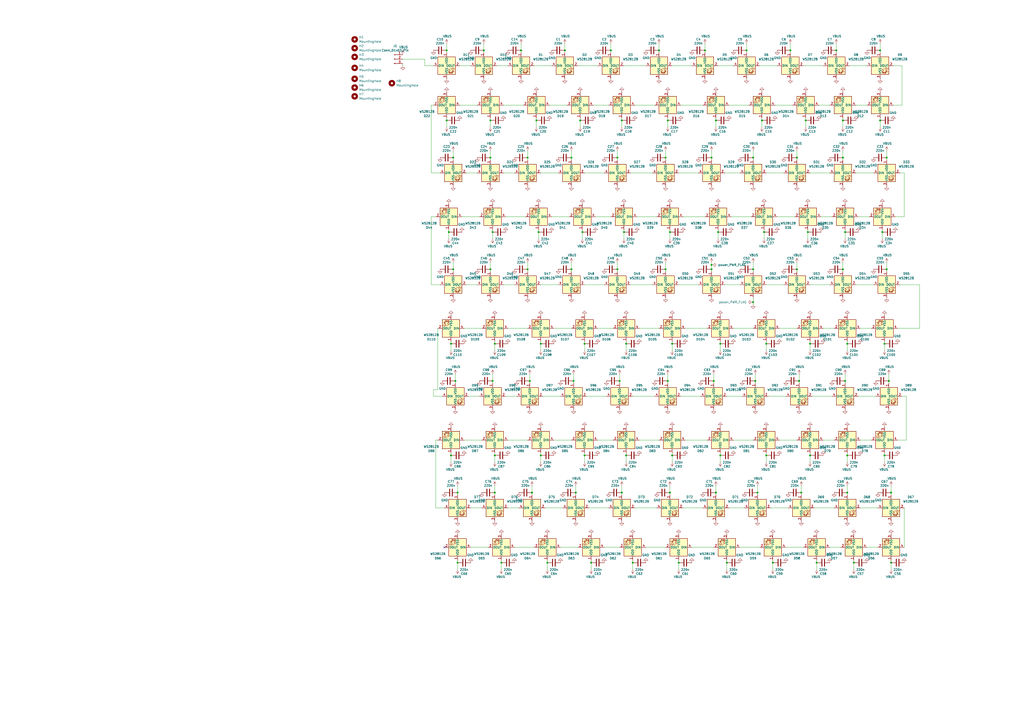
<source format=kicad_sch>
(kicad_sch (version 20231120) (generator "eeschema") (generator_version "8.0")
  (paper "A2")
  (title_block (title "STM32 QCLOCK") (date "2024-05-14") (rev "v1.0") (company "glaumar"))
  (junction (at 490.22 134.62))
  (junction (at 259.08 69.85))
  (junction (at 516.89 285.75))
  (junction (at 467.36 69.85))
  (junction (at 264.16 220.98))
  (junction (at 262.89 156.21))
  (junction (at 416.56 134.62))
  (junction (at 441.96 69.85))
  (junction (at 462.28 156.21))
  (junction (at 412.75 153.67))
  (junction (at 408.94 29.21))
  (junction (at 438.15 220.98))
  (junction (at 414.02 220.98))
  (junction (at 332.74 220.98))
  (junction (at 311.15 69.85))
  (junction (at 327.66 29.21))
  (junction (at 261.62 264.16))
  (junction (at 307.34 220.98))
  (junction (at 473.71 326.39))
  (junction (at 313.69 264.16))
  (junction (at 360.68 285.75))
  (junction (at 313.69 199.39))
  (junction (at 433.07 29.21))
  (junction (at 417.83 264.16))
  (junction (at 417.83 199.39))
  (junction (at 262.89 91.44))
  (junction (at 361.95 134.62))
  (junction (at 265.43 285.75))
  (junction (at 306.07 91.44))
  (junction (at 287.02 264.16))
  (junction (at 285.75 220.98))
  (junction (at 389.89 264.16))
  (junction (at 443.23 134.62))
  (junction (at 393.7 326.39))
  (junction (at 308.61 285.75))
  (junction (at 284.48 156.21))
  (junction (at 360.68 69.85))
  (junction (at 436.88 91.44))
  (junction (at 488.95 69.85))
  (junction (at 359.41 220.98))
  (junction (at 491.49 285.75))
  (junction (at 516.89 326.39))
  (junction (at 285.75 134.62))
  (junction (at 412.75 156.21))
  (junction (at 491.49 264.16))
  (junction (at 312.42 134.62))
  (junction (at 382.27 29.21))
  (junction (at 358.14 156.21))
  (junction (at 469.9 199.39))
  (junction (at 514.35 91.44))
  (junction (at 331.47 156.21))
  (junction (at 468.63 134.62))
  (junction (at 412.75 91.44))
  (junction (at 261.62 199.39))
  (junction (at 510.54 29.21))
  (junction (at 302.26 29.21))
  (junction (at 259.08 29.21))
  (junction (at 306.07 156.21))
  (junction (at 462.28 91.44))
  (junction (at 363.22 264.16))
  (junction (at 358.14 91.44))
  (junction (at 284.48 69.85))
  (junction (at 513.08 264.16))
  (junction (at 488.95 156.21))
  (junction (at 336.55 69.85))
  (junction (at 515.62 220.98))
  (junction (at 339.09 199.39))
  (junction (at 287.02 285.75))
  (junction (at 464.82 285.75))
  (junction (at 488.95 91.44))
  (junction (at 265.43 326.39))
  (junction (at 287.02 199.39))
  (junction (at 290.83 326.39))
  (junction (at 444.5 264.16))
  (junction (at 511.81 134.62))
  (junction (at 415.29 69.85))
  (junction (at 317.5 326.39))
  (junction (at 389.89 199.39))
  (junction (at 331.47 91.44))
  (junction (at 436.88 156.21))
  (junction (at 448.31 326.39))
  (junction (at 260.35 134.62))
  (junction (at 421.64 326.39))
  (junction (at 367.03 326.39))
  (junction (at 491.49 199.39))
  (junction (at 387.35 69.85))
  (junction (at 342.9 326.39))
  (junction (at 337.82 134.62))
  (junction (at 469.9 264.16))
  (junction (at 339.09 264.16))
  (junction (at 458.47 29.21))
  (junction (at 334.01 285.75))
  (junction (at 485.14 29.21))
  (junction (at 388.62 285.75))
  (junction (at 510.54 69.85))
  (junction (at 386.08 156.21))
  (junction (at 463.55 220.98))
  (junction (at 386.08 91.44))
  (junction (at 439.42 285.75))
  (junction (at 284.48 91.44))
  (junction (at 436.88 175.26))
  (junction (at 354.33 29.21))
  (junction (at 280.67 29.21))
  (junction (at 363.22 199.39))
  (junction (at 490.22 220.98))
  (junction (at 514.35 156.21))
  (junction (at 513.08 199.39))
  (junction (at 415.29 285.75))
  (junction (at 387.35 220.98))
  (junction (at 388.62 134.62))
  (junction (at 444.5 199.39))
  (junction (at 495.3 326.39))
  (no_connect (at 257.81 317.5))
  (wire (pts (xy 290.83 326.39) (xy 290.83 325.12)))
  (wire (pts (xy 250.19 125.73) (xy 252.73 125.73)))
  (wire (pts (xy 466.09 38.1) (xy 477.52 38.1)))
  (wire (pts (xy 422.91 294.64) (xy 431.8 294.64)))
  (wire (pts (xy 516.89 326.39) (xy 516.89 325.12)))
  (wire (pts (xy 363.22 267.97) (xy 363.22 264.16)))
  (wire (pts (xy 271.78 229.87) (xy 278.13 229.87)))
  (wire (pts (xy 276.86 60.96) (xy 266.7 60.96)))
  (wire (pts (xy 462.28 87.63) (xy 462.28 91.44)))
  (wire (pts (xy 414.02 217.17) (xy 414.02 220.98)))
  (wire (pts (xy 266.7 38.1) (xy 273.05 38.1)))
  (wire (pts (xy 462.28 91.44) (xy 462.28 92.71)))
  (wire (pts (xy 339.09 264.16) (xy 339.09 262.89)))
  (wire (pts (xy 491.49 267.97) (xy 491.49 264.16)))
  (wire (pts (xy 491.49 285.75) (xy 491.49 287.02)))
  (wire (pts (xy 361.95 134.62) (xy 361.95 133.35)))
  (wire (pts (xy 417.83 264.16) (xy 417.83 262.89)))
  (wire (pts (xy 436.88 87.63) (xy 436.88 91.44)))
  (wire (pts (xy 339.09 100.33) (xy 350.52 100.33)))
  (wire (pts (xy 463.55 220.98) (xy 463.55 222.25)))
  (wire (pts (xy 262.89 152.4) (xy 262.89 156.21)))
  (wire (pts (xy 265.43 330.2) (xy 265.43 326.39)))
  (wire (pts (xy 306.07 87.63) (xy 306.07 91.44)))
  (wire (pts (xy 443.23 138.43) (xy 443.23 134.62)))
  (wire (pts (xy 367.03 326.39) (xy 367.03 325.12)))
  (wire (pts (xy 416.56 138.43) (xy 416.56 134.62)))
  (wire (pts (xy 467.36 73.66) (xy 467.36 69.85)))
  (wire (pts (xy 462.28 190.5) (xy 452.12 190.5)))
  (wire (pts (xy 386.08 152.4) (xy 386.08 156.21)))
  (wire (pts (xy 317.5 330.2) (xy 317.5 326.39)))
  (wire (pts (xy 420.37 100.33) (xy 429.26 100.33)))
  (wire (pts (xy 389.89 199.39) (xy 389.89 198.12)))
  (wire (pts (xy 337.82 134.62) (xy 337.82 133.35)))
  (wire (pts (xy 361.95 138.43) (xy 361.95 134.62)))
  (wire (pts (xy 495.3 330.2) (xy 495.3 326.39)))
  (wire (pts (xy 287.02 203.2) (xy 287.02 199.39)))
  (wire (pts (xy 514.35 156.21) (xy 514.35 157.48)))
  (wire (pts (xy 355.6 255.27) (xy 346.71 255.27)))
  (wire (pts (xy 331.47 87.63) (xy 331.47 91.44)))
  (wire (pts (xy 387.35 73.66) (xy 387.35 69.85)))
  (wire (pts (xy 311.15 69.85) (xy 311.15 68.58)))
  (wire (pts (xy 339.09 199.39) (xy 339.09 198.12)))
  (wire (pts (xy 516.89 281.94) (xy 516.89 285.75)))
  (wire (pts (xy 335.28 317.5) (xy 325.12 317.5)))
  (wire (pts (xy 354.33 29.21) (xy 354.33 30.48)))
  (wire (pts (xy 490.22 138.43) (xy 490.22 134.62)))
  (wire (pts (xy 252.73 294.64) (xy 252.73 255.27)))
  (wire (pts (xy 288.29 38.1) (xy 294.64 38.1)))
  (wire (pts (xy 363.22 203.2) (xy 363.22 199.39)))
  (wire (pts (xy 420.37 165.1) (xy 429.26 165.1)))
  (wire (pts (xy 483.87 190.5) (xy 477.52 190.5)))
  (wire (pts (xy 521.97 165.1) (xy 533.4 165.1)))
  (wire (pts (xy 302.26 25.4) (xy 302.26 29.21)))
  (wire (pts (xy 365.76 100.33) (xy 378.46 100.33)))
  (wire (pts (xy 523.24 229.87) (xy 525.78 229.87)))
  (wire (pts (xy 471.17 229.87) (xy 482.6 229.87)))
  (wire (pts (xy 407.67 60.96) (xy 394.97 60.96)))
  (wire (pts (xy 469.9 100.33) (xy 481.33 100.33)))
  (wire (pts (xy 458.47 25.4) (xy 458.47 29.21)))
  (wire (pts (xy 421.64 330.2) (xy 421.64 326.39)))
  (wire (pts (xy 285.75 138.43) (xy 285.75 134.62)))
  (wire (pts (xy 252.73 294.64) (xy 257.81 294.64)))
  (wire (pts (xy 386.08 317.5) (xy 374.65 317.5)))
  (wire (pts (xy 292.1 100.33) (xy 298.45 100.33)))
  (wire (pts (xy 250.19 100.33) (xy 255.27 100.33)))
  (wire (pts (xy 358.14 91.44) (xy 358.14 92.71)))
  (wire (pts (xy 472.44 294.64) (xy 483.87 294.64)))
  (wire (pts (xy 283.21 317.5) (xy 273.05 317.5)))
  (wire (pts (xy 279.4 190.5) (xy 269.24 190.5)))
  (wire (pts (xy 436.88 91.44) (xy 436.88 92.71)))
  (wire (pts (xy 359.41 220.98) (xy 359.41 222.25)))
  (wire (pts (xy 262.89 87.63) (xy 262.89 91.44)))
  (wire (pts (xy 382.27 190.5) (xy 370.84 190.5)))
  (wire (pts (xy 389.89 267.97) (xy 389.89 264.16)))
  (wire (pts (xy 439.42 285.75) (xy 439.42 287.02)))
  (wire (pts (xy 514.35 91.44) (xy 514.35 92.71)))
  (wire (pts (xy 408.94 29.21) (xy 408.94 30.48)))
  (wire (pts (xy 461.01 125.73) (xy 450.85 125.73)))
  (wire (pts (xy 278.13 125.73) (xy 267.97 125.73)))
  (wire (pts (xy 436.88 175.26) (xy 436.88 172.72)))
  (wire (pts (xy 284.48 73.66) (xy 284.48 69.85)))
  (wire (pts (xy 496.57 100.33) (xy 506.73 100.33)))
  (wire (pts (xy 464.82 281.94) (xy 464.82 285.75)))
  (wire (pts (xy 284.48 87.63) (xy 284.48 91.44)))
  (wire (pts (xy 533.4 165.1) (xy 533.4 190.5)))
  (wire (pts (xy 354.33 125.73) (xy 345.44 125.73)))
  (wire (pts (xy 313.69 264.16) (xy 313.69 262.89)))
  (wire (pts (xy 360.68 73.66) (xy 360.68 69.85)))
  (wire (pts (xy 303.53 60.96) (xy 292.1 60.96)))
  (wire (pts (xy 313.69 165.1) (xy 323.85 165.1)))
  (wire (pts (xy 435.61 125.73) (xy 424.18 125.73)))
  (wire (pts (xy 359.41 317.5) (xy 350.52 317.5)))
  (wire (pts (xy 488.95 73.66) (xy 488.95 69.85)))
  (wire (pts (xy 515.62 217.17) (xy 515.62 220.98)))
  (wire (pts (xy 499.11 294.64) (xy 509.27 294.64)))
  (wire (pts (xy 509.27 317.5) (xy 502.92 317.5)))
  (wire (pts (xy 485.14 29.21) (xy 485.14 30.48)))
  (wire (pts (xy 505.46 190.5) (xy 499.11 190.5)))
  (wire (pts (xy 279.4 255.27) (xy 269.24 255.27)))
  (wire (pts (xy 488.95 69.85) (xy 488.95 68.58)))
  (wire (pts (xy 336.55 73.66) (xy 336.55 69.85)))
  (wire (pts (xy 290.83 330.2) (xy 290.83 326.39)))
  (wire (pts (xy 389.89 38.1) (xy 401.32 38.1)))
  (wire (pts (xy 313.69 199.39) (xy 313.69 198.12)))
  (wire (pts (xy 516.89 330.2) (xy 516.89 326.39)))
  (wire (pts (xy 469.9 264.16) (xy 469.9 262.89)))
  (wire (pts (xy 388.62 281.94) (xy 388.62 285.75)))
  (wire (pts (xy 363.22 199.39) (xy 363.22 198.12)))
  (wire (pts (xy 412.75 153.67) (xy 412.75 156.21)))
  (wire (pts (xy 285.75 134.62) (xy 285.75 133.35)))
  (wire (pts (xy 415.29 69.85) (xy 415.29 68.58)))
  (wire (pts (xy 250.19 60.96) (xy 251.46 60.96)))
  (wire (pts (xy 306.07 152.4) (xy 306.07 156.21)))
  (wire (pts (xy 354.33 25.4) (xy 354.33 29.21)))
  (wire (pts (xy 436.88 156.21) (xy 436.88 157.48)))
  (wire (pts (xy 441.96 73.66) (xy 441.96 69.85)))
  (wire (pts (xy 287.02 281.94) (xy 287.02 285.75)))
  (wire (pts (xy 412.75 156.21) (xy 412.75 157.48)))
  (wire (pts (xy 510.54 69.85) (xy 510.54 68.58)))
  (wire (pts (xy 515.62 220.98) (xy 515.62 222.25)))
  (wire (pts (xy 488.95 87.63) (xy 488.95 91.44)))
  (wire (pts (xy 309.88 38.1) (xy 320.04 38.1)))
  (wire (pts (xy 367.03 229.87) (xy 379.73 229.87)))
  (wire (pts (xy 520.7 190.5) (xy 533.4 190.5)))
  (wire (pts (xy 469.9 267.97) (xy 469.9 264.16)))
  (wire (pts (xy 334.01 281.94) (xy 334.01 285.75)))
  (wire (pts (xy 358.14 87.63) (xy 358.14 91.44)))
  (wire (pts (xy 448.31 330.2) (xy 448.31 326.39)))
  (wire (pts (xy 313.69 267.97) (xy 313.69 264.16)))
  (wire (pts (xy 261.62 264.16) (xy 261.62 262.89)))
  (wire (pts (xy 308.61 285.75) (xy 308.61 287.02)))
  (wire (pts (xy 386.08 87.63) (xy 386.08 91.44)))
  (wire (pts (xy 284.48 91.44) (xy 284.48 92.71)))
  (wire (pts (xy 259.08 29.21) (xy 259.08 30.48)))
  (wire (pts (xy 265.43 281.94) (xy 265.43 285.75)))
  (wire (pts (xy 464.82 285.75) (xy 464.82 287.02)))
  (wire (pts (xy 447.04 294.64) (xy 457.2 294.64)))
  (wire (pts (xy 280.67 29.21) (xy 280.67 30.48)))
  (wire (pts (xy 307.34 217.17) (xy 307.34 220.98)))
  (wire (pts (xy 264.16 220.98) (xy 264.16 222.25)))
  (wire (pts (xy 510.54 73.66) (xy 510.54 69.85)))
  (wire (pts (xy 487.68 317.5) (xy 481.33 317.5)))
  (wire (pts (xy 359.41 217.17) (xy 359.41 220.98)))
  (wire (pts (xy 436.88 190.5) (xy 425.45 190.5)))
  (wire (pts (xy 410.21 255.27) (xy 397.51 255.27)))
  (wire (pts (xy 439.42 281.94) (xy 439.42 285.75)))
  (wire (pts (xy 496.57 165.1) (xy 506.73 165.1)))
  (wire (pts (xy 360.68 285.75) (xy 360.68 287.02)))
  (wire (pts (xy 445.77 229.87) (xy 455.93 229.87)))
  (wire (pts (xy 491.49 264.16) (xy 491.49 262.89)))
  (wire (pts (xy 408.94 125.73) (xy 396.24 125.73)))
  (wire (pts (xy 410.21 190.5) (xy 397.51 190.5)))
  (wire (pts (xy 436.88 176.53) (xy 436.88 175.26)))
  (wire (pts (xy 421.64 229.87) (xy 430.53 229.87)))
  (wire (pts (xy 481.33 60.96) (xy 474.98 60.96)))
  (wire (pts (xy 421.64 326.39) (xy 421.64 325.12)))
  (wire (pts (xy 523.24 38.1) (xy 523.24 60.96)))
  (wire (pts (xy 284.48 152.4) (xy 284.48 156.21)))
  (wire (pts (xy 336.55 69.85) (xy 336.55 68.58)))
  (wire (pts (xy 488.95 91.44) (xy 488.95 92.71)))
  (wire (pts (xy 250.19 165.1) (xy 255.27 165.1)))
  (wire (pts (xy 360.68 69.85) (xy 360.68 68.58)))
  (wire (pts (xy 331.47 152.4) (xy 331.47 156.21)))
  (wire (pts (xy 246.38 38.1) (xy 251.46 38.1)))
  (wire (pts (xy 341.63 294.64) (xy 353.06 294.64)))
  (wire (pts (xy 334.01 285.75) (xy 334.01 287.02)))
  (wire (pts (xy 260.35 134.62) (xy 260.35 133.35)))
  (wire (pts (xy 458.47 29.21) (xy 458.47 30.48)))
  (wire (pts (xy 312.42 138.43) (xy 312.42 134.62)))
  (wire (pts (xy 307.34 220.98) (xy 307.34 222.25)))
  (wire (pts (xy 313.69 203.2) (xy 313.69 199.39)))
  (wire (pts (xy 525.78 255.27) (xy 520.7 255.27)))
  (wire (pts (xy 387.35 217.17) (xy 387.35 220.98)))
  (wire (pts (xy 308.61 281.94) (xy 308.61 285.75)))
  (wire (pts (xy 466.09 317.5) (xy 455.93 317.5)))
  (wire (pts (xy 525.78 229.87) (xy 525.78 255.27)))
  (wire (pts (xy 261.62 203.2) (xy 261.62 199.39)))
  (wire (pts (xy 490.22 220.98) (xy 490.22 222.25)))
  (wire (pts (xy 412.75 152.4) (xy 412.75 153.67)))
  (wire (pts (xy 468.63 138.43) (xy 468.63 134.62)))
  (wire (pts (xy 459.74 60.96) (xy 449.58 60.96)))
  (wire (pts (xy 444.5 267.97) (xy 444.5 264.16)))
  (wire (pts (xy 342.9 330.2) (xy 342.9 326.39)))
  (wire (pts (xy 264.16 217.17) (xy 264.16 220.98)))
  (wire (pts (xy 306.07 190.5) (xy 294.64 190.5)))
  (wire (pts (xy 294.64 294.64) (xy 300.99 294.64)))
  (wire (pts (xy 270.51 165.1) (xy 276.86 165.1)))
  (wire (pts (xy 316.23 294.64) (xy 326.39 294.64)))
  (wire (pts (xy 415.29 73.66) (xy 415.29 69.85)))
  (wire (pts (xy 259.08 73.66) (xy 259.08 69.85)))
  (wire (pts (xy 490.22 134.62) (xy 490.22 133.35)))
  (wire (pts (xy 339.09 267.97) (xy 339.09 264.16)))
  (wire (pts (xy 414.02 317.5) (xy 401.32 317.5)))
  (wire (pts (xy 389.89 264.16) (xy 389.89 262.89)))
  (wire (pts (xy 327.66 29.21) (xy 327.66 30.48)))
  (wire (pts (xy 284.48 156.21) (xy 284.48 157.48)))
  (wire (pts (xy 280.67 25.4) (xy 280.67 29.21)))
  (wire (pts (xy 287.02 199.39) (xy 287.02 198.12)))
  (wire (pts (xy 331.47 190.5) (xy 321.31 190.5)))
  (wire (pts (xy 262.89 156.21) (xy 262.89 157.48)))
  (wire (pts (xy 363.22 264.16) (xy 363.22 262.89)))
  (wire (pts (xy 353.06 60.96) (xy 344.17 60.96)))
  (wire (pts (xy 485.14 25.4) (xy 485.14 29.21)))
  (wire (pts (xy 387.35 220.98) (xy 387.35 222.25)))
  (wire (pts (xy 513.08 267.97) (xy 513.08 264.16)))
  (wire (pts (xy 265.43 326.39) (xy 265.43 325.12)))
  (wire (pts (xy 285.75 217.17) (xy 285.75 220.98)))
  (wire (pts (xy 273.05 294.64) (xy 279.4 294.64)))
  (wire (pts (xy 523.24 60.96) (xy 518.16 60.96)))
  (wire (pts (xy 412.75 87.63) (xy 412.75 91.44)))
  (wire (pts (xy 337.82 138.43) (xy 337.82 134.62)))
  (wire (pts (xy 368.3 294.64) (xy 381 294.64)))
  (wire (pts (xy 287.02 267.97) (xy 287.02 264.16)))
  (wire (pts (xy 287.02 285.75) (xy 287.02 287.02)))
  (wire (pts (xy 511.81 138.43) (xy 511.81 134.62)))
  (wire (pts (xy 339.09 203.2) (xy 339.09 199.39)))
  (wire (pts (xy 483.87 255.27) (xy 477.52 255.27)))
  (wire (pts (xy 462.28 152.4) (xy 462.28 156.21)))
  (wire (pts (xy 513.08 264.16) (xy 513.08 262.89)))
  (wire (pts (xy 292.1 165.1) (xy 298.45 165.1)))
  (wire (pts (xy 488.95 156.21) (xy 488.95 157.48)))
  (wire (pts (xy 444.5 100.33) (xy 454.66 100.33)))
  (wire (pts (xy 386.08 91.44) (xy 386.08 92.71)))
  (wire (pts (xy 412.75 91.44) (xy 412.75 92.71)))
  (wire (pts (xy 388.62 134.62) (xy 388.62 133.35)))
  (wire (pts (xy 261.62 199.39) (xy 261.62 198.12)))
  (wire (pts (xy 387.35 69.85) (xy 387.35 68.58)))
  (wire (pts (xy 394.97 229.87) (xy 406.4 229.87)))
  (wire (pts (xy 342.9 326.39) (xy 342.9 325.12)))
  (wire (pts (xy 417.83 267.97) (xy 417.83 264.16)))
  (wire (pts (xy 388.62 138.43) (xy 388.62 134.62)))
  (wire (pts (xy 415.29 281.94) (xy 415.29 285.75)))
  (wire (pts (xy 250.19 165.1) (xy 250.19 125.73)))
  (wire (pts (xy 504.19 125.73) (xy 497.84 125.73)))
  (wire (pts (xy 233.68 36.83) (xy 233.68 38.1)))
  (wire (pts (xy 488.95 152.4) (xy 488.95 156.21)))
  (wire (pts (xy 495.3 326.39) (xy 495.3 325.12)))
  (wire (pts (xy 524.51 294.64) (xy 524.51 317.5)))
  (wire (pts (xy 444.5 199.39) (xy 444.5 198.12)))
  (wire (pts (xy 448.31 326.39) (xy 448.31 325.12)))
  (wire (pts (xy 510.54 25.4) (xy 510.54 29.21)))
  (wire (pts (xy 302.26 29.21) (xy 302.26 30.48)))
  (wire (pts (xy 361.95 38.1) (xy 374.65 38.1)))
  (wire (pts (xy 265.43 285.75) (xy 265.43 287.02)))
  (wire (pts (xy 330.2 125.73) (xy 320.04 125.73)))
  (wire (pts (xy 314.96 229.87) (xy 325.12 229.87)))
  (wire (pts (xy 254 226.06) (xy 251.46 226.06)))
  (wire (pts (xy 469.9 165.1) (xy 481.33 165.1)))
  (wire (pts (xy 340.36 229.87) (xy 351.79 229.87)))
  (wire (pts (xy 468.63 134.62) (xy 468.63 133.35)))
  (wire (pts (xy 306.07 156.21) (xy 306.07 157.48)))
  (wire (pts (xy 443.23 134.62) (xy 443.23 133.35)))
  (wire (pts (xy 440.69 38.1) (xy 450.85 38.1)))
  (wire (pts (xy 469.9 203.2) (xy 469.9 199.39)))
  (wire (pts (xy 491.49 203.2) (xy 491.49 199.39)))
  (wire (pts (xy 490.22 217.17) (xy 490.22 220.98)))
  (wire (pts (xy 393.7 100.33) (xy 405.13 100.33)))
  (wire (pts (xy 358.14 152.4) (xy 358.14 156.21)))
  (wire (pts (xy 473.71 326.39) (xy 473.71 325.12)))
  (wire (pts (xy 440.69 317.5) (xy 429.26 317.5)))
  (wire (pts (xy 287.02 264.16) (xy 287.02 262.89)))
  (wire (pts (xy 492.76 38.1) (xy 502.92 38.1)))
  (wire (pts (xy 396.24 294.64) (xy 407.67 294.64)))
  (wire (pts (xy 339.09 165.1) (xy 350.52 165.1)))
  (wire (pts (xy 462.28 255.27) (xy 452.12 255.27)))
  (wire (pts (xy 393.7 165.1) (xy 405.13 165.1)))
  (wire (pts (xy 514.35 152.4) (xy 514.35 156.21)))
  (wire (pts (xy 521.97 100.33) (xy 524.51 100.33)))
  (wire (pts (xy 393.7 330.2) (xy 393.7 326.39)))
  (wire (pts (xy 250.19 100.33) (xy 250.19 60.96)))
  (wire (pts (xy 355.6 190.5) (xy 346.71 190.5)))
  (wire (pts (xy 259.08 69.85) (xy 259.08 68.58)))
  (wire (pts (xy 408.94 25.4) (xy 408.94 29.21)))
  (wire (pts (xy 311.15 73.66) (xy 311.15 69.85)))
  (wire (pts (xy 312.42 134.62) (xy 312.42 133.35)))
  (wire (pts (xy 491.49 199.39) (xy 491.49 198.12)))
  (wire (pts (xy 382.27 29.21) (xy 382.27 30.48)))
  (wire (pts (xy 252.73 255.27) (xy 254 255.27)))
  (wire (pts (xy 482.6 125.73) (xy 476.25 125.73)))
  (wire (pts (xy 516.89 285.75) (xy 516.89 287.02)))
  (wire (pts (xy 331.47 91.44) (xy 331.47 92.71)))
  (wire (pts (xy 434.34 60.96) (xy 422.91 60.96)))
  (wire (pts (xy 444.5 203.2) (xy 444.5 199.39)))
  (wire (pts (xy 502.92 60.96) (xy 496.57 60.96)))
  (wire (pts (xy 436.88 152.4) (xy 436.88 156.21)))
  (wire (pts (xy 259.08 25.4) (xy 259.08 29.21)))
  (wire (pts (xy 327.66 25.4) (xy 327.66 29.21)))
  (wire (pts (xy 444.5 165.1) (xy 454.66 165.1)))
  (wire (pts (xy 511.81 134.62) (xy 511.81 133.35)))
  (wire (pts (xy 438.15 220.98) (xy 438.15 222.25)))
  (wire (pts (xy 433.07 29.21) (xy 433.07 30.48)))
  (wire (pts (xy 317.5 326.39) (xy 317.5 325.12)))
  (wire (pts (xy 251.46 229.87) (xy 256.54 229.87)))
  (wire (pts (xy 510.54 29.21) (xy 510.54 30.48)))
  (wire (pts (xy 497.84 229.87) (xy 508 229.87)))
  (wire (pts (xy 389.89 203.2) (xy 389.89 199.39)))
  (wire (pts (xy 436.88 255.27) (xy 425.45 255.27)))
  (wire (pts (xy 416.56 38.1) (xy 425.45 38.1)))
  (wire (pts (xy 381 125.73) (xy 369.57 125.73)))
  (wire (pts (xy 505.46 255.27) (xy 499.11 255.27)))
  (wire (pts (xy 360.68 281.94) (xy 360.68 285.75)))
  (wire (pts (xy 332.74 220.98) (xy 332.74 222.25)))
  (wire (pts (xy 417.83 203.2) (xy 417.83 199.39)))
  (wire (pts (xy 469.9 199.39) (xy 469.9 198.12)))
  (wire (pts (xy 467.36 69.85) (xy 467.36 68.58)))
  (wire (pts (xy 524.51 100.33) (xy 524.51 125.73)))
  (wire (pts (xy 331.47 156.21) (xy 331.47 157.48)))
  (wire (pts (xy 284.48 69.85) (xy 284.48 68.58)))
  (wire (pts (xy 270.51 100.33) (xy 276.86 100.33)))
  (wire (pts (xy 328.93 60.96) (xy 318.77 60.96)))
  (wire (pts (xy 261.62 267.97) (xy 261.62 264.16)))
  (wire (pts (xy 393.7 326.39) (xy 393.7 325.12)))
  (wire (pts (xy 441.96 69.85) (xy 441.96 68.58)))
  (wire (pts (xy 309.88 317.5) (xy 298.45 317.5)))
  (wire (pts (xy 388.62 285.75) (xy 388.62 287.02)))
  (wire (pts (xy 462.28 156.21) (xy 462.28 157.48)))
  (wire (pts (xy 473.71 330.2) (xy 473.71 326.39)))
  (wire (pts (xy 233.68 34.29) (xy 246.38 34.29)))
  (wire (pts (xy 254 190.5) (xy 254 226.06)))
  (wire (pts (xy 382.27 255.27) (xy 370.84 255.27)))
  (wire (pts (xy 491.49 281.94) (xy 491.49 285.75)))
  (wire (pts (xy 513.08 199.39) (xy 513.08 198.12)))
  (wire (pts (xy 379.73 60.96) (xy 368.3 60.96)))
  (wire (pts (xy 262.89 91.44) (xy 262.89 92.71)))
  (wire (pts (xy 382.27 25.4) (xy 382.27 29.21)))
  (wire (pts (xy 518.16 38.1) (xy 523.24 38.1)))
  (wire (pts (xy 367.03 330.2) (xy 367.03 326.39)))
  (wire (pts (xy 304.8 125.73) (xy 293.37 125.73)))
  (wire (pts (xy 438.15 217.17) (xy 438.15 220.98)))
  (wire (pts (xy 251.46 226.06) (xy 251.46 229.87)))
  (wire (pts (xy 513.08 203.2) (xy 513.08 199.39)))
  (wire (pts (xy 416.56 134.62) (xy 416.56 133.35)))
  (wire (pts (xy 306.07 91.44) (xy 306.07 92.71)))
  (wire (pts (xy 514.35 87.63) (xy 514.35 91.44)))
  (wire (pts (xy 332.74 217.17) (xy 332.74 220.98)))
  (wire (pts (xy 331.47 255.27) (xy 321.31 255.27)))
  (wire (pts (xy 365.76 165.1) (xy 378.46 165.1)))
  (wire (pts (xy 335.28 38.1) (xy 346.71 38.1)))
  (wire (pts (xy 293.37 229.87) (xy 299.72 229.87)))
  (wire (pts (xy 444.5 264.16) (xy 444.5 262.89)))
  (wire (pts (xy 415.29 285.75) (xy 415.29 287.02)))
  (wire (pts (xy 463.55 217.17) (xy 463.55 220.98)))
  (wire (pts (xy 386.08 156.21) (xy 386.08 157.48)))
  (wire (pts (xy 358.14 156.21) (xy 358.14 157.48)))
  (wire (pts (xy 524.51 125.73) (xy 519.43 125.73)))
  (wire (pts (xy 246.38 34.29) (xy 246.38 38.1)))
  (wire (pts (xy 414.02 220.98) (xy 414.02 222.25)))
  (wire (pts (xy 417.83 199.39) (xy 417.83 198.12)))
  (wire (pts (xy 433.07 25.4) (xy 433.07 29.21)))
  (wire (pts (xy 306.07 255.27) (xy 294.64 255.27)))
  (wire (pts (xy 313.69 100.33) (xy 323.85 100.33)))
  (wire (pts (xy 285.75 220.98) (xy 285.75 222.25)))
  (wire (pts (xy 260.35 138.43) (xy 260.35 134.62)))
  (symbol (lib_id "qclock-rescue:GND-power") (at 302.26 45.72 0) (unit 1)
    (property "Reference" "#PWR0123" (effects (hide yes)))
    (property "Value" "GND" (effects (hide yes)))
  )
  (symbol (lib_id "qclock-rescue:VBUS-power") (at 302.26 25.4 0) (unit 1)
    (property "Reference" "#PWR0124" (effects (hide yes)))
    (property "Value" "VBUS" (at 302.641 21.0058 0))
  )
  (symbol (lib_id "Device:C") (at 298.45 29.21 270) (unit 1)
    (property "Reference" "C14" (at 298.45 22.8092 90))
    (property "Value" "220n" (at 298.45 25.1206 90))
    (property "Footprint" "Capacitor_SMD:C_0402_1005Metric" (effects (hide yes)))
  )
  (symbol (lib_id "qclock-rescue:GND-power") (at 294.64 29.21 0) (unit 1)
    (property "Reference" "#PWR0125" (effects (hide yes)))
    (property "Value" "GND" (at 294.767 33.6042 0))
  )
  (symbol (lib_id "qclock-rescue:GND-power") (at 425.45 264.16 180) (unit 1)
    (property "Reference" "#PWR0249" (effects (hide yes)))
    (property "Value" "GND" (at 425.323 259.7658 0))
  )
  (symbol (lib_id "qclock-rescue:GND-power") (at 323.85 156.21 0) (unit 1)
    (property "Reference" "#PWR0149" (effects (hide yes)))
    (property "Value" "GND" (at 323.977 160.6042 0))
  )
  (symbol (lib_id "LED:WS2812B") (at 491.49 255.27 180) (unit 1)
    (property "Reference" "D79" (at 480.06 261.5886 0))
    (property "Value" "WS2812B" (at 480.06 259.0486 0))
    (property "Footprint" "LED_SMD:LED_WS2812B_PLCC4_5.0x5.0mm_P3.2mm" (effects (hide yes)))
    (property "Datasheet" "https://cdn-shop.adafruit.com/datasheets/WS2812B.pdf" (effects (hide yes)))
    (property "Description" "RGB LED with integrated controller" (effects (hide yes)))
  )
  (symbol (lib_id "qclock-rescue:GND-power") (at 378.46 91.44 0) (unit 1)
    (property "Reference" "#PWR082" (effects (hide yes)))
    (property "Value" "GND" (at 378.587 95.8342 0))
  )
  (symbol (lib_id "qclock-rescue:VBUS-power") (at 467.36 73.66 180) (unit 1)
    (property "Reference" "#PWR035" (effects (hide yes)))
    (property "Value" "VBUS" (at 466.979 78.0542 0))
  )
  (symbol (lib_id "qclock-rescue:GND-power") (at 261.62 247.65 180) (unit 1)
    (property "Reference" "#PWR0266" (effects (hide yes)))
    (property "Value" "GND" (effects (hide yes)))
  )
  (symbol (lib_id "qclock-rescue:GND-power") (at 320.04 29.21 0) (unit 1)
    (property "Reference" "#PWR02" (effects (hide yes)))
    (property "Value" "GND" (at 320.167 33.6042 0))
  )
  (symbol (lib_id "LED:WS2812B") (at 513.08 255.27 180) (unit 1)
    (property "Reference" "D78" (at 501.65 261.5886 0))
    (property "Value" "WS2812B" (at 501.65 259.0486 0))
    (property "Footprint" "LED_SMD:LED_WS2812B_PLCC4_5.0x5.0mm_P3.2mm" (effects (hide yes)))
    (property "Datasheet" "https://cdn-shop.adafruit.com/datasheets/WS2812B.pdf" (effects (hide yes)))
    (property "Description" "RGB LED with integrated controller" (effects (hide yes)))
  )
  (symbol (lib_id "qclock-rescue:GND-power") (at 506.73 156.21 0) (unit 1)
    (property "Reference" "#PWR0156" (effects (hide yes)))
    (property "Value" "GND" (at 506.857 160.6042 0))
  )
  (symbol (lib_id "qclock-rescue:VBUS-power") (at 491.49 281.94 0) (unit 1)
    (property "Reference" "#PWR0224" (effects (hide yes)))
    (property "Value" "VBUS" (at 491.871 277.5458 0))
  )
  (symbol (lib_id "LED:WS2812B") (at 444.5 255.27 180) (unit 1)
    (property "Reference" "D81" (at 433.07 261.5886 0))
    (property "Value" "WS2812B" (at 433.07 259.0486 0))
    (property "Footprint" "LED_SMD:LED_WS2812B_PLCC4_5.0x5.0mm_P3.2mm" (effects (hide yes)))
    (property "Datasheet" "https://cdn-shop.adafruit.com/datasheets/WS2812B.pdf" (effects (hide yes)))
    (property "Description" "RGB LED with integrated controller" (effects (hide yes)))
  )
  (symbol (lib_id "LED:WS2812B") (at 436.88 165.1 0) (unit 1)
    (property "Reference" "D52" (at 448.31 158.7814 0))
    (property "Value" "WS2812B" (at 448.31 161.3214 0))
    (property "Footprint" "LED_SMD:LED_WS2812B_PLCC4_5.0x5.0mm_P3.2mm" (effects (hide yes)))
    (property "Datasheet" "https://cdn-shop.adafruit.com/datasheets/WS2812B.pdf" (effects (hide yes)))
    (property "Description" "RGB LED with integrated controller" (effects (hide yes)))
  )
  (symbol (lib_id "qclock-rescue:GND-power") (at 415.29 302.26 0) (unit 1)
    (property "Reference" "#PWR0205" (effects (hide yes)))
    (property "Value" "GND" (effects (hide yes)))
  )
  (symbol (lib_id "qclock-rescue:VBUS-power") (at 491.49 267.97 180) (unit 1)
    (property "Reference" "#PWR0235" (effects (hide yes)))
    (property "Value" "VBUS" (at 491.109 272.3642 0))
  )
  (symbol (lib_id "qclock-rescue:GND-power") (at 331.47 107.95 0) (unit 1)
    (property "Reference" "#PWR091" (effects (hide yes)))
    (property "Value" "GND" (effects (hide yes)))
  )
  (symbol (lib_id "Device:C") (at 283.21 285.75 270) (unit 1)
    (property "Reference" "C76" (at 283.21 279.3492 90))
    (property "Value" "220n" (at 283.21 281.6606 90))
    (property "Footprint" "Capacitor_SMD:C_0402_1005Metric" (effects (hide yes)))
  )
  (symbol (lib_id "LED:WS2812B") (at 307.34 229.87 0) (unit 1)
    (property "Reference" "D97" (at 318.77 223.5514 0))
    (property "Value" "WS2812B" (at 318.77 226.0914 0))
    (property "Footprint" "LED_SMD:LED_WS2812B_PLCC4_5.0x5.0mm_P3.2mm" (effects (hide yes)))
    (property "Datasheet" "https://cdn-shop.adafruit.com/datasheets/WS2812B.pdf" (effects (hide yes)))
    (property "Description" "RGB LED with integrated controller" (effects (hide yes)))
  )
  (symbol (lib_id "Device:C") (at 304.8 285.75 270) (unit 1)
    (property "Reference" "C75" (at 304.8 279.3492 90))
    (property "Value" "220n" (at 304.8 281.6606 90))
    (property "Footprint" "Capacitor_SMD:C_0402_1005Metric" (effects (hide yes)))
  )
  (symbol (lib_id "LED:WS2812B") (at 462.28 165.1 0) (unit 1)
    (property "Reference" "D53" (at 473.71 158.7814 0))
    (property "Value" "WS2812B" (at 473.71 161.3214 0))
    (property "Footprint" "LED_SMD:LED_WS2812B_PLCC4_5.0x5.0mm_P3.2mm" (effects (hide yes)))
    (property "Datasheet" "https://cdn-shop.adafruit.com/datasheets/WS2812B.pdf" (effects (hide yes)))
    (property "Description" "RGB LED with integrated controller" (effects (hide yes)))
  )
  (symbol (lib_id "qclock-rescue:GND-power") (at 345.44 134.62 180) (unit 1)
    (property "Reference" "#PWR0117" (effects (hide yes)))
    (property "Value" "GND" (at 345.313 130.2258 0))
  )
  (symbol (lib_id "qclock-rescue:GND-power") (at 515.62 237.49 0) (unit 1)
    (property "Reference" "#PWR0267" (effects (hide yes)))
    (property "Value" "GND" (effects (hide yes)))
  )
  (symbol (lib_id "qclock-rescue:GND-power") (at 276.86 156.21 0) (unit 1)
    (property "Reference" "#PWR0147" (effects (hide yes)))
    (property "Value" "GND" (at 276.987 160.6042 0))
  )
  (symbol (lib_id "qclock-rescue:VBUS-power") (at 262.89 152.4 0) (unit 1)
    (property "Reference" "#PWR0135" (effects (hide yes)))
    (property "Value" "VBUS" (at 263.271 148.0058 0))
  )
  (symbol (lib_id "qclock-rescue:VBUS-power") (at 317.5 330.2 180) (unit 1)
    (property "Reference" "#PWR0176" (effects (hide yes)))
    (property "Value" "VBUS" (at 317.119 334.5942 0))
  )
  (symbol (lib_id "qclock-rescue:GND-power") (at 502.92 29.21 0) (unit 1)
    (property "Reference" "#PWR023" (effects (hide yes)))
    (property "Value" "GND" (at 503.047 33.6042 0))
  )
  (symbol (lib_id "qclock-rescue:VBUS-power") (at 387.35 217.17 0) (unit 1)
    (property "Reference" "#PWR0294" (effects (hide yes)))
    (property "Value" "VBUS" (at 387.731 212.7758 0))
  )
  (symbol (lib_id "qclock-rescue:VBUS-power") (at 259.08 73.66 180) (unit 1)
    (property "Reference" "#PWR043" (effects (hide yes)))
    (property "Value" "VBUS" (at 258.699 78.0542 0))
  )
  (symbol (lib_id "qclock-rescue:GND-power") (at 397.51 264.16 180) (unit 1)
    (property "Reference" "#PWR0250" (effects (hide yes)))
    (property "Value" "GND" (at 397.383 259.7658 0))
  )
  (symbol (lib_id "LED:WS2812B") (at 462.28 100.33 0) (unit 1)
    (property "Reference" "D31" (at 473.71 94.0114 0))
    (property "Value" "WS2812B" (at 473.71 96.5514 0))
    (property "Footprint" "LED_SMD:LED_WS2812B_PLCC4_5.0x5.0mm_P3.2mm" (effects (hide yes)))
    (property "Datasheet" "https://cdn-shop.adafruit.com/datasheets/WS2812B.pdf" (effects (hide yes)))
    (property "Description" "RGB LED with integrated controller" (effects (hide yes)))
  )
  (symbol (lib_id "Device:C") (at 260.35 220.98 270) (unit 1)
    (property "Reference" "C99" (at 260.35 214.5792 90))
    (property "Value" "220n" (at 260.35 216.8906 90))
    (property "Footprint" "Capacitor_SMD:C_0402_1005Metric" (effects (hide yes)))
  )
  (symbol (lib_id "Device:C") (at 259.08 156.21 270) (unit 1)
    (property "Reference" "C45" (at 259.08 149.8092 90))
    (property "Value" "220n" (at 259.08 152.1206 90))
    (property "Footprint" "Capacitor_SMD:C_0402_1005Metric" (effects (hide yes)))
  )
  (symbol (lib_id "Device:C") (at 288.29 69.85 90) (unit 1)
    (property "Reference" "C21" (at 288.29 76.2508 90))
    (property "Value" "220n" (at 288.29 73.9394 90))
    (property "Footprint" "Capacitor_SMD:C_0402_1005Metric" (effects (hide yes)))
  )
  (symbol (lib_id "Device:C") (at 384.81 285.75 270) (unit 1)
    (property "Reference" "C72" (at 384.81 279.3492 90))
    (property "Value" "220n" (at 384.81 281.6606 90))
    (property "Footprint" "Capacitor_SMD:C_0402_1005Metric" (effects (hide yes)))
  )
  (symbol (lib_id "LED:WS2812B") (at 261.62 190.5 180) (unit 1)
    (property "Reference" "D110" (at 250.19 196.8186 0))
    (property "Value" "WS2812B" (at 250.19 194.2786 0))
    (property "Footprint" "LED_SMD:LED_WS2812B_PLCC4_5.0x5.0mm_P3.2mm" (effects (hide yes)))
    (property "Datasheet" "https://cdn-shop.adafruit.com/datasheets/WS2812B.pdf" (effects (hide yes)))
    (property "Description" "RGB LED with integrated controller" (effects (hide yes)))
  )
  (symbol (lib_id "LED:WS2812B") (at 511.81 125.73 180) (unit 1)
    (property "Reference" "D34" (at 500.38 132.0486 0))
    (property "Value" "WS2812B" (at 500.38 129.5086 0))
    (property "Footprint" "LED_SMD:LED_WS2812B_PLCC4_5.0x5.0mm_P3.2mm" (effects (hide yes)))
    (property "Datasheet" "https://cdn-shop.adafruit.com/datasheets/WS2812B.pdf" (effects (hide yes)))
    (property "Description" "RGB LED with integrated controller" (effects (hide yes)))
  )
  (symbol (lib_id "LED:WS2812B") (at 464.82 294.64 0) (unit 1)
    (property "Reference" "D69" (at 476.25 288.3214 0))
    (property "Value" "WS2812B" (at 476.25 290.8614 0))
    (property "Footprint" "LED_SMD:LED_WS2812B_PLCC4_5.0x5.0mm_P3.2mm" (effects (hide yes)))
    (property "Datasheet" "https://cdn-shop.adafruit.com/datasheets/WS2812B.pdf" (effects (hide yes)))
    (property "Description" "RGB LED with integrated controller" (effects (hide yes)))
  )
  (symbol (lib_id "qclock-rescue:GND-power") (at 367.03 309.88 180) (unit 1)
    (property "Reference" "#PWR0196" (effects (hide yes)))
    (property "Value" "GND" (effects (hide yes)))
  )
  (symbol (lib_id "qclock-rescue:VBUS-power") (at 265.43 281.94 0) (unit 1)
    (property "Reference" "#PWR0233" (effects (hide yes)))
    (property "Value" "VBUS" (at 265.811 277.5458 0))
  )
  (symbol (lib_id "Device:C") (at 514.35 69.85 90) (unit 1)
    (property "Reference" "C11" (at 514.35 76.2508 90))
    (property "Value" "220n" (at 514.35 73.9394 90))
    (property "Footprint" "Capacitor_SMD:C_0402_1005Metric" (effects (hide yes)))
  )
  (symbol (lib_id "qclock-rescue:GND-power") (at 516.89 302.26 0) (unit 1)
    (property "Reference" "#PWR0201" (effects (hide yes)))
    (property "Value" "GND" (effects (hide yes)))
  )
  (symbol (lib_id "qclock-rescue:GND-power") (at 374.65 326.39 180) (unit 1)
    (property "Reference" "#PWR0185" (effects (hide yes)))
    (property "Value" "GND" (at 374.523 321.9958 0))
  )
  (symbol (lib_id "qclock-rescue:GND-power") (at 287.02 302.26 0) (unit 1)
    (property "Reference" "#PWR0210" (effects (hide yes)))
    (property "Value" "GND" (effects (hide yes)))
  )
  (symbol (lib_id "Device:C") (at 458.47 91.44 270) (unit 1)
    (property "Reference" "C31" (at 458.47 85.0392 90))
    (property "Value" "220n" (at 458.47 87.3506 90))
    (property "Footprint" "Capacitor_SMD:C_0402_1005Metric" (effects (hide yes)))
  )
  (symbol (lib_id "qclock-rescue:VBUS-power") (at 490.22 138.43 180) (unit 1)
    (property "Reference" "#PWR0100" (effects (hide yes)))
    (property "Value" "VBUS" (at 489.839 142.8242 0))
  )
  (symbol (lib_id "LED:WS2812B") (at 444.5 190.5 180) (unit 1)
    (property "Reference" "D103" (at 433.07 196.8186 0))
    (property "Value" "WS2812B" (at 433.07 194.2786 0))
    (property "Footprint" "LED_SMD:LED_WS2812B_PLCC4_5.0x5.0mm_P3.2mm" (effects (hide yes)))
    (property "Datasheet" "https://cdn-shop.adafruit.com/datasheets/WS2812B.pdf" (effects (hide yes)))
    (property "Description" "RGB LED with integrated controller" (effects (hide yes)))
  )
  (symbol (lib_id "LED:WS2812B") (at 488.95 60.96 180) (unit 1)
    (property "Reference" "D13" (at 477.52 67.2786 0))
    (property "Value" "WS2812B" (at 477.52 64.7386 0))
    (property "Footprint" "LED_SMD:LED_WS2812B_PLCC4_5.0x5.0mm_P3.2mm" (effects (hide yes)))
    (property "Datasheet" "https://cdn-shop.adafruit.com/datasheets/WS2812B.pdf" (effects (hide yes)))
    (property "Description" "RGB LED with integrated controller" (effects (hide yes)))
  )
  (symbol (lib_id "qclock-rescue:GND-power") (at 358.14 107.95 0) (unit 1)
    (property "Reference" "#PWR092" (effects (hide yes)))
    (property "Value" "GND" (effects (hide yes)))
  )
  (symbol (lib_id "qclock-rescue:GND-power") (at 406.4 220.98 0) (unit 1)
    (property "Reference" "#PWR0282" (effects (hide yes)))
    (property "Value" "GND" (at 406.527 225.3742 0))
  )
  (symbol (lib_id "qclock-rescue:VBUS-power") (at 412.75 152.4 0) (unit 1)
    (property "Reference" "#PWR0141" (effects (hide yes)))
    (property "Value" "VBUS" (at 413.131 148.0058 0))
  )
  (symbol (lib_id "qclock-rescue:GND-power") (at 306.07 172.72 0) (unit 1)
    (property "Reference" "#PWR0159" (effects (hide yes)))
    (property "Value" "GND" (effects (hide yes)))
  )
  (symbol (lib_id "qclock-rescue:GND-power") (at 509.27 285.75 0) (unit 1)
    (property "Reference" "#PWR0212" (effects (hide yes)))
    (property "Value" "GND" (at 509.397 290.1442 0))
  )
  (symbol (lib_id "Device:C") (at 327.66 91.44 270) (unit 1)
    (property "Reference" "C26" (at 327.66 85.0392 90))
    (property "Value" "220n" (at 327.66 87.3506 90))
    (property "Footprint" "Capacitor_SMD:C_0402_1005Metric" (effects (hide yes)))
  )
  (symbol (lib_id "Device:C") (at 327.66 156.21 270) (unit 1)
    (property "Reference" "C48" (at 327.66 149.8092 90))
    (property "Value" "220n" (at 327.66 152.1206 90))
    (property "Footprint" "Capacitor_SMD:C_0402_1005Metric" (effects (hide yes)))
  )
  (symbol (lib_id "qclock-rescue:VBUS-power") (at 308.61 281.94 0) (unit 1)
    (property "Reference" "#PWR0231" (effects (hide yes)))
    (property "Value" "VBUS" (at 308.991 277.5458 0))
  )
  (symbol (lib_id "Device:C") (at 317.5 264.16 90) (unit 1)
    (property "Reference" "C86" (at 317.5 270.5608 90))
    (property "Value" "220n" (at 317.5 268.2494 90))
    (property "Footprint" "Capacitor_SMD:C_0402_1005Metric" (effects (hide yes)))
  )
  (symbol (lib_id "qclock-rescue:GND-power") (at 417.83 182.88 180) (unit 1)
    (property "Reference" "#PWR0326" (effects (hide yes)))
    (property "Value" "GND" (effects (hide yes)))
  )
  (symbol (lib_id "qclock-rescue:GND-power") (at 257.81 285.75 0) (unit 1)
    (property "Reference" "#PWR0222" (effects (hide yes)))
    (property "Value" "GND" (at 257.937 290.1442 0))
  )
  (symbol (lib_id "qclock-rescue:GND-power") (at 421.64 309.88 180) (unit 1)
    (property "Reference" "#PWR0194" (effects (hide yes)))
    (property "Value" "GND" (effects (hide yes)))
  )
  (symbol (lib_id "LED:WS2812B") (at 469.9 255.27 180) (unit 1)
    (property "Reference" "D80" (at 458.47 261.5886 0))
    (property "Value" "WS2812B" (at 458.47 259.0486 0))
    (property "Footprint" "LED_SMD:LED_WS2812B_PLCC4_5.0x5.0mm_P3.2mm" (effects (hide yes)))
    (property "Datasheet" "https://cdn-shop.adafruit.com/datasheets/WS2812B.pdf" (effects (hide yes)))
    (property "Description" "RGB LED with integrated controller" (effects (hide yes)))
  )
  (symbol (lib_id "qclock-rescue:GND-power") (at 298.45 156.21 0) (unit 1)
    (property "Reference" "#PWR0148" (effects (hide yes)))
    (property "Value" "GND" (at 298.577 160.6042 0))
  )
  (symbol (lib_id "qclock-rescue:GND-power") (at 292.1 69.85 180) (unit 1)
    (property "Reference" "#PWR053" (effects (hide yes)))
    (property "Value" "GND" (at 291.973 65.4558 0))
  )
  (symbol (lib_id "qclock-rescue:GND-power") (at 483.87 285.75 0) (unit 1)
    (property "Reference" "#PWR0213" (effects (hide yes)))
    (property "Value" "GND" (at 483.997 290.1442 0))
  )
  (symbol (lib_id "qclock-rescue:GND-power") (at 476.25 134.62 180) (unit 1)
    (property "Reference" "#PWR0112" (effects (hide yes)))
    (property "Value" "GND" (at 476.123 130.2258 0))
  )
  (symbol (lib_id "qclock-rescue:GND-power") (at 506.73 91.44 0) (unit 1)
    (property "Reference" "#PWR087" (effects (hide yes)))
    (property "Value" "GND" (at 506.857 95.8342 0))
  )
  (symbol (lib_id "qclock-rescue:VBUS-power") (at 389.89 267.97 180) (unit 1)
    (property "Reference" "#PWR0239" (effects (hide yes)))
    (property "Value" "VBUS" (at 389.509 272.3642 0))
  )
  (symbol (lib_id "Device:C") (at 448.31 199.39 90) (unit 1)
    (property "Reference" "C103" (at 448.31 205.7908 90))
    (property "Value" "220n" (at 448.31 203.4794 90))
    (property "Footprint" "Capacitor_SMD:C_0402_1005Metric" (effects (hide yes)))
  )
  (symbol (lib_id "Device:C") (at 264.16 134.62 90) (unit 1)
    (property "Reference" "C44" (at 264.16 141.0208 90))
    (property "Value" "220n" (at 264.16 138.7094 90))
    (property "Footprint" "Capacitor_SMD:C_0402_1005Metric" (effects (hide yes)))
  )
  (symbol (lib_id "qclock-rescue:GND-power") (at 467.36 53.34 180) (unit 1)
    (property "Reference" "#PWR057" (effects (hide yes)))
    (property "Value" "GND" (effects (hide yes)))
  )
  (symbol (lib_id "LED:WS2812B") (at 412.75 100.33 0) (unit 1)
    (property "Reference" "D29" (at 424.18 94.0114 0))
    (property "Value" "WS2812B" (at 424.18 96.5514 0))
    (property "Footprint" "LED_SMD:LED_WS2812B_PLCC4_5.0x5.0mm_P3.2mm" (effects (hide yes)))
    (property "Datasheet" "https://cdn-shop.adafruit.com/datasheets/WS2812B.pdf" (effects (hide yes)))
    (property "Description" "RGB LED with integrated controller" (effects (hide yes)))
  )
  (symbol (lib_id "Device:C") (at 511.81 220.98 270) (unit 1)
    (property "Reference" "C89" (at 511.81 214.5792 90))
    (property "Value" "220n" (at 511.81 216.8906 90))
    (property "Footprint" "Capacitor_SMD:C_0402_1005Metric" (effects (hide yes)))
  )
  (symbol (lib_id "LED:WS2812B") (at 495.3 317.5 180) (unit 1)
    (property "Reference" "D57" (at 483.87 323.8186 0))
    (property "Value" "WS2812B" (at 483.87 321.2786 0))
    (property "Footprint" "LED_SMD:LED_WS2812B_PLCC4_5.0x5.0mm_P3.2mm" (effects (hide yes)))
    (property "Datasheet" "https://cdn-shop.adafruit.com/datasheets/WS2812B.pdf" (effects (hide yes)))
    (property "Description" "RGB LED with integrated controller" (effects (hide yes)))
  )
  (symbol (lib_id "qclock-rescue:GND-power") (at 388.62 118.11 180) (unit 1)
    (property "Reference" "#PWR0129" (effects (hide yes)))
    (property "Value" "GND" (effects (hide yes)))
  )
  (symbol (lib_id "qclock-rescue:GND-power") (at 513.08 182.88 180) (unit 1)
    (property "Reference" "#PWR0322" (effects (hide yes)))
    (property "Value" "GND" (effects (hide yes)))
  )
  (symbol (lib_id "Device:C") (at 340.36 69.85 90) (unit 1)
    (property "Reference" "C19" (at 340.36 76.2508 90))
    (property "Value" "220n" (at 340.36 73.9394 90))
    (property "Footprint" "Capacitor_SMD:C_0402_1005Metric" (effects (hide yes)))
  )
  (symbol (lib_id "Device:C") (at 410.21 220.98 270) (unit 1)
    (property "Reference" "C93" (at 410.21 214.5792 90))
    (property "Value" "220n" (at 410.21 216.8906 90))
    (property "Footprint" "Capacitor_SMD:C_0402_1005Metric" (effects (hide yes)))
  )
  (symbol (lib_id "qclock-rescue:GND-power") (at 425.45 29.21 0) (unit 1)
    (property "Reference" "#PWR014" (effects (hide yes)))
    (property "Value" "GND" (at 425.577 33.6042 0))
  )
  (symbol (lib_id "qclock-rescue:GND-power") (at 477.52 264.16 180) (unit 1)
    (property "Reference" "#PWR0247" (effects (hide yes)))
    (property "Value" "GND" (at 477.393 259.7658 0))
  )
  (symbol (lib_id "qclock-rescue:VBUS-power") (at 307.34 217.17 0) (unit 1)
    (property "Reference" "#PWR0297" (effects (hide yes)))
    (property "Value" "VBUS" (at 307.721 212.7758 0))
  )
  (symbol (lib_id "qclock-rescue:GND-power") (at 481.33 326.39 180) (unit 1)
    (property "Reference" "#PWR0181" (effects (hide yes)))
    (property "Value" "GND" (at 481.203 321.9958 0))
  )
  (symbol (lib_id "qclock-rescue:VBUS-power") (at 259.08 25.4 0) (unit 1)
    (property "Reference" "#PWR028" (effects (hide yes)))
    (property "Value" "VBUS" (at 259.461 21.0058 0))
  )
  (symbol (lib_id "Device:C") (at 492.76 69.85 90) (unit 1)
    (property "Reference" "C12" (at 492.76 76.2508 90))
    (property "Value" "220n" (at 492.76 73.9394 90))
    (property "Footprint" "Capacitor_SMD:C_0402_1005Metric" (effects (hide yes)))
  )
  (symbol (lib_id "Device:C") (at 459.74 220.98 270) (unit 1)
    (property "Reference" "C91" (at 459.74 214.5792 90))
    (property "Value" "220n" (at 459.74 216.8906 90))
    (property "Footprint" "Capacitor_SMD:C_0402_1005Metric" (effects (hide yes)))
  )
  (symbol (lib_id "qclock-rescue:VBUS-power") (at 287.02 267.97 180) (unit 1)
    (property "Reference" "#PWR0243" (effects (hide yes)))
    (property "Value" "VBUS" (at 286.639 272.3642 0))
  )
  (symbol (lib_id "qclock-rescue:VBUS-power") (at 354.33 25.4 0) (unit 1)
    (property "Reference" "#PWR04" (effects (hide yes)))
    (property "Value" "VBUS" (at 354.711 21.0058 0))
  )
  (symbol (lib_id "qclock-rescue:VBUS-power") (at 313.69 203.2 180) (unit 1)
    (property "Reference" "#PWR0308" (effects (hide yes)))
    (property "Value" "VBUS" (at 313.309 207.5942 0))
  )
  (symbol (lib_id "qclock-rescue:VBUS-power") (at 414.02 217.17 0) (unit 1)
    (property "Reference" "#PWR0293" (effects (hide yes)))
    (property "Value" "VBUS" (at 414.401 212.7758 0))
  )
  (symbol (lib_id "qclock-rescue:GND-power") (at 370.84 199.39 180) (unit 1)
    (property "Reference" "#PWR0317" (effects (hide yes)))
    (property "Value" "GND" (at 370.713 194.9958 0))
  )
  (symbol (lib_id "qclock-rescue:GND-power") (at 360.68 53.34 180) (unit 1)
    (property "Reference" "#PWR061" (effects (hide yes)))
    (property "Value" "GND" (effects (hide yes)))
  )
  (symbol (lib_id "qclock-rescue:GND-power") (at 276.86 91.44 0) (unit 1)
    (property "Reference" "#PWR078" (effects (hide yes)))
    (property "Value" "GND" (at 276.987 95.8342 0))
  )
  (symbol (lib_id "LED:WS2812B") (at 287.02 190.5 180) (unit 1)
    (property "Reference" "D109" (at 275.59 196.8186 0))
    (property "Value" "WS2812B" (at 275.59 194.2786 0))
    (property "Footprint" "LED_SMD:LED_WS2812B_PLCC4_5.0x5.0mm_P3.2mm" (effects (hide yes)))
    (property "Datasheet" "https://cdn-shop.adafruit.com/datasheets/WS2812B.pdf" (effects (hide yes)))
    (property "Description" "RGB LED with integrated controller" (effects (hide yes)))
  )
  (symbol (lib_id "qclock-rescue:GND-power") (at 269.24 199.39 180) (unit 1)
    (property "Reference" "#PWR0321" (effects (hide yes)))
    (property "Value" "GND" (at 269.113 194.9958 0))
  )
  (symbol (lib_id "Device:C") (at 290.83 199.39 90) (unit 1)
    (property "Reference" "C109" (at 290.83 205.7908 90))
    (property "Value" "220n" (at 290.83 203.4794 90))
    (property "Footprint" "Capacitor_SMD:C_0402_1005Metric" (effects (hide yes)))
  )
  (symbol (lib_id "Device:C") (at 515.62 134.62 90) (unit 1)
    (property "Reference" "C34" (at 515.62 141.0208 90))
    (property "Value" "220n" (at 515.62 138.7094 90))
    (property "Footprint" "Capacitor_SMD:C_0402_1005Metric" (effects (hide yes)))
  )
  (symbol (lib_id "Device:C") (at 382.27 156.21 270) (unit 1)
    (property "Reference" "C50" (at 382.27 149.8092 90))
    (property "Value" "220n" (at 382.27 152.1206 90))
    (property "Footprint" "Capacitor_SMD:C_0402_1005Metric" (effects (hide yes)))
  )
  (symbol (lib_id "qclock-rescue:VBUS-power") (at 339.09 203.2 180) (unit 1)
    (property "Reference" "#PWR0307" (effects (hide yes)))
    (property "Value" "VBUS" (at 338.709 207.5942 0))
  )
  (symbol (lib_id "LED:WS2812B") (at 359.41 229.87 0) (unit 1)
    (property "Reference" "D95" (at 370.84 223.5514 0))
    (property "Value" "WS2812B" (at 370.84 226.0914 0))
    (property "Footprint" "LED_SMD:LED_WS2812B_PLCC4_5.0x5.0mm_P3.2mm" (effects (hide yes)))
    (property "Datasheet" "https://cdn-shop.adafruit.com/datasheets/WS2812B.pdf" (effects (hide yes)))
    (property "Description" "RGB LED with integrated controller" (effects (hide yes)))
  )
  (symbol (lib_id "Device:C") (at 411.48 285.75 270) (unit 1)
    (property "Reference" "C71" (at 411.48 279.3492 90))
    (property "Value" "220n" (at 411.48 281.6606 90))
    (property "Footprint" "Capacitor_SMD:C_0402_1005Metric" (effects (hide yes)))
  )
  (symbol (lib_id "qclock-rescue:GND-power") (at 396.24 134.62 180) (unit 1)
    (property "Reference" "#PWR0115" (effects (hide yes)))
    (property "Value" "GND" (at 396.113 130.2258 0))
  )
  (symbol (lib_id "qclock-rescue:GND-power") (at 414.02 237.49 0) (unit 1)
    (property "Reference" "#PWR0271" (effects (hide yes)))
    (property "Value" "GND" (effects (hide yes)))
  )
  (symbol (lib_id "qclock-rescue:GND-power") (at 320.04 134.62 180) (unit 1)
    (property "Reference" "#PWR0118" (effects (hide yes)))
    (property "Value" "GND" (at 319.913 130.2258 0))
  )
  (symbol (lib_id "qclock-rescue:VBUS-power") (at 514.35 87.63 0) (unit 1)
    (property "Reference" "#PWR076" (effects (hide yes)))
    (property "Value" "VBUS" (at 514.731 83.2358 0))
  )
  (symbol (lib_id "LED:WS2812B") (at 510.54 38.1 0) (unit 1)
    (property "Reference" "D9" (at 521.97 31.7814 0))
    (property "Value" "WS2812B" (at 521.97 34.3214 0))
    (property "Footprint" "LED_SMD:LED_WS2812B_PLCC4_5.0x5.0mm_P3.2mm" (effects (hide yes)))
    (property "Datasheet" "https://cdn-shop.adafruit.com/datasheets/WS2812B.pdf" (effects (hide yes)))
    (property "Description" "RGB LED with integrated controller" (effects (hide yes)))
  )
  (symbol (lib_id "LED:WS2812B") (at 306.07 100.33 0) (unit 1)
    (property "Reference" "D25" (at 317.5 94.0114 0))
    (property "Value" "WS2812B" (at 317.5 96.5514 0))
    (property "Footprint" "LED_SMD:LED_WS2812B_PLCC4_5.0x5.0mm_P3.2mm" (effects (hide yes)))
    (property "Datasheet" "https://cdn-shop.adafruit.com/datasheets/WS2812B.pdf" (effects (hide yes)))
    (property "Description" "RGB LED with integrated controller" (effects (hide yes)))
  )
  (symbol (lib_id "LED:WS2812B") (at 490.22 125.73 180) (unit 1)
    (property "Reference" "D35" (at 478.79 132.0486 0))
    (property "Value" "WS2812B" (at 478.79 129.5086 0))
    (property "Footprint" "LED_SMD:LED_WS2812B_PLCC4_5.0x5.0mm_P3.2mm" (effects (hide yes)))
    (property "Datasheet" "https://cdn-shop.adafruit.com/datasheets/WS2812B.pdf" (effects (hide yes)))
    (property "Description" "RGB LED with integrated controller" (effects (hide yes)))
  )
  (symbol (lib_id "qclock-rescue:GND-power") (at 256.54 220.98 0) (unit 1)
    (property "Reference" "#PWR0288" (effects (hide yes)))
    (property "Value" "GND" (at 256.667 225.3742 0))
  )
  (symbol (lib_id "LED:WS2812B") (at 515.62 229.87 0) (unit 1)
    (property "Reference" "D89" (at 527.05 223.5514 0))
    (property "Value" "WS2812B" (at 527.05 226.0914 0))
    (property "Footprint" "LED_SMD:LED_WS2812B_PLCC4_5.0x5.0mm_P3.2mm" (effects (hide yes)))
    (property "Datasheet" "https://cdn-shop.adafruit.com/datasheets/WS2812B.pdf" (effects (hide yes)))
    (property "Description" "RGB LED with integrated controller" (effects (hide yes)))
  )
  (symbol (lib_id "LED:WS2812B") (at 331.47 100.33 0) (unit 1)
    (property "Reference" "D26" (at 342.9 94.0114 0))
    (property "Value" "WS2812B" (at 342.9 96.5514 0))
    (property "Footprint" "LED_SMD:LED_WS2812B_PLCC4_5.0x5.0mm_P3.2mm" (effects (hide yes)))
    (property "Datasheet" "https://cdn-shop.adafruit.com/datasheets/WS2812B.pdf" (effects (hide yes)))
    (property "Description" "RGB LED with integrated controller" (effects (hide yes)))
  )
  (symbol (lib_id "LED:WS2812B") (at 414.02 229.87 0) (unit 1)
    (property "Reference" "D93" (at 425.45 223.5514 0))
    (property "Value" "WS2812B" (at 425.45 226.0914 0))
    (property "Footprint" "LED_SMD:LED_WS2812B_PLCC4_5.0x5.0mm_P3.2mm" (effects (hide yes)))
    (property "Datasheet" "https://cdn-shop.adafruit.com/datasheets/WS2812B.pdf" (effects (hide yes)))
    (property "Description" "RGB LED with integrated controller" (effects (hide yes)))
  )
  (symbol (lib_id "qclock-rescue:GND-power") (at 455.93 326.39 180) (unit 1)
    (property "Reference" "#PWR0182" (effects (hide yes)))
    (property "Value" "GND" (at 455.803 321.9958 0))
  )
  (symbol (lib_id "Device:C") (at 408.94 156.21 270) (unit 1)
    (property "Reference" "C51" (at 408.94 149.8092 90))
    (property "Value" "220n" (at 408.94 152.1206 90))
    (property "Footprint" "Capacitor_SMD:C_0402_1005Metric" (effects (hide yes)))
  )
  (symbol (lib_id "Device:C") (at 434.34 220.98 270) (unit 1)
    (property "Reference" "C92" (at 434.34 214.5792 90))
    (property "Value" "220n" (at 434.34 216.8906 90))
    (property "Footprint" "Capacitor_SMD:C_0402_1005Metric" (effects (hide yes)))
  )
  (symbol (lib_id "qclock-rescue:VBUS-power") (at 485.14 25.4 0) (unit 1)
    (property "Reference" "#PWR019" (effects (hide yes)))
    (property "Value" "VBUS" (at 485.521 21.0058 0))
  )
  (symbol (lib_id "qclock-rescue:VBUS-power") (at 469.9 203.2 180) (unit 1)
    (property "Reference" "#PWR0302" (effects (hide yes)))
    (property "Value" "VBUS" (at 469.519 207.5942 0))
  )
  (symbol (lib_id "Device:C") (at 316.23 134.62 90) (unit 1)
    (property "Reference" "C42" (at 316.23 141.0208 90))
    (property "Value" "220n" (at 316.23 138.7094 90))
    (property "Footprint" "Capacitor_SMD:C_0402_1005Metric" (effects (hide yes)))
  )
  (symbol (lib_id "qclock-rescue:GND-power") (at 379.73 220.98 0) (unit 1)
    (property "Reference" "#PWR0283" (effects (hide yes)))
    (property "Value" "GND" (at 379.857 225.3742 0))
  )
  (symbol (lib_id "qclock-rescue:GND-power") (at 358.14 172.72 0) (unit 1)
    (property "Reference" "#PWR0161" (effects (hide yes)))
    (property "Value" "GND" (effects (hide yes)))
  )
  (symbol (lib_id "qclock-rescue:GND-power") (at 350.52 156.21 0) (unit 1)
    (property "Reference" "#PWR0150" (effects (hide yes)))
    (property "Value" "GND" (at 350.647 160.6042 0))
  )
  (symbol (lib_id "Device:C") (at 473.71 199.39 90) (unit 1)
    (property "Reference" "C102" (at 473.71 205.7908 90))
    (property "Value" "220n" (at 473.71 203.4794 90))
    (property "Footprint" "Capacitor_SMD:C_0402_1005Metric" (effects (hide yes)))
  )
  (symbol (lib_id "qclock-rescue:GND-power") (at 450.85 29.21 0) (unit 1)
    (property "Reference" "#PWR017" (effects (hide yes)))
    (property "Value" "GND" (at 450.977 33.6042 0))
  )
  (symbol (lib_id "LED:WS2812B") (at 262.89 100.33 0) (unit 1)
    (property "Reference" "D23" (at 274.32 94.0114 0))
    (property "Value" "WS2812B" (at 274.32 96.5514 0))
    (property "Footprint" "LED_SMD:LED_WS2812B_PLCC4_5.0x5.0mm_P3.2mm" (effects (hide yes)))
    (property "Datasheet" "https://cdn-shop.adafruit.com/datasheets/WS2812B.pdf" (effects (hide yes)))
    (property "Description" "RGB LED with integrated controller" (effects (hide yes)))
  )
  (symbol (lib_id "qclock-rescue:GND-power") (at 502.92 326.39 180) (unit 1)
    (property "Reference" "#PWR0180" (effects (hide yes)))
    (property "Value" "GND" (at 502.793 321.9958 0))
  )
  (symbol (lib_id "qclock-rescue:VBUS-power") (at 514.35 152.4 0) (unit 1)
    (property "Reference" "#PWR0145" (effects (hide yes)))
    (property "Value" "VBUS" (at 514.731 148.0058 0))
  )
  (symbol (lib_id "LED:WS2812B") (at 448.31 317.5 180) (unit 1)
    (property "Reference" "D59" (at 436.88 323.8186 0))
    (property "Value" "WS2812B" (at 436.88 321.2786 0))
    (property "Footprint" "LED_SMD:LED_WS2812B_PLCC4_5.0x5.0mm_P3.2mm" (effects (hide yes)))
    (property "Datasheet" "https://cdn-shop.adafruit.com/datasheets/WS2812B.pdf" (effects (hide yes)))
    (property "Description" "RGB LED with integrated controller" (effects (hide yes)))
  )
  (symbol (lib_id "qclock-rescue:VBUS-power") (at 367.03 330.2 180) (unit 1)
    (property "Reference" "#PWR0174" (effects (hide yes)))
    (property "Value" "VBUS" (at 366.649 334.5942 0))
  )
  (symbol (lib_id "qclock-rescue:VBUS-power") (at 332.74 217.17 0) (unit 1)
    (property "Reference" "#PWR0296" (effects (hide yes)))
    (property "Value" "VBUS" (at 333.121 212.7758 0))
  )
  (symbol (lib_id "qclock-rescue:GND-power") (at 311.15 53.34 180) (unit 1)
    (property "Reference" "#PWR063" (effects (hide yes)))
    (property "Value" "GND" (effects (hide yes)))
  )
  (symbol (lib_id "Device:C") (at 510.54 91.44 270) (unit 1)
    (property "Reference" "C33" (at 510.54 85.0392 90))
    (property "Value" "220n" (at 510.54 87.3506 90))
    (property "Footprint" "Capacitor_SMD:C_0402_1005Metric" (effects (hide yes)))
  )
  (symbol (lib_id "qclock-rescue:GND-power") (at 454.66 156.21 0) (unit 1)
    (property "Reference" "#PWR0154" (effects (hide yes)))
    (property "Value" "GND" (at 454.787 160.6042 0))
  )
  (symbol (lib_id "Device:C") (at 262.89 69.85 90) (unit 1)
    (property "Reference" "C22" (at 262.89 76.2508 90))
    (property "Value" "220n" (at 262.89 73.9394 90))
    (property "Footprint" "Capacitor_SMD:C_0402_1005Metric" (effects (hide yes)))
  )
  (symbol (lib_id "qclock-rescue:GND-power") (at 346.71 264.16 180) (unit 1)
    (property "Reference" "#PWR0252" (effects (hide yes)))
    (property "Value" "GND" (at 346.583 259.7658 0))
  )
  (symbol (lib_id "Device:C") (at 255.27 29.21 270) (unit 1)
    (property "Reference" "C10" (at 255.27 22.8092 90))
    (property "Value" "220n" (at 255.27 25.1206 90))
    (property "Footprint" "Capacitor_SMD:C_0402_1005Metric" (effects (hide yes)))
  )
  (symbol (lib_id "Device:C") (at 419.1 69.85 90) (unit 1)
    (property "Reference" "C16" (at 419.1 76.2508 90))
    (property "Value" "220n" (at 419.1 73.9394 90))
    (property "Footprint" "Capacitor_SMD:C_0402_1005Metric" (effects (hide yes)))
  )
  (symbol (lib_id "Device:C") (at 471.17 69.85 90) (unit 1)
    (property "Reference" "C13" (at 471.17 76.2508 90))
    (property "Value" "220n" (at 471.17 73.9394 90))
    (property "Footprint" "Capacitor_SMD:C_0402_1005Metric" (effects (hide yes)))
  )
  (symbol (lib_id "LED:WS2812B") (at 490.22 229.87 0) (unit 1)
    (property "Reference" "D90" (at 501.65 223.5514 0))
    (property "Value" "WS2812B" (at 501.65 226.0914 0))
    (property "Footprint" "LED_SMD:LED_WS2812B_PLCC4_5.0x5.0mm_P3.2mm" (effects (hide yes)))
    (property "Datasheet" "https://cdn-shop.adafruit.com/datasheets/WS2812B.pdf" (effects (hide yes)))
    (property "Description" "RGB LED with integrated controller" (effects (hide yes)))
  )
  (symbol (lib_id "qclock-rescue:GND-power") (at 262.89 172.72 0) (unit 1)
    (property "Reference" "#PWR0157" (effects (hide yes)))
    (property "Value" "GND" (effects (hide yes)))
  )
  (symbol (lib_id "qclock-rescue:GND-power") (at 520.7 199.39 180) (unit 1)
    (property "Reference" "#PWR0311" (effects (hide yes)))
    (property "Value" "GND" (at 520.573 194.9958 0))
  )
  (symbol (lib_id "qclock-rescue:PWR_FLAG-power") (at 412.75 153.67 270) (unit 1)
    (property "Reference" "#FLG01" (effects (hide yes)))
    (property "Value" "power_PWR_FLAG" (at 416.56 153.6699 90) (effects (justify left)))
  )
  (symbol (lib_id "qclock-rescue:VBUS-power") (at 510.54 73.66 180) (unit 1)
    (property "Reference" "#PWR033" (effects (hide yes)))
    (property "Value" "VBUS" (at 510.159 78.0542 0))
  )
  (symbol (lib_id "qclock-rescue:GND-power") (at 405.13 91.44 0) (unit 1)
    (property "Reference" "#PWR083" (effects (hide yes)))
    (property "Value" "GND" (at 405.257 95.8342 0))
  )
  (symbol (lib_id "LED:WS2812B") (at 339.09 190.5 180) (unit 1)
    (property "Reference" "D107" (at 327.66 196.8186 0))
    (property "Value" "WS2812B" (at 327.66 194.2786 0))
    (property "Footprint" "LED_SMD:LED_WS2812B_PLCC4_5.0x5.0mm_P3.2mm" (effects (hide yes)))
    (property "Datasheet" "https://cdn-shop.adafruit.com/datasheets/WS2812B.pdf" (effects (hide yes)))
    (property "Description" "RGB LED with integrated controller" (effects (hide yes)))
  )
  (symbol (lib_id "Device:C") (at 280.67 91.44 270) (unit 1)
    (property "Reference" "C24" (at 280.67 85.0392 90))
    (property "Value" "220n" (at 280.67 87.3506 90))
    (property "Footprint" "Capacitor_SMD:C_0402_1005Metric" (effects (hide yes)))
  )
  (symbol (lib_id "LED:WS2812B") (at 412.75 165.1 0) (unit 1)
    (property "Reference" "D51" (at 424.18 158.7814 0))
    (property "Value" "WS2812B" (at 424.18 161.3214 0))
    (property "Footprint" "LED_SMD:LED_WS2812B_PLCC4_5.0x5.0mm_P3.2mm" (effects (hide yes)))
    (property "Datasheet" "https://cdn-shop.adafruit.com/datasheets/WS2812B.pdf" (effects (hide yes)))
    (property "Description" "RGB LED with integrated controller" (effects (hide yes)))
  )
  (symbol (lib_id "LED:WS2812B") (at 317.5 317.5 180) (unit 1)
    (property "Reference" "D64" (at 306.07 323.8186 0))
    (property "Value" "WS2812B" (at 306.07 321.2786 0))
    (property "Footprint" "LED_SMD:LED_WS2812B_PLCC4_5.0x5.0mm_P3.2mm" (effects (hide yes)))
    (property "Datasheet" "https://cdn-shop.adafruit.com/datasheets/WS2812B.pdf" (effects (hide yes)))
    (property "Description" "RGB LED with integrated controller" (effects (hide yes)))
  )
  (symbol (lib_id "Device:C") (at 494.03 134.62 90) (unit 1)
    (property "Reference" "C35" (at 494.03 141.0208 90))
    (property "Value" "220n" (at 494.03 138.7094 90))
    (property "Footprint" "Capacitor_SMD:C_0402_1005Metric" (effects (hide yes)))
  )
  (symbol (lib_id "qclock-rescue:VBUS-power") (at 408.94 25.4 0) (unit 1)
    (property "Reference" "#PWR010" (effects (hide yes)))
    (property "Value" "VBUS" (at 409.321 21.0058 0))
  )
  (symbol (lib_id "qclock-rescue:GND-power") (at 468.63 118.11 180) (unit 1)
    (property "Reference" "#PWR0126" (effects (hide yes)))
    (property "Value" "GND" (effects (hide yes)))
  )
  (symbol (lib_id "qclock-rescue:VBUS-power") (at 488.95 73.66 180) (unit 1)
    (property "Reference" "#PWR034" (effects (hide yes)))
    (property "Value" "VBUS" (at 488.569 78.0542 0))
  )
  (symbol (lib_id "LED:WS2812B") (at 386.08 165.1 0) (unit 1)
    (property "Reference" "D50" (at 397.51 158.7814 0))
    (property "Value" "WS2812B" (at 397.51 161.3214 0))
    (property "Footprint" "LED_SMD:LED_WS2812B_PLCC4_5.0x5.0mm_P3.2mm" (effects (hide yes)))
    (property "Datasheet" "https://cdn-shop.adafruit.com/datasheets/WS2812B.pdf" (effects (hide yes)))
    (property "Description" "RGB LED with integrated controller" (effects (hide yes)))
  )
  (symbol (lib_id "qclock-rescue:VBUS-power") (at 336.55 73.66 180) (unit 1)
    (property "Reference" "#PWR040" (effects (hide yes)))
    (property "Value" "VBUS" (at 336.169 78.0542 0))
  )
  (symbol (lib_id "qclock-rescue:VBUS-power") (at 265.43 330.2 180) (unit 1)
    (property "Reference" "#PWR0178" (effects (hide yes)))
    (property "Value" "VBUS" (at 265.049 334.5942 0))
  )
  (symbol (lib_id "qclock-rescue:VBUS-power") (at 285.75 217.17 0) (unit 1)
    (property "Reference" "#PWR0298" (effects (hide yes)))
    (property "Value" "VBUS" (at 286.131 212.7758 0))
  )
  (symbol (lib_id "qclock-rescue:GND-power") (at 378.46 156.21 0) (unit 1)
    (property "Reference" "#PWR0151" (effects (hide yes)))
    (property "Value" "GND" (at 378.587 160.6042 0))
  )
  (symbol (lib_id "qclock-rescue:GND-power") (at 474.98 69.85 180) (unit 1)
    (property "Reference" "#PWR046" (effects (hide yes)))
    (property "Value" "GND" (at 474.853 65.4558 0))
  )
  (symbol (lib_id "Device:C") (at 405.13 29.21 270) (unit 1)
    (property "Reference" "C4" (at 405.13 22.8092 90))
    (property "Value" "220n" (at 405.13 25.1206 90))
    (property "Footprint" "Capacitor_SMD:C_0402_1005Metric" (effects (hide yes)))
  )
  (symbol (lib_id "qclock-rescue:GND-power") (at 463.55 237.49 0) (unit 1)
    (property "Reference" "#PWR0269" (effects (hide yes)))
    (property "Value" "GND" (effects (hide yes)))
  )
  (symbol (lib_id "qclock-rescue:GND-power") (at 382.27 45.72 0) (unit 1)
    (property "Reference" "#PWR09" (effects (hide yes)))
    (property "Value" "GND" (effects (hide yes)))
  )
  (symbol (lib_id "LED:WS2812B") (at 360.68 294.64 0) (unit 1)
    (property "Reference" "D73" (at 372.11 288.3214 0))
    (property "Value" "WS2812B" (at 372.11 290.8614 0))
    (property "Footprint" "LED_SMD:LED_WS2812B_PLCC4_5.0x5.0mm_P3.2mm" (effects (hide yes)))
    (property "Datasheet" "https://cdn-shop.adafruit.com/datasheets/WS2812B.pdf" (effects (hide yes)))
    (property "Description" "RGB LED with integrated controller" (effects (hide yes)))
  )
  (symbol (lib_id "LED:WS2812B") (at 516.89 317.5 180) (unit 1)
    (property "Reference" "D56" (at 505.46 323.8186 0))
    (property "Value" "WS2812B" (at 505.46 321.2786 0))
    (property "Footprint" "LED_SMD:LED_WS2812B_PLCC4_5.0x5.0mm_P3.2mm" (effects (hide yes)))
    (property "Datasheet" "https://cdn-shop.adafruit.com/datasheets/WS2812B.pdf" (effects (hide yes)))
    (property "Description" "RGB LED with integrated controller" (effects (hide yes)))
  )
  (symbol (lib_id "qclock-rescue:VBUS-power") (at 443.23 138.43 180) (unit 1)
    (property "Reference" "#PWR0102" (effects (hide yes)))
    (property "Value" "VBUS" (at 442.849 142.8242 0))
  )
  (symbol (lib_id "LED:WS2812B") (at 332.74 229.87 0) (unit 1)
    (property "Reference" "D96" (at 344.17 223.5514 0))
    (property "Value" "WS2812B" (at 344.17 226.0914 0))
    (property "Footprint" "LED_SMD:LED_WS2812B_PLCC4_5.0x5.0mm_P3.2mm" (effects (hide yes)))
    (property "Datasheet" "https://cdn-shop.adafruit.com/datasheets/WS2812B.pdf" (effects (hide yes)))
    (property "Description" "RGB LED with integrated controller" (effects (hide yes)))
  )
  (symbol (lib_id "LED:WS2812B") (at 290.83 317.5 180) (unit 1)
    (property "Reference" "D65" (at 279.4 323.8186 0))
    (property "Value" "WS2812B" (at 279.4 321.2786 0))
    (property "Footprint" "LED_SMD:LED_WS2812B_PLCC4_5.0x5.0mm_P3.2mm" (effects (hide yes)))
    (property "Datasheet" "https://cdn-shop.adafruit.com/datasheets/WS2812B.pdf" (effects (hide yes)))
    (property "Description" "RGB LED with integrated controller" (effects (hide yes)))
  )
  (symbol (lib_id "Device:C") (at 314.96 69.85 90) (unit 1)
    (property "Reference" "C20" (at 314.96 76.2508 90))
    (property "Value" "220n" (at 314.96 73.9394 90))
    (property "Footprint" "Capacitor_SMD:C_0402_1005Metric" (effects (hide yes)))
  )
  (symbol (lib_id "Mechanical:MountingHole") (at 205.74 39.37 0) (unit 1) (exclude_from_sim yes) (in_bom no)
    (property "Reference" "H4" (at 208.28 38.0999 0) (effects (justify left)))
    (property "Value" "MountingHole" (at 208.28 40.6399 0) (effects (justify left)))
    (property "Footprint" "MountingHole:MountingHole_2.2mm_M2" (effects (hide yes)))
    (property "Description" "Mounting Hole without connection" (effects (hide yes)))
  )
  (symbol (lib_id "LED:WS2812B") (at 467.36 60.96 180) (unit 1)
    (property "Reference" "D14" (at 455.93 67.2786 0))
    (property "Value" "WS2812B" (at 455.93 64.7386 0))
    (property "Footprint" "LED_SMD:LED_WS2812B_PLCC4_5.0x5.0mm_P3.2mm" (effects (hide yes)))
    (property "Datasheet" "https://cdn-shop.adafruit.com/datasheets/WS2812B.pdf" (effects (hide yes)))
    (property "Description" "RGB LED with integrated controller" (effects (hide yes)))
  )
  (symbol (lib_id "qclock-rescue:VBUS-power") (at 339.09 267.97 180) (unit 1)
    (property "Reference" "#PWR0241" (effects (hide yes)))
    (property "Value" "VBUS" (at 338.709 272.3642 0))
  )
  (symbol (lib_id "LED:WS2812B") (at 334.01 294.64 0) (unit 1)
    (property "Reference" "D74" (at 345.44 288.3214 0))
    (property "Value" "WS2812B" (at 345.44 290.8614 0))
    (property "Footprint" "LED_SMD:LED_WS2812B_PLCC4_5.0x5.0mm_P3.2mm" (effects (hide yes)))
    (property "Datasheet" "https://cdn-shop.adafruit.com/datasheets/WS2812B.pdf" (effects (hide yes)))
    (property "Description" "RGB LED with integrated controller" (effects (hide yes)))
  )
  (symbol (lib_id "LED:WS2812B") (at 360.68 60.96 180) (unit 1)
    (property "Reference" "D18" (at 349.25 67.2786 0))
    (property "Value" "WS2812B" (at 349.25 64.7386 0))
    (property "Footprint" "LED_SMD:LED_WS2812B_PLCC4_5.0x5.0mm_P3.2mm" (effects (hide yes)))
    (property "Datasheet" "https://cdn-shop.adafruit.com/datasheets/WS2812B.pdf" (effects (hide yes)))
    (property "Description" "RGB LED with integrated controller" (effects (hide yes)))
  )
  (symbol (lib_id "qclock-rescue:GND-power") (at 255.27 156.21 0) (unit 1)
    (property "Reference" "#PWR0146" (effects (hide yes)))
    (property "Value" "GND" (at 255.397 160.6042 0))
  )
  (symbol (lib_id "Device:C") (at 472.44 134.62 90) (unit 1)
    (property "Reference" "C36" (at 472.44 141.0208 90))
    (property "Value" "220n" (at 472.44 138.7094 90))
    (property "Footprint" "Capacitor_SMD:C_0402_1005Metric" (effects (hide yes)))
  )
  (symbol (lib_id "qclock-rescue:VBUS-power") (at 488.95 87.63 0) (unit 1)
    (property "Reference" "#PWR075" (effects (hide yes)))
    (property "Value" "VBUS" (at 489.331 83.2358 0))
  )
  (symbol (lib_id "qclock-rescue:GND-power") (at 448.31 309.88 180) (unit 1)
    (property "Reference" "#PWR0193" (effects (hide yes)))
    (property "Value" "GND" (effects (hide yes)))
  )
  (symbol (lib_id "qclock-rescue:GND-power") (at 464.82 302.26 0) (unit 1)
    (property "Reference" "#PWR0203" (effects (hide yes)))
    (property "Value" "GND" (effects (hide yes)))
  )
  (symbol (lib_id "qclock-rescue:VBUS-power") (at 260.35 138.43 180) (unit 1)
    (property "Reference" "#PWR0109" (effects (hide yes)))
    (property "Value" "VBUS" (at 259.969 142.8242 0))
  )
  (symbol (lib_id "qclock-rescue:VBUS-power") (at 285.75 138.43 180) (unit 1)
    (property "Reference" "#PWR0108" (effects (hide yes)))
    (property "Value" "VBUS" (at 285.369 142.8242 0))
  )
  (symbol (lib_id "qclock-rescue:GND-power") (at 441.96 53.34 180) (unit 1)
    (property "Reference" "#PWR058" (effects (hide yes)))
    (property "Value" "GND" (effects (hide yes)))
  )
  (symbol (lib_id "LED:WS2812B") (at 284.48 100.33 0) (unit 1)
    (property "Reference" "D24" (at 295.91 94.0114 0))
    (property "Value" "WS2812B" (at 295.91 96.5514 0))
    (property "Footprint" "LED_SMD:LED_WS2812B_PLCC4_5.0x5.0mm_P3.2mm" (effects (hide yes)))
    (property "Datasheet" "https://cdn-shop.adafruit.com/datasheets/WS2812B.pdf" (effects (hide yes)))
    (property "Description" "RGB LED with integrated controller" (effects (hide yes)))
  )
  (symbol (lib_id "qclock-rescue:GND-power") (at 312.42 118.11 180) (unit 1)
    (property "Reference" "#PWR0132" (effects (hide yes)))
    (property "Value" "GND" (effects (hide yes)))
  )
  (symbol (lib_id "qclock-rescue:VBUS-power") (at 415.29 281.94 0) (unit 1)
    (property "Reference" "#PWR0227" (effects (hide yes)))
    (property "Value" "VBUS" (at 415.671 277.5458 0))
  )
  (symbol (lib_id "qclock-rescue:PWR_FLAG-power") (at 436.88 175.26 90) (unit 1)
    (property "Reference" "#FLG02" (effects (hide yes)))
    (property "Value" "power_PWR_FLAG" (at 433.07 175.2599 90) (effects (justify left)))
  )
  (symbol (lib_id "qclock-rescue:VBUS-power") (at 287.02 203.2 180) (unit 1)
    (property "Reference" "#PWR0309" (effects (hide yes)))
    (property "Value" "VBUS" (at 286.639 207.5942 0))
  )
  (symbol (lib_id "qclock-rescue:GND-power") (at 444.5 182.88 180) (unit 1)
    (property "Reference" "#PWR0325" (effects (hide yes)))
    (property "Value" "GND" (effects (hide yes)))
  )
  (symbol (lib_id "LED:WS2812B") (at 443.23 125.73 180) (unit 1)
    (property "Reference" "D37" (at 431.8 132.0486 0))
    (property "Value" "WS2812B" (at 431.8 129.5086 0))
    (property "Footprint" "LED_SMD:LED_WS2812B_PLCC4_5.0x5.0mm_P3.2mm" (effects (hide yes)))
    (property "Datasheet" "https://cdn-shop.adafruit.com/datasheets/WS2812B.pdf" (effects (hide yes)))
    (property "Description" "RGB LED with integrated controller" (effects (hide yes)))
  )
  (symbol (lib_id "qclock-rescue:GND-power") (at 443.23 118.11 180) (unit 1)
    (property "Reference" "#PWR0127" (effects (hide yes)))
    (property "Value" "GND" (effects (hide yes)))
  )
  (symbol (lib_id "qclock-rescue:GND-power") (at 401.32 29.21 0) (unit 1)
    (property "Reference" "#PWR011" (effects (hide yes)))
    (property "Value" "GND" (at 401.447 33.6042 0))
  )
  (symbol (lib_id "LED:WS2812B") (at 264.16 229.87 0) (unit 1)
    (property "Reference" "D99" (at 275.59 223.5514 0))
    (property "Value" "WS2812B" (at 275.59 226.0914 0))
    (property "Footprint" "LED_SMD:LED_WS2812B_PLCC4_5.0x5.0mm_P3.2mm" (effects (hide yes)))
    (property "Datasheet" "https://cdn-shop.adafruit.com/datasheets/WS2812B.pdf" (effects (hide yes)))
    (property "Description" "RGB LED with integrated controller" (effects (hide yes)))
  )
  (symbol (lib_id "qclock-rescue:GND-power") (at 482.6 220.98 0) (unit 1)
    (property "Reference" "#PWR0279" (effects (hide yes)))
    (property "Value" "GND" (at 482.727 225.3742 0))
  )
  (symbol (lib_id "qclock-rescue:GND-power") (at 481.33 91.44 0) (unit 1)
    (property "Reference" "#PWR086" (effects (hide yes)))
    (property "Value" "GND" (at 481.457 95.8342 0))
  )
  (symbol (lib_id "qclock-rescue:VBUS-power") (at 312.42 138.43 180) (unit 1)
    (property "Reference" "#PWR0107" (effects (hide yes)))
    (property "Value" "VBUS" (at 312.039 142.8242 0))
  )
  (symbol (lib_id "qclock-rescue:GND-power") (at 313.69 182.88 180) (unit 1)
    (property "Reference" "#PWR0330" (effects (hide yes)))
    (property "Value" "GND" (effects (hide yes)))
  )
  (symbol (lib_id "Device:C") (at 495.3 199.39 90) (unit 1)
    (property "Reference" "C101" (at 495.3 205.7908 90))
    (property "Value" "220n" (at 495.3 203.4794 90))
    (property "Footprint" "Capacitor_SMD:C_0402_1005Metric" (effects (hide yes)))
  )
  (symbol (lib_id "qclock-rescue:GND-power") (at 449.58 69.85 180) (unit 1)
    (property "Reference" "#PWR047" (effects (hide yes)))
    (property "Value" "GND" (at 449.453 65.4558 0))
  )
  (symbol (lib_id "LED:WS2812B") (at 306.07 165.1 0) (unit 1)
    (property "Reference" "D47" (at 317.5 158.7814 0))
    (property "Value" "WS2812B" (at 317.5 161.3214 0))
    (property "Footprint" "LED_SMD:LED_WS2812B_PLCC4_5.0x5.0mm_P3.2mm" (effects (hide yes)))
    (property "Datasheet" "https://cdn-shop.adafruit.com/datasheets/WS2812B.pdf" (effects (hide yes)))
    (property "Description" "RGB LED with integrated controller" (effects (hide yes)))
  )
  (symbol (lib_id "qclock-rescue:GND-power") (at 339.09 182.88 180) (unit 1)
    (property "Reference" "#PWR0329" (effects (hide yes)))
    (property "Value" "GND" (effects (hide yes)))
  )
  (symbol (lib_id "LED:WS2812B") (at 265.43 294.64 0) (unit 1)
    (property "Reference" "D77" (at 276.86 288.3214 0))
    (property "Value" "WS2812B" (at 276.86 290.8614 0))
    (property "Footprint" "LED_SMD:LED_WS2812B_PLCC4_5.0x5.0mm_P3.2mm" (effects (hide yes)))
    (property "Datasheet" "https://cdn-shop.adafruit.com/datasheets/WS2812B.pdf" (effects (hide yes)))
    (property "Description" "RGB LED with integrated controller" (effects (hide yes)))
  )
  (symbol (lib_id "LED:WS2812B") (at 327.66 38.1 0) (unit 1)
    (property "Reference" "D2" (at 339.09 31.7814 0))
    (property "Value" "WS2812B" (at 339.09 34.3214 0))
    (property "Footprint" "LED_SMD:LED_WS2812B_PLCC4_5.0x5.0mm_P3.2mm" (effects (hide yes)))
    (property "Datasheet" "https://cdn-shop.adafruit.com/datasheets/WS2812B.pdf" (effects (hide yes)))
    (property "Description" "RGB LED with integrated controller" (effects (hide yes)))
  )
  (symbol (lib_id "qclock-rescue:GND-power") (at 387.35 237.49 0) (unit 1)
    (property "Reference" "#PWR0272" (effects (hide yes)))
    (property "Value" "GND" (effects (hide yes)))
  )
  (symbol (lib_id "Device:C") (at 499.11 326.39 90) (unit 1)
    (property "Reference" "C57" (at 499.11 332.7908 90))
    (property "Value" "220n" (at 499.11 330.4794 90))
    (property "Footprint" "Capacitor_SMD:C_0402_1005Metric" (effects (hide yes)))
  )
  (symbol (lib_id "qclock-rescue:GND-power") (at 287.02 182.88 180) (unit 1)
    (property "Reference" "#PWR0331" (effects (hide yes)))
    (property "Value" "GND" (effects (hide yes)))
  )
  (symbol (lib_id "LED:WS2812B") (at 363.22 255.27 180) (unit 1)
    (property "Reference" "D84" (at 351.79 261.5886 0))
    (property "Value" "WS2812B" (at 351.79 259.0486 0))
    (property "Footprint" "LED_SMD:LED_WS2812B_PLCC4_5.0x5.0mm_P3.2mm" (effects (hide yes)))
    (property "Datasheet" "https://cdn-shop.adafruit.com/datasheets/WS2812B.pdf" (effects (hide yes)))
    (property "Description" "RGB LED with integrated controller" (effects (hide yes)))
  )
  (symbol (lib_id "qclock-rescue:GND-power") (at 298.45 326.39 180) (unit 1)
    (property "Reference" "#PWR0188" (effects (hide yes)))
    (property "Value" "GND" (at 298.323 321.9958 0))
  )
  (symbol (lib_id "Device:C") (at 516.89 264.16 90) (unit 1)
    (property "Reference" "C78" (at 516.89 270.5608 90))
    (property "Value" "220n" (at 516.89 268.2494 90))
    (property "Footprint" "Capacitor_SMD:C_0402_1005Metric" (effects (hide yes)))
  )
  (symbol (lib_id "LED:WS2812B") (at 458.47 38.1 0) (unit 1)
    (property "Reference" "D7" (at 469.9 31.7814 0))
    (property "Value" "WS2812B" (at 469.9 34.3214 0))
    (property "Footprint" "LED_SMD:LED_WS2812B_PLCC4_5.0x5.0mm_P3.2mm" (effects (hide yes)))
    (property "Datasheet" "https://cdn-shop.adafruit.com/datasheets/WS2812B.pdf" (effects (hide yes)))
    (property "Description" "RGB LED with integrated controller" (effects (hide yes)))
  )
  (symbol (lib_id "qclock-rescue:GND-power") (at 433.07 45.72 0) (unit 1)
    (property "Reference" "#PWR015" (effects (hide yes)))
    (property "Value" "GND" (effects (hide yes)))
  )
  (symbol (lib_id "Device:C") (at 495.3 264.16 90) (unit 1)
    (property "Reference" "C79" (at 495.3 270.5608 90))
    (property "Value" "220n" (at 495.3 268.2494 90))
    (property "Footprint" "Capacitor_SMD:C_0402_1005Metric" (effects (hide yes)))
  )
  (symbol (lib_id "qclock-rescue:GND-power") (at 233.68 38.1 0) (unit 1)
    (property "Reference" "#PWR032" (effects (hide yes)))
    (property "Value" "GND" (effects (hide yes)))
  )
  (symbol (lib_id "Mechanical:MountingHole") (at 205.74 45.72 0) (unit 1) (exclude_from_sim yes) (in_bom no)
    (property "Reference" "H5" (at 208.28 44.4499 0) (effects (justify left)))
    (property "Value" "MountingHole" (at 208.28 46.9899 0) (effects (justify left)))
    (property "Footprint" "MountingHole:MountingHole_3.2mm_M3" (effects (hide yes)))
    (property "Description" "Mounting Hole without connection" (effects (hide yes)))
  )
  (symbol (lib_id "qclock-rescue:GND-power") (at 488.95 107.95 0) (unit 1)
    (property "Reference" "#PWR097" (effects (hide yes)))
    (property "Value" "GND" (effects (hide yes)))
  )
  (symbol (lib_id "qclock-rescue:GND-power") (at 374.65 29.21 0) (unit 1)
    (property "Reference" "#PWR08" (effects (hide yes)))
    (property "Value" "GND" (at 374.777 33.6042 0))
  )
  (symbol (lib_id "Device:C") (at 433.07 91.44 270) (unit 1)
    (property "Reference" "C30" (at 433.07 85.0392 90))
    (property "Value" "220n" (at 433.07 87.3506 90))
    (property "Footprint" "Capacitor_SMD:C_0402_1005Metric" (effects (hide yes)))
  )
  (symbol (lib_id "LED:WS2812B") (at 488.95 100.33 0) (unit 1)
    (property "Reference" "D32" (at 500.38 94.0114 0))
    (property "Value" "WS2812B" (at 500.38 96.5514 0))
    (property "Footprint" "LED_SMD:LED_WS2812B_PLCC4_5.0x5.0mm_P3.2mm" (effects (hide yes)))
    (property "Datasheet" "https://cdn-shop.adafruit.com/datasheets/WS2812B.pdf" (effects (hide yes)))
    (property "Description" "RGB LED with integrated controller" (effects (hide yes)))
  )
  (symbol (lib_id "qclock-rescue:GND-power") (at 436.88 107.95 0) (unit 1)
    (property "Reference" "#PWR095" (effects (hide yes)))
    (property "Value" "GND" (effects (hide yes)))
  )
  (symbol (lib_id "Device:C") (at 342.9 264.16 90) (unit 1)
    (property "Reference" "C85" (at 342.9 270.5608 90))
    (property "Value" "220n" (at 342.9 268.2494 90))
    (property "Footprint" "Capacitor_SMD:C_0402_1005Metric" (effects (hide yes)))
  )
  (symbol (lib_id "qclock-rescue:GND-power") (at 350.52 91.44 0) (unit 1)
    (property "Reference" "#PWR081" (effects (hide yes)))
    (property "Value" "GND" (at 350.647 95.8342 0))
  )
  (symbol (lib_id "qclock-rescue:GND-power") (at 267.97 134.62 180) (unit 1)
    (property "Reference" "#PWR0120" (effects (hide yes)))
    (property "Value" "GND" (at 267.843 130.2258 0))
  )
  (symbol (lib_id "qclock-rescue:GND-power") (at 313.69 247.65 180) (unit 1)
    (property "Reference" "#PWR0264" (effects (hide yes)))
    (property "Value" "GND" (effects (hide yes)))
  )
  (symbol (lib_id "LED:WS2812B") (at 389.89 255.27 180) (unit 1)
    (property "Reference" "D83" (at 378.46 261.5886 0))
    (property "Value" "WS2812B" (at 378.46 259.0486 0))
    (property "Footprint" "LED_SMD:LED_WS2812B_PLCC4_5.0x5.0mm_P3.2mm" (effects (hide yes)))
    (property "Datasheet" "https://cdn-shop.adafruit.com/datasheets/WS2812B.pdf" (effects (hide yes)))
    (property "Description" "RGB LED with integrated controller" (effects (hide yes)))
  )
  (symbol (lib_id "LED:WS2812B") (at 331.47 165.1 0) (unit 1)
    (property "Reference" "D48" (at 342.9 158.7814 0))
    (property "Value" "WS2812B" (at 342.9 161.3214 0))
    (property "Footprint" "LED_SMD:LED_WS2812B_PLCC4_5.0x5.0mm_P3.2mm" (effects (hide yes)))
    (property "Datasheet" "https://cdn-shop.adafruit.com/datasheets/WS2812B.pdf" (effects (hide yes)))
    (property "Description" "RGB LED with integrated controller" (effects (hide yes)))
  )
  (symbol (lib_id "qclock-rescue:GND-power") (at 317.5 309.88 180) (unit 1)
    (property "Reference" "#PWR0198" (effects (hide yes)))
    (property "Value" "GND" (effects (hide yes)))
  )
  (symbol (lib_id "Device:C") (at 290.83 264.16 90) (unit 1)
    (property "Reference" "C87" (at 290.83 270.5608 90))
    (property "Value" "220n" (at 290.83 268.2494 90))
    (property "Footprint" "Capacitor_SMD:C_0402_1005Metric" (effects (hide yes)))
  )
  (symbol (lib_id "qclock-rescue:VBUS-power") (at 495.3 330.2 180) (unit 1)
    (property "Reference" "#PWR0169" (effects (hide yes)))
    (property "Value" "VBUS" (at 494.919 334.5942 0))
  )
  (symbol (lib_id "qclock-rescue:VBUS-power") (at 313.69 267.97 180) (unit 1)
    (property "Reference" "#PWR0242" (effects (hide yes)))
    (property "Value" "VBUS" (at 313.309 272.3642 0))
  )
  (symbol (lib_id "qclock-rescue:GND-power") (at 300.99 285.75 0) (unit 1)
    (property "Reference" "#PWR0220" (effects (hide yes)))
    (property "Value" "GND" (at 301.117 290.1442 0))
  )
  (symbol (lib_id "qclock-rescue:VBUS-power") (at 280.67 25.4 0) (unit 1)
    (property "Reference" "#PWR025" (effects (hide yes)))
    (property "Value" "VBUS" (at 281.051 21.0058 0))
  )
  (symbol (lib_id "qclock-rescue:VBUS-power") (at 264.16 217.17 0) (unit 1)
    (property "Reference" "#PWR0299" (effects (hide yes)))
    (property "Value" "VBUS" (at 264.541 212.7758 0))
  )
  (symbol (lib_id "qclock-rescue:GND-power") (at 386.08 172.72 0) (unit 1)
    (property "Reference" "#PWR0162" (effects (hide yes)))
    (property "Value" "GND" (effects (hide yes)))
  )
  (symbol (lib_id "LED:WS2812B") (at 280.67 38.1 0) (unit 1)
    (property "Reference" "D10" (at 292.1 31.7814 0))
    (property "Value" "WS2812B" (at 292.1 34.3214 0))
    (property "Footprint" "LED_SMD:LED_WS2812B_PLCC4_5.0x5.0mm_P3.2mm" (effects (hide yes)))
    (property "Datasheet" "https://cdn-shop.adafruit.com/datasheets/WS2812B.pdf" (effects (hide yes)))
    (property "Description" "RGB LED with integrated controller" (effects (hide yes)))
  )
  (symbol (lib_id "qclock-rescue:VBUS-power") (at 439.42 281.94 0) (unit 1)
    (property "Reference" "#PWR0226" (effects (hide yes)))
    (property "Value" "VBUS" (at 439.801 277.5458 0))
  )
  (symbol (lib_id "LED:WS2812B") (at 415.29 60.96 180) (unit 1)
    (property "Reference" "D16" (at 403.86 67.2786 0))
    (property "Value" "WS2812B" (at 403.86 64.7386 0))
    (property "Footprint" "LED_SMD:LED_WS2812B_PLCC4_5.0x5.0mm_P3.2mm" (effects (hide yes)))
    (property "Datasheet" "https://cdn-shop.adafruit.com/datasheets/WS2812B.pdf" (effects (hide yes)))
    (property "Description" "RGB LED with integrated controller" (effects (hide yes)))
  )
  (symbol (lib_id "qclock-rescue:GND-power") (at 336.55 53.34 180) (unit 1)
    (property "Reference" "#PWR062" (effects (hide yes)))
    (property "Value" "GND" (effects (hide yes)))
  )
  (symbol (lib_id "qclock-rescue:VBUS-power") (at 331.47 152.4 0) (unit 1)
    (property "Reference" "#PWR0138" (effects (hide yes)))
    (property "Value" "VBUS" (at 331.851 148.0058 0))
  )
  (symbol (lib_id "qclock-rescue:GND-power") (at 298.45 91.44 0) (unit 1)
    (property "Reference" "#PWR079" (effects (hide yes)))
    (property "Value" "GND" (at 298.577 95.8342 0))
  )
  (symbol (lib_id "Device:C") (at 420.37 134.62 90) (unit 1)
    (property "Reference" "C38" (at 420.37 141.0208 90))
    (property "Value" "220n" (at 420.37 138.7094 90))
    (property "Footprint" "Capacitor_SMD:C_0402_1005Metric" (effects (hide yes)))
  )
  (symbol (lib_id "LED:WS2812B") (at 468.63 125.73 180) (unit 1)
    (property "Reference" "D36" (at 457.2 132.0486 0))
    (property "Value" "WS2812B" (at 457.2 129.5086 0))
    (property "Footprint" "LED_SMD:LED_WS2812B_PLCC4_5.0x5.0mm_P3.2mm" (effects (hide yes)))
    (property "Datasheet" "https://cdn-shop.adafruit.com/datasheets/WS2812B.pdf" (effects (hide yes)))
    (property "Description" "RGB LED with integrated controller" (effects (hide yes)))
  )
  (symbol (lib_id "LED:WS2812B") (at 312.42 125.73 180) (unit 1)
    (property "Reference" "D42" (at 300.99 132.0486 0))
    (property "Value" "WS2812B" (at 300.99 129.5086 0))
    (property "Footprint" "LED_SMD:LED_WS2812B_PLCC4_5.0x5.0mm_P3.2mm" (effects (hide yes)))
    (property "Datasheet" "https://cdn-shop.adafruit.com/datasheets/WS2812B.pdf" (effects (hide yes)))
    (property "Description" "RGB LED with integrated controller" (effects (hide yes)))
  )
  (symbol (lib_id "qclock-rescue:VBUS-power") (at 387.35 73.66 180) (unit 1)
    (property "Reference" "#PWR038" (effects (hide yes)))
    (property "Value" "VBUS" (at 386.969 78.0542 0))
  )
  (symbol (lib_id "qclock-rescue:GND-power") (at 346.71 29.21 0) (unit 1)
    (property "Reference" "#PWR05" (effects (hide yes)))
    (property "Value" "GND" (at 346.837 33.6042 0))
  )
  (symbol (lib_id "qclock-rescue:GND-power") (at 450.85 134.62 180) (unit 1)
    (property "Reference" "#PWR0113" (effects (hide yes)))
    (property "Value" "GND" (at 450.723 130.2258 0))
  )
  (symbol (lib_id "Device:C") (at 342.9 199.39 90) (unit 1)
    (property "Reference" "C107" (at 342.9 205.7908 90))
    (property "Value" "220n" (at 342.9 203.4794 90))
    (property "Footprint" "Capacitor_SMD:C_0402_1005Metric" (effects (hide yes)))
  )
  (symbol (lib_id "qclock-rescue:GND-power") (at 284.48 107.95 0) (unit 1)
    (property "Reference" "#PWR089" (effects (hide yes)))
    (property "Value" "GND" (effects (hide yes)))
  )
  (symbol (lib_id "qclock-rescue:VBUS-power") (at 462.28 87.63 0) (unit 1)
    (property "Reference" "#PWR074" (effects (hide yes)))
    (property "Value" "VBUS" (at 462.661 83.2358 0))
  )
  (symbol (lib_id "LED:WS2812B") (at 514.35 165.1 0) (unit 1)
    (property "Reference" "D55" (at 525.78 158.7814 0))
    (property "Value" "WS2812B" (at 525.78 161.3214 0))
    (property "Footprint" "LED_SMD:LED_WS2812B_PLCC4_5.0x5.0mm_P3.2mm" (effects (hide yes)))
    (property "Datasheet" "https://cdn-shop.adafruit.com/datasheets/WS2812B.pdf" (effects (hide yes)))
    (property "Description" "RGB LED with integrated controller" (effects (hide yes)))
  )
  (symbol (lib_id "qclock-rescue:VBUS-power") (at 462.28 152.4 0) (unit 1)
    (property "Reference" "#PWR0143" (effects (hide yes)))
    (property "Value" "VBUS" (at 462.661 148.0058 0))
  )
  (symbol (lib_id "qclock-rescue:GND-power") (at 260.35 118.11 180) (unit 1)
    (property "Reference" "#PWR0134" (effects (hide yes)))
    (property "Value" "GND" (effects (hide yes)))
  )
  (symbol (lib_id "qclock-rescue:GND-power") (at 430.53 220.98 0) (unit 1)
    (property "Reference" "#PWR0281" (effects (hide yes)))
    (property "Value" "GND" (at 430.657 225.3742 0))
  )
  (symbol (lib_id "LED:WS2812B") (at 439.42 294.64 0) (unit 1)
    (property "Reference" "D70" (at 450.85 288.3214 0))
    (property "Value" "WS2812B" (at 450.85 290.8614 0))
    (property "Footprint" "LED_SMD:LED_WS2812B_PLCC4_5.0x5.0mm_P3.2mm" (effects (hide yes)))
    (property "Datasheet" "https://cdn-shop.adafruit.com/datasheets/WS2812B.pdf" (effects (hide yes)))
    (property "Description" "RGB LED with integrated controller" (effects (hide yes)))
  )
  (symbol (lib_id "LED:WS2812B") (at 285.75 229.87 0) (unit 1)
    (property "Reference" "D98" (at 297.18 223.5514 0))
    (property "Value" "WS2812B" (at 297.18 226.0914 0))
    (property "Footprint" "LED_SMD:LED_WS2812B_PLCC4_5.0x5.0mm_P3.2mm" (effects (hide yes)))
    (property "Datasheet" "https://cdn-shop.adafruit.com/datasheets/WS2812B.pdf" (effects (hide yes)))
    (property "Description" "RGB LED with integrated controller" (effects (hide yes)))
  )
  (symbol (lib_id "Device:C") (at 485.14 156.21 270) (unit 1)
    (property "Reference" "C54" (at 485.14 149.8092 90))
    (property "Value" "220n" (at 485.14 152.1206 90))
    (property "Footprint" "Capacitor_SMD:C_0402_1005Metric" (effects (hide yes)))
  )
  (symbol (lib_id "Device:C") (at 425.45 326.39 90) (unit 1)
    (property "Reference" "C60" (at 425.45 332.7908 90))
    (property "Value" "220n" (at 425.45 330.4794 90))
    (property "Footprint" "Capacitor_SMD:C_0402_1005Metric" (effects (hide yes)))
  )
  (symbol (lib_id "LED:WS2812B") (at 354.33 38.1 0) (unit 1)
    (property "Reference" "D3" (at 365.76 31.7814 0))
    (property "Value" "WS2812B" (at 365.76 34.3214 0))
    (property "Footprint" "LED_SMD:LED_WS2812B_PLCC4_5.0x5.0mm_P3.2mm" (effects (hide yes)))
    (property "Datasheet" "https://cdn-shop.adafruit.com/datasheets/WS2812B.pdf" (effects (hide yes)))
    (property "Description" "RGB LED with integrated controller" (effects (hide yes)))
  )
  (symbol (lib_id "qclock-rescue:VBUS-power") (at 342.9 330.2 180) (unit 1)
    (property "Reference" "#PWR0175" (effects (hide yes)))
    (property "Value" "VBUS" (at 342.519 334.5942 0))
  )
  (symbol (lib_id "qclock-rescue:VBUS-power") (at 290.83 330.2 180) (unit 1)
    (property "Reference" "#PWR0177" (effects (hide yes)))
    (property "Value" "VBUS" (at 290.449 334.5942 0))
  )
  (symbol (lib_id "qclock-rescue:GND-power") (at 499.11 264.16 180) (unit 1)
    (property "Reference" "#PWR0246" (effects (hide yes)))
    (property "Value" "GND" (at 498.983 259.7658 0))
  )
  (symbol (lib_id "Device:C") (at 294.64 326.39 90) (unit 1)
    (property "Reference" "C65" (at 294.64 332.7908 90))
    (property "Value" "220n" (at 294.64 330.4794 90))
    (property "Footprint" "Capacitor_SMD:C_0402_1005Metric" (effects (hide yes)))
  )
  (symbol (lib_id "qclock-rescue:GND-power") (at 497.84 134.62 180) (unit 1)
    (property "Reference" "#PWR0111" (effects (hide yes)))
    (property "Value" "GND" (at 497.713 130.2258 0))
  )
  (symbol (lib_id "qclock-rescue:GND-power") (at 477.52 199.39 180) (unit 1)
    (property "Reference" "#PWR0313" (effects (hide yes)))
    (property "Value" "GND" (at 477.393 194.9958 0))
  )
  (symbol (lib_id "qclock-rescue:GND-power") (at 469.9 247.65 180) (unit 1)
    (property "Reference" "#PWR0258" (effects (hide yes)))
    (property "Value" "GND" (effects (hide yes)))
  )
  (symbol (lib_id "LED:WS2812B") (at 336.55 60.96 180) (unit 1)
    (property "Reference" "D19" (at 325.12 67.2786 0))
    (property "Value" "WS2812B" (at 325.12 64.7386 0))
    (property "Footprint" "LED_SMD:LED_WS2812B_PLCC4_5.0x5.0mm_P3.2mm" (effects (hide yes)))
    (property "Datasheet" "https://cdn-shop.adafruit.com/datasheets/WS2812B.pdf" (effects (hide yes)))
    (property "Description" "RGB LED with integrated controller" (effects (hide yes)))
  )
  (symbol (lib_id "qclock-rescue:VBUS-power") (at 262.89 87.63 0) (unit 1)
    (property "Reference" "#PWR066" (effects (hide yes)))
    (property "Value" "VBUS" (at 263.271 83.2358 0))
  )
  (symbol (lib_id "LED:WS2812B") (at 382.27 38.1 0) (unit 1)
    (property "Reference" "D4" (at 393.7 31.7814 0))
    (property "Value" "WS2812B" (at 393.7 34.3214 0))
    (property "Footprint" "LED_SMD:LED_WS2812B_PLCC4_5.0x5.0mm_P3.2mm" (effects (hide yes)))
    (property "Datasheet" "https://cdn-shop.adafruit.com/datasheets/WS2812B.pdf" (effects (hide yes)))
    (property "Description" "RGB LED with integrated controller" (effects (hide yes)))
  )
  (symbol (lib_id "qclock-rescue:GND-power") (at 412.75 107.95 0) (unit 1)
    (property "Reference" "#PWR094" (effects (hide yes)))
    (property "Value" "GND" (effects (hide yes)))
  )
  (symbol (lib_id "qclock-rescue:VBUS-power") (at 284.48 152.4 0) (unit 1)
    (property "Reference" "#PWR0136" (effects (hide yes)))
    (property "Value" "VBUS" (at 284.861 148.0058 0))
  )
  (symbol (lib_id "Mechanical:MountingHole") (at 205.74 50.8 0) (unit 1) (exclude_from_sim yes) (in_bom no)
    (property "Reference" "H6" (at 208.28 49.5299 0) (effects (justify left)))
    (property "Value" "MountingHole" (at 208.28 52.0699 0) (effects (justify left)))
    (property "Footprint" "MountingHole:MountingHole_3.2mm_M3" (effects (hide yes)))
    (property "Description" "Mounting Hole without connection" (effects (hide yes)))
  )
  (symbol (lib_id "qclock-rescue:GND-power") (at 519.43 134.62 180) (unit 1)
    (property "Reference" "#PWR0110" (effects (hide yes)))
    (property "Value" "GND" (at 519.303 130.2258 0))
  )
  (symbol (lib_id "Device:C") (at 289.56 134.62 90) (unit 1)
    (property "Reference" "C43" (at 289.56 141.0208 90))
    (property "Value" "220n" (at 289.56 138.7094 90))
    (property "Footprint" "Capacitor_SMD:C_0402_1005Metric" (effects (hide yes)))
  )
  (symbol (lib_id "qclock-rescue:GND-power") (at 285.75 237.49 0) (unit 1)
    (property "Reference" "#PWR0276" (effects (hide yes)))
    (property "Value" "GND" (effects (hide yes)))
  )
  (symbol (lib_id "qclock-rescue:GND-power") (at 469.9 182.88 180) (unit 1)
    (property "Reference" "#PWR0324" (effects (hide yes)))
    (property "Value" "GND" (effects (hide yes)))
  )
  (symbol (lib_id "qclock-rescue:GND-power") (at 293.37 134.62 180) (unit 1)
    (property "Reference" "#PWR0119" (effects (hide yes)))
    (property "Value" "GND" (at 293.243 130.2258 0))
  )
  (symbol (lib_id "Device:C") (at 513.08 285.75 270) (unit 1)
    (property "Reference" "C67" (at 513.08 279.3492 90))
    (property "Value" "220n" (at 513.08 281.6606 90))
    (property "Footprint" "Capacitor_SMD:C_0402_1005Metric" (effects (hide yes)))
  )
  (symbol (lib_id "qclock-rescue:GND-power") (at 325.12 326.39 180) (unit 1)
    (property "Reference" "#PWR0187" (effects (hide yes)))
    (property "Value" "GND" (at 324.993 321.9958 0))
  )
  (symbol (lib_id "qclock-rescue:GND-power") (at 306.07 107.95 0) (unit 1)
    (property "Reference" "#PWR090" (effects (hide yes)))
    (property "Value" "GND" (effects (hide yes)))
  )
  (symbol (lib_id "Mechanical:MountingHole") (at 227.33 48.26 0) (unit 1) (exclude_from_sim yes) (in_bom no)
    (property "Reference" "H8" (at 229.87 46.9899 0) (effects (justify left)))
    (property "Value" "MountingHole" (at 229.87 49.5299 0) (effects (justify left)))
    (property "Footprint" "MountingHole:MountingHole_3.2mm_M3" (effects (hide yes)))
    (property "Description" "Mounting Hole without connection" (effects (hide yes)))
  )
  (symbol (lib_id "qclock-rescue:GND-power") (at 429.26 326.39 180) (unit 1)
    (property "Reference" "#PWR0183" (effects (hide yes)))
    (property "Value" "GND" (at 429.133 321.9958 0))
  )
  (symbol (lib_id "LED:WS2812B") (at 313.69 255.27 180) (unit 1)
    (property "Reference" "D86" (at 302.26 261.5886 0))
    (property "Value" "WS2812B" (at 302.26 259.0486 0))
    (property "Footprint" "LED_SMD:LED_WS2812B_PLCC4_5.0x5.0mm_P3.2mm" (effects (hide yes)))
    (property "Datasheet" "https://cdn-shop.adafruit.com/datasheets/WS2812B.pdf" (effects (hide yes)))
    (property "Description" "RGB LED with integrated controller" (effects (hide yes)))
  )
  (symbol (lib_id "qclock-rescue:GND-power") (at 424.18 134.62 180) (unit 1)
    (property "Reference" "#PWR0114" (effects (hide yes)))
    (property "Value" "GND" (at 424.053 130.2258 0))
  )
  (symbol (lib_id "LED:WS2812B") (at 510.54 60.96 180) (unit 1)
    (property "Reference" "D12" (at 499.11 67.2786 0))
    (property "Value" "WS2812B" (at 499.11 64.7386 0))
    (property "Footprint" "LED_SMD:LED_WS2812B_PLCC4_5.0x5.0mm_P3.2mm" (effects (hide yes)))
    (property "Datasheet" "https://cdn-shop.adafruit.com/datasheets/WS2812B.pdf" (effects (hide yes)))
    (property "Description" "RGB LED with integrated controller" (effects (hide yes)))
  )
  (symbol (lib_id "qclock-rescue:VBUS-power") (at 417.83 203.2 180) (unit 1)
    (property "Reference" "#PWR0304" (effects (hide yes)))
    (property "Value" "VBUS" (at 417.449 207.5942 0))
  )
  (symbol (lib_id "Device:C") (at 265.43 199.39 90) (unit 1)
    (property "Reference" "C110" (at 265.43 205.7908 90))
    (property "Value" "220n" (at 265.43 203.4794 90))
    (property "Footprint" "Capacitor_SMD:C_0402_1005Metric" (effects (hide yes)))
  )
  (symbol (lib_id "qclock-rescue:GND-power") (at 387.35 53.34 180) (unit 1)
    (property "Reference" "#PWR060" (effects (hide yes)))
    (property "Value" "GND" (effects (hide yes)))
  )
  (symbol (lib_id "Device:C") (at 367.03 199.39 90) (unit 1)
    (property "Reference" "C106" (at 367.03 205.7908 90))
    (property "Value" "220n" (at 367.03 203.4794 90))
    (property "Footprint" "Capacitor_SMD:C_0402_1005Metric" (effects (hide yes)))
  )
  (symbol (lib_id "qclock-rescue:VBUS-power") (at 360.68 281.94 0) (unit 1)
    (property "Reference" "#PWR0229" (effects (hide yes)))
    (property "Value" "VBUS" (at 361.061 277.5458 0))
  )
  (symbol (lib_id "LED:WS2812B") (at 358.14 100.33 0) (unit 1)
    (property "Reference" "D27" (at 369.57 94.0114 0))
    (property "Value" "WS2812B" (at 369.57 96.5514 0))
    (property "Footprint" "LED_SMD:LED_WS2812B_PLCC4_5.0x5.0mm_P3.2mm" (effects (hide yes)))
    (property "Datasheet" "https://cdn-shop.adafruit.com/datasheets/WS2812B.pdf" (effects (hide yes)))
    (property "Description" "RGB LED with integrated controller" (effects (hide yes)))
  )
  (symbol (lib_id "qclock-rescue:GND-power") (at 344.17 69.85 180) (unit 1)
    (property "Reference" "#PWR051" (effects (hide yes)))
    (property "Value" "GND" (at 344.043 65.4558 0))
  )
  (symbol (lib_id "qclock-rescue:GND-power") (at 326.39 285.75 0) (unit 1)
    (property "Reference" "#PWR0219" (effects (hide yes)))
    (property "Value" "GND" (at 326.517 290.1442 0))
  )
  (symbol (lib_id "Device:C") (at 280.67 156.21 270) (unit 1)
    (property "Reference" "C46" (at 280.67 149.8092 90))
    (property "Value" "220n" (at 280.67 152.1206 90))
    (property "Footprint" "Capacitor_SMD:C_0402_1005Metric" (effects (hide yes)))
  )
  (symbol (lib_id "qclock-rescue:VBUS-power") (at 393.7 330.2 180) (unit 1)
    (property "Reference" "#PWR0173" (effects (hide yes)))
    (property "Value" "VBUS" (at 393.319 334.5942 0))
  )
  (symbol (lib_id "qclock-rescue:VBUS-power") (at 261.62 203.2 180) (unit 1)
    (property "Reference" "#PWR0310" (effects (hide yes)))
    (property "Value" "VBUS" (at 261.239 207.5942 0))
  )
  (symbol (lib_id "qclock-rescue:VBUS-power") (at 458.47 25.4 0) (unit 1)
    (property "Reference" "#PWR016" (effects (hide yes)))
    (property "Value" "VBUS" (at 458.851 21.0058 0))
  )
  (symbol (lib_id "qclock-rescue:GND-power") (at 477.52 29.21 0) (unit 1)
    (property "Reference" "#PWR020" (effects (hide yes)))
    (property "Value" "GND" (at 477.647 33.6042 0))
  )
  (symbol (lib_id "qclock-rescue:GND-power") (at 346.71 199.39 180) (unit 1)
    (property "Reference" "#PWR0318" (effects (hide yes)))
    (property "Value" "GND" (at 346.583 194.9958 0))
  )
  (symbol (lib_id "LED:WS2812B") (at 463.55 229.87 0) (unit 1)
    (property "Reference" "D91" (at 474.98 223.5514 0))
    (property "Value" "WS2812B" (at 474.98 226.0914 0))
    (property "Footprint" "LED_SMD:LED_WS2812B_PLCC4_5.0x5.0mm_P3.2mm" (effects (hide yes)))
    (property "Datasheet" "https://cdn-shop.adafruit.com/datasheets/WS2812B.pdf" (effects (hide yes)))
    (property "Description" "RGB LED with integrated controller" (effects (hide yes)))
  )
  (symbol (lib_id "qclock-rescue:GND-power") (at 429.26 91.44 0) (unit 1)
    (property "Reference" "#PWR084" (effects (hide yes)))
    (property "Value" "GND" (at 429.387 95.8342 0))
  )
  (symbol (lib_id "qclock-rescue:GND-power") (at 457.2 285.75 0) (unit 1)
    (property "Reference" "#PWR0214" (effects (hide yes)))
    (property "Value" "GND" (at 457.327 290.1442 0))
  )
  (symbol (lib_id "qclock-rescue:GND-power") (at 481.33 156.21 0) (unit 1)
    (property "Reference" "#PWR0155" (effects (hide yes)))
    (property "Value" "GND" (at 481.457 160.6042 0))
  )
  (symbol (lib_id "LED:WS2812B") (at 491.49 190.5 180) (unit 1)
    (property "Reference" "D101" (at 480.06 196.8186 0))
    (property "Value" "WS2812B" (at 480.06 194.2786 0))
    (property "Footprint" "LED_SMD:LED_WS2812B_PLCC4_5.0x5.0mm_P3.2mm" (effects (hide yes)))
    (property "Datasheet" "https://cdn-shop.adafruit.com/datasheets/WS2812B.pdf" (effects (hide yes)))
    (property "Description" "RGB LED with integrated controller" (effects (hide yes)))
  )
  (symbol (lib_id "Mechanical:MountingHole") (at 205.74 55.88 0) (unit 1) (exclude_from_sim yes) (in_bom no)
    (property "Reference" "H7" (at 208.28 54.6099 0) (effects (justify left)))
    (property "Value" "MountingHole" (at 208.28 57.1499 0) (effects (justify left)))
    (property "Footprint" "MountingHole:MountingHole_3.2mm_M3" (effects (hide yes)))
    (property "Description" "Mounting Hole without connection" (effects (hide yes)))
  )
  (symbol (lib_id "qclock-rescue:GND-power") (at 408.94 45.72 0) (unit 1)
    (property "Reference" "#PWR012" (effects (hide yes)))
    (property "Value" "GND" (effects (hide yes)))
  )
  (symbol (lib_id "qclock-rescue:GND-power") (at 363.22 247.65 180) (unit 1)
    (property "Reference" "#PWR0262" (effects (hide yes)))
    (property "Value" "GND" (effects (hide yes)))
  )
  (symbol (lib_id "Device:C") (at 391.16 69.85 90) (unit 1)
    (property "Reference" "C17" (at 391.16 76.2508 90))
    (property "Value" "220n" (at 391.16 73.9394 90))
    (property "Footprint" "Capacitor_SMD:C_0402_1005Metric" (effects (hide yes)))
  )
  (symbol (lib_id "qclock-rescue:GND-power") (at 511.81 118.11 180) (unit 1)
    (property "Reference" "#PWR0121" (effects (hide yes)))
    (property "Value" "GND" (effects (hide yes)))
  )
  (symbol (lib_id "qclock-rescue:VBUS-power") (at 287.02 281.94 0) (unit 1)
    (property "Reference" "#PWR0232" (effects (hide yes)))
    (property "Value" "VBUS" (at 287.401 277.5458 0))
  )
  (symbol (lib_id "Device:C") (at 350.52 29.21 270) (unit 1)
    (property "Reference" "C2" (at 350.52 22.8092 90))
    (property "Value" "220n" (at 350.52 25.1206 90))
    (property "Footprint" "Capacitor_SMD:C_0402_1005Metric" (effects (hide yes)))
  )
  (symbol (lib_id "qclock-rescue:GND-power") (at 262.89 107.95 0) (unit 1)
    (property "Reference" "#PWR088" (effects (hide yes)))
    (property "Value" "GND" (effects (hide yes)))
  )
  (symbol (lib_id "LED:WS2812B") (at 514.35 100.33 0) (unit 1)
    (property "Reference" "D33" (at 525.78 94.0114 0))
    (property "Value" "WS2812B" (at 525.78 96.5514 0))
    (property "Footprint" "LED_SMD:LED_WS2812B_PLCC4_5.0x5.0mm_P3.2mm" (effects (hide yes)))
    (property "Datasheet" "https://cdn-shop.adafruit.com/datasheets/WS2812B.pdf" (effects (hide yes)))
    (property "Description" "RGB LED with integrated controller" (effects (hide yes)))
  )
  (symbol (lib_id "qclock-rescue:GND-power") (at 284.48 172.72 0) (unit 1)
    (property "Reference" "#PWR0158" (effects (hide yes)))
    (property "Value" "GND" (effects (hide yes)))
  )
  (symbol (lib_id "Device:C") (at 452.12 326.39 90) (unit 1)
    (property "Reference" "C59" (at 452.12 332.7908 90))
    (property "Value" "220n" (at 452.12 330.4794 90))
    (property "Footprint" "Capacitor_SMD:C_0402_1005Metric" (effects (hide yes)))
  )
  (symbol (lib_id "qclock-rescue:GND-power") (at 269.24 264.16 180) (unit 1)
    (property "Reference" "#PWR0255" (effects (hide yes)))
    (property "Value" "GND" (at 269.113 259.7658 0))
  )
  (symbol (lib_id "qclock-rescue:GND-power") (at 491.49 247.65 180) (unit 1)
    (property "Reference" "#PWR0257" (effects (hide yes)))
    (property "Value" "GND" (effects (hide yes)))
  )
  (symbol (lib_id "LED:WS2812B") (at 284.48 165.1 0) (unit 1)
    (property "Reference" "D46" (at 295.91 158.7814 0))
    (property "Value" "WS2812B" (at 295.91 161.3214 0))
    (property "Footprint" "LED_SMD:LED_WS2812B_PLCC4_5.0x5.0mm_P3.2mm" (effects (hide yes)))
    (property "Datasheet" "https://cdn-shop.adafruit.com/datasheets/WS2812B.pdf" (effects (hide yes)))
    (property "Description" "RGB LED with integrated controller" (effects (hide yes)))
  )
  (symbol (lib_id "Mechanical:MountingHole") (at 205.74 33.02 0) (unit 1) (exclude_from_sim yes) (in_bom no)
    (property "Reference" "H3" (at 208.28 31.7499 0) (effects (justify left)))
    (property "Value" "MountingHole" (at 208.28 34.2899 0) (effects (justify left)))
    (property "Footprint" "MountingHole:MountingHole_2.2mm_M2" (effects (hide yes)))
    (property "Description" "Mounting Hole without connection" (effects (hide yes)))
  )
  (symbol (lib_id "qclock-rescue:GND-power") (at 415.29 53.34 180) (unit 1)
    (property "Reference" "#PWR059" (effects (hide yes)))
    (property "Value" "GND" (effects (hide yes)))
  )
  (symbol (lib_id "LED:WS2812B") (at 337.82 125.73 180) (unit 1)
    (property "Reference" "D41" (at 326.39 132.0486 0))
    (property "Value" "WS2812B" (at 326.39 129.5086 0))
    (property "Footprint" "LED_SMD:LED_WS2812B_PLCC4_5.0x5.0mm_P3.2mm" (effects (hide yes)))
    (property "Datasheet" "https://cdn-shop.adafruit.com/datasheets/WS2812B.pdf" (effects (hide yes)))
    (property "Description" "RGB LED with integrated controller" (effects (hide yes)))
  )
  (symbol (lib_id "qclock-rescue:VBUS-power") (at 415.29 73.66 180) (unit 1)
    (property "Reference" "#PWR037" (effects (hide yes)))
    (property "Value" "VBUS" (at 414.909 78.0542 0))
  )
  (symbol (lib_id "qclock-rescue:VBUS-power") (at 444.5 267.97 180) (unit 1)
    (property "Reference" "#PWR0237" (effects (hide yes)))
    (property "Value" "VBUS" (at 444.119 272.3642 0))
  )
  (symbol (lib_id "qclock-rescue:VBUS-power") (at 473.71 330.2 180) (unit 1)
    (property "Reference" "#PWR0170" (effects (hide yes)))
    (property "Value" "VBUS" (at 473.329 334.5942 0))
  )
  (symbol (lib_id "Device:C") (at 269.24 326.39 90) (unit 1)
    (property "Reference" "C66" (at 269.24 332.7908 90))
    (property "Value" "220n" (at 269.24 330.4794 90))
    (property "Footprint" "Capacitor_SMD:C_0402_1005Metric" (effects (hide yes)))
  )
  (symbol (lib_id "qclock-rescue:VBUS-power") (at 436.88 87.63 0) (unit 1)
    (property "Reference" "#PWR073" (effects (hide yes)))
    (property "Value" "VBUS" (at 437.261 83.2358 0))
  )
  (symbol (lib_id "LED:WS2812B") (at 265.43 317.5 180) (unit 1)
    (property "Reference" "D66" (at 254 323.8186 0))
    (property "Value" "WS2812B" (at 254 321.2786 0))
    (property "Footprint" "LED_SMD:LED_WS2812B_PLCC4_5.0x5.0mm_P3.2mm" (effects (hide yes)))
    (property "Datasheet" "https://cdn-shop.adafruit.com/datasheets/WS2812B.pdf" (effects (hide yes)))
    (property "Description" "RGB LED with integrated controller" (effects (hide yes)))
  )
  (symbol (lib_id "Device:C") (at 448.31 264.16 90) (unit 1)
    (property "Reference" "C81" (at 448.31 270.5608 90))
    (property "Value" "220n" (at 448.31 268.2494 90))
    (property "Footprint" "Capacitor_SMD:C_0402_1005Metric" (effects (hide yes)))
  )
  (symbol (lib_id "qclock-rescue:GND-power") (at 444.5 247.65 180) (unit 1)
    (property "Reference" "#PWR0259" (effects (hide yes)))
    (property "Value" "GND" (effects (hide yes)))
  )
  (symbol (lib_id "qclock-rescue:VBUS-power") (at 361.95 138.43 180) (unit 1)
    (property "Reference" "#PWR0105" (effects (hide yes)))
    (property "Value" "VBUS" (at 361.569 142.8242 0))
  )
  (symbol (lib_id "Device:C") (at 354.33 91.44 270) (unit 1)
    (property "Reference" "C27" (at 354.33 85.0392 90))
    (property "Value" "220n" (at 354.33 87.3506 90))
    (property "Footprint" "Capacitor_SMD:C_0402_1005Metric" (effects (hide yes)))
  )
  (symbol (lib_id "qclock-rescue:GND-power") (at 325.12 220.98 0) (unit 1)
    (property "Reference" "#PWR0285" (effects (hide yes)))
    (property "Value" "GND" (at 325.247 225.3742 0))
  )
  (symbol (lib_id "qclock-rescue:VBUS-power") (at 511.81 138.43 180) (unit 1)
    (property "Reference" "#PWR099" (effects (hide yes)))
    (property "Value" "VBUS" (at 511.429 142.8242 0))
  )
  (symbol (lib_id "qclock-rescue:GND-power") (at 491.49 302.26 0) (unit 1)
    (property "Reference" "#PWR0202" (effects (hide yes)))
    (property "Value" "GND" (effects (hide yes)))
  )
  (symbol (lib_id "Device:C") (at 281.94 220.98 270) (unit 1)
    (property "Reference" "C98" (at 281.94 214.5792 90))
    (property "Value" "220n" (at 281.94 216.8906 90))
    (property "Footprint" "Capacitor_SMD:C_0402_1005Metric" (effects (hide yes)))
  )
  (symbol (lib_id "qclock-rescue:VBUS-power") (at 469.9 267.97 180) (unit 1)
    (property "Reference" "#PWR0236" (effects (hide yes)))
    (property "Value" "VBUS" (at 469.519 272.3642 0))
  )
  (symbol (lib_id "qclock-rescue:GND-power") (at 318.77 69.85 180) (unit 1)
    (property "Reference" "#PWR052" (effects (hide yes)))
    (property "Value" "GND" (at 318.643 65.4558 0))
  )
  (symbol (lib_id "qclock-rescue:GND-power") (at 278.13 220.98 0) (unit 1)
    (property "Reference" "#PWR0287" (effects (hide yes)))
    (property "Value" "GND" (at 278.257 225.3742 0))
  )
  (symbol (lib_id "qclock-rescue:VBUS-power") (at 388.62 281.94 0) (unit 1)
    (property "Reference" "#PWR0228" (effects (hide yes)))
    (property "Value" "VBUS" (at 389.001 277.5458 0))
  )
  (symbol (lib_id "LED:WS2812B") (at 438.15 229.87 0) (unit 1)
    (property "Reference" "D92" (at 449.58 223.5514 0))
    (property "Value" "WS2812B" (at 449.58 226.0914 0))
    (property "Footprint" "LED_SMD:LED_WS2812B_PLCC4_5.0x5.0mm_P3.2mm" (effects (hide yes)))
    (property "Datasheet" "https://cdn-shop.adafruit.com/datasheets/WS2812B.pdf" (effects (hide yes)))
    (property "Description" "RGB LED with integrated controller" (effects (hide yes)))
  )
  (symbol (lib_id "qclock-rescue:GND-power") (at 370.84 264.16 180) (unit 1)
    (property "Reference" "#PWR0251" (effects (hide yes)))
    (property "Value" "GND" (at 370.713 259.7658 0))
  )
  (symbol (lib_id "Device:C") (at 355.6 220.98 270) (unit 1)
    (property "Reference" "C95" (at 355.6 214.5792 90))
    (property "Value" "220n" (at 355.6 216.8906 90))
    (property "Footprint" "Capacitor_SMD:C_0402_1005Metric" (effects (hide yes)))
  )
  (symbol (lib_id "LED:WS2812B") (at 260.35 125.73 180) (unit 1)
    (property "Reference" "D44" (at 248.92 132.0486 0))
    (property "Value" "WS2812B" (at 248.92 129.5086 0))
    (property "Footprint" "LED_SMD:LED_WS2812B_PLCC4_5.0x5.0mm_P3.2mm" (effects (hide yes)))
    (property "Datasheet" "https://cdn-shop.adafruit.com/datasheets/WS2812B.pdf" (effects (hide yes)))
    (property "Description" "RGB LED with integrated controller" (effects (hide yes)))
  )
  (symbol (lib_id "qclock-rescue:GND-power") (at 510.54 45.72 0) (unit 1)
    (property "Reference" "#PWR024" (effects (hide yes)))
    (property "Value" "GND" (effects (hide yes)))
  )
  (symbol (lib_id "Device:C") (at 421.64 264.16 90) (unit 1)
    (property "Reference" "C82" (at 421.64 270.5608 90))
    (property "Value" "220n" (at 421.64 268.2494 90))
    (property "Footprint" "Capacitor_SMD:C_0402_1005Metric" (effects (hide yes)))
  )
  (symbol (lib_id "LED:WS2812B") (at 302.26 38.1 0) (unit 1)
    (property "Reference" "D1" (at 313.69 31.7814 0))
    (property "Value" "WS2812B" (at 313.69 34.3214 0))
    (property "Footprint" "LED_SMD:LED_WS2812B_PLCC4_5.0x5.0mm_P3.2mm" (effects (hide yes)))
    (property "Datasheet" "https://cdn-shop.adafruit.com/datasheets/WS2812B.pdf" (effects (hide yes)))
    (property "Description" "RGB LED with integrated controller" (effects (hide yes)))
  )
  (symbol (lib_id "qclock-rescue:VBUS-power") (at 433.07 25.4 0) (unit 1)
    (property "Reference" "#PWR013" (effects (hide yes)))
    (property "Value" "VBUS" (at 433.451 21.0058 0))
  )
  (symbol (lib_id "Device:C") (at 485.14 91.44 270) (unit 1)
    (property "Reference" "C32" (at 485.14 85.0392 90))
    (property "Value" "220n" (at 485.14 87.3506 90))
    (property "Footprint" "Capacitor_SMD:C_0402_1005Metric" (effects (hide yes)))
  )
  (symbol (lib_id "Device:C") (at 356.87 285.75 270) (unit 1)
    (property "Reference" "C73" (at 356.87 279.3492 90))
    (property "Value" "220n" (at 356.87 281.6606 90))
    (property "Footprint" "Capacitor_SMD:C_0402_1005Metric" (effects (hide yes)))
  )
  (symbol (lib_id "Device:C") (at 421.64 199.39 90) (unit 1)
    (property "Reference" "C104" (at 421.64 205.7908 90))
    (property "Value" "220n" (at 421.64 203.4794 90))
    (property "Footprint" "Capacitor_SMD:C_0402_1005Metric" (effects (hide yes)))
  )
  (symbol (lib_id "LED:WS2812B") (at 513.08 190.5 180) (unit 1)
    (property "Reference" "D100" (at 501.65 196.8186 0))
    (property "Value" "WS2812B" (at 501.65 194.2786 0))
    (property "Footprint" "LED_SMD:LED_WS2812B_PLCC4_5.0x5.0mm_P3.2mm" (effects (hide yes)))
    (property "Datasheet" "https://cdn-shop.adafruit.com/datasheets/WS2812B.pdf" (effects (hide yes)))
    (property "Description" "RGB LED with integrated controller" (effects (hide yes)))
  )
  (symbol (lib_id "qclock-rescue:VBUS-power") (at 515.62 217.17 0) (unit 1)
    (property "Reference" "#PWR0289" (effects (hide yes)))
    (property "Value" "VBUS" (at 516.001 212.7758 0))
  )
  (symbol (lib_id "qclock-rescue:VBUS-power") (at 382.27 25.4 0) (unit 1)
    (property "Reference" "#PWR07" (effects (hide yes)))
    (property "Value" "VBUS" (at 382.651 21.0058 0))
  )
  (symbol (lib_id "LED:WS2812B") (at 311.15 60.96 180) (unit 1)
    (property "Reference" "D20" (at 299.72 67.2786 0))
    (property "Value" "WS2812B" (at 299.72 64.7386 0))
    (property "Footprint" "LED_SMD:LED_WS2812B_PLCC4_5.0x5.0mm_P3.2mm" (effects (hide yes)))
    (property "Datasheet" "https://cdn-shop.adafruit.com/datasheets/WS2812B.pdf" (effects (hide yes)))
    (property "Description" "RGB LED with integrated controller" (effects (hide yes)))
  )
  (symbol (lib_id "Device:C") (at 516.89 199.39 90) (unit 1)
    (property "Reference" "C100" (at 516.89 205.7908 90))
    (property "Value" "220n" (at 516.89 203.4794 90))
    (property "Footprint" "Capacitor_SMD:C_0402_1005Metric" (effects (hide yes)))
  )
  (symbol (lib_id "qclock-rescue:GND-power") (at 417.83 247.65 180) (unit 1)
    (property "Reference" "#PWR0260" (effects (hide yes)))
    (property "Value" "GND" (effects (hide yes)))
  )
  (symbol (lib_id "LED:WS2812B") (at 339.09 255.27 180) (unit 1)
    (property "Reference" "D85" (at 327.66 261.5886 0))
    (property "Value" "WS2812B" (at 327.66 259.0486 0))
    (property "Footprint" "LED_SMD:LED_WS2812B_PLCC4_5.0x5.0mm_P3.2mm" (effects (hide yes)))
    (property "Datasheet" "https://cdn-shop.adafruit.com/datasheets/WS2812B.pdf" (effects (hide yes)))
    (property "Description" "RGB LED with integrated controller" (effects (hide yes)))
  )
  (symbol (lib_id "qclock-rescue:GND-power") (at 405.13 156.21 0) (unit 1)
    (property "Reference" "#PWR0152" (effects (hide yes)))
    (property "Value" "GND" (at 405.257 160.6042 0))
  )
  (symbol (lib_id "qclock-rescue:VBUS-power") (at 233.68 31.75 0) (unit 1)
    (property "Reference" "#PWR031" (effects (hide yes)))
    (property "Value" "VBUS" (at 234.061 27.3558 0))
  )
  (symbol (lib_id "qclock-rescue:GND-power") (at 361.95 118.11 180) (unit 1)
    (property "Reference" "#PWR0130" (effects (hide yes)))
    (property "Value" "GND" (effects (hide yes)))
  )
  (symbol (lib_id "LED:WS2812B") (at 367.03 317.5 180) (unit 1)
    (property "Reference" "D62" (at 355.6 323.8186 0))
    (property "Value" "WS2812B" (at 355.6 321.2786 0))
    (property "Footprint" "LED_SMD:LED_WS2812B_PLCC4_5.0x5.0mm_P3.2mm" (effects (hide yes)))
    (property "Datasheet" "https://cdn-shop.adafruit.com/datasheets/WS2812B.pdf" (effects (hide yes)))
    (property "Description" "RGB LED with integrated controller" (effects (hide yes)))
  )
  (symbol (lib_id "qclock-rescue:GND-power") (at 520.7 264.16 180) (unit 1)
    (property "Reference" "#PWR0245" (effects (hide yes)))
    (property "Value" "GND" (at 520.573 259.7658 0))
  )
  (symbol (lib_id "qclock-rescue:GND-power") (at 284.48 53.34 180) (unit 1)
    (property "Reference" "#PWR064" (effects (hide yes)))
    (property "Value" "GND" (effects (hide yes)))
  )
  (symbol (lib_id "Device:C") (at 520.7 326.39 90) (unit 1)
    (property "Reference" "C56" (at 520.7 332.7908 90))
    (property "Value" "220n" (at 520.7 330.4794 90))
    (property "Footprint" "Capacitor_SMD:C_0402_1005Metric" (effects (hide yes)))
  )
  (symbol (lib_id "qclock-rescue:GND-power") (at 425.45 199.39 180) (unit 1)
    (property "Reference" "#PWR0315" (effects (hide yes)))
    (property "Value" "GND" (at 425.323 194.9958 0))
  )
  (symbol (lib_id "qclock-rescue:GND-power") (at 490.22 118.11 180) (unit 1)
    (property "Reference" "#PWR0122" (effects (hide yes)))
    (property "Value" "GND" (effects (hide yes)))
  )
  (symbol (lib_id "qclock-rescue:GND-power") (at 255.27 91.44 0) (unit 1)
    (property "Reference" "#PWR077" (effects (hide yes)))
    (property "Value" "GND" (at 255.397 95.8342 0))
  )
  (symbol (lib_id "qclock-rescue:GND-power") (at 285.75 118.11 180) (unit 1)
    (property "Reference" "#PWR0133" (effects (hide yes)))
    (property "Value" "GND" (effects (hide yes)))
  )
  (symbol (lib_id "qclock-rescue:VBUS-power") (at 358.14 152.4 0) (unit 1)
    (property "Reference" "#PWR0139" (effects (hide yes)))
    (property "Value" "VBUS" (at 358.521 148.0058 0))
  )
  (symbol (lib_id "Device:C") (at 408.94 91.44 270) (unit 1)
    (property "Reference" "C29" (at 408.94 85.0392 90))
    (property "Value" "220n" (at 408.94 87.3506 90))
    (property "Footprint" "Capacitor_SMD:C_0402_1005Metric" (effects (hide yes)))
  )
  (symbol (lib_id "qclock-rescue:GND-power") (at 462.28 107.95 0) (unit 1)
    (property "Reference" "#PWR096" (effects (hide yes)))
    (property "Value" "GND" (effects (hide yes)))
  )
  (symbol (lib_id "qclock-rescue:VBUS-power") (at 468.63 138.43 180) (unit 1)
    (property "Reference" "#PWR0101" (effects (hide yes)))
    (property "Value" "VBUS" (at 468.249 142.8242 0))
  )
  (symbol (lib_id "qclock-rescue:GND-power") (at 251.46 29.21 0) (unit 1)
    (property "Reference" "#PWR029" (effects (hide yes)))
    (property "Value" "GND" (at 251.587 33.6042 0))
  )
  (symbol (lib_id "qclock-rescue:VBUS-power") (at 359.41 217.17 0) (unit 1)
    (property "Reference" "#PWR0295" (effects (hide yes)))
    (property "Value" "VBUS" (at 359.791 212.7758 0))
  )
  (symbol (lib_id "LED:WS2812B") (at 308.61 294.64 0) (unit 1)
    (property "Reference" "D75" (at 320.04 288.3214 0))
    (property "Value" "WS2812B" (at 320.04 290.8614 0))
    (property "Footprint" "LED_SMD:LED_WS2812B_PLCC4_5.0x5.0mm_P3.2mm" (effects (hide yes)))
    (property "Datasheet" "https://cdn-shop.adafruit.com/datasheets/WS2812B.pdf" (effects (hide yes)))
    (property "Description" "RGB LED with integrated controller" (effects (hide yes)))
  )
  (symbol (lib_id "qclock-rescue:GND-power") (at 360.68 302.26 0) (unit 1)
    (property "Reference" "#PWR0207" (effects (hide yes)))
    (property "Value" "GND" (effects (hide yes)))
  )
  (symbol (lib_id "LED:WS2812B") (at 387.35 60.96 180) (unit 1)
    (property "Reference" "D17" (at 375.92 67.2786 0))
    (property "Value" "WS2812B" (at 375.92 64.7386 0))
    (property "Footprint" "LED_SMD:LED_WS2812B_PLCC4_5.0x5.0mm_P3.2mm" (effects (hide yes)))
    (property "Datasheet" "https://cdn-shop.adafruit.com/datasheets/WS2812B.pdf" (effects (hide yes)))
    (property "Description" "RGB LED with integrated controller" (effects (hide yes)))
  )
  (symbol (lib_id "qclock-rescue:GND-power") (at 386.08 107.95 0) (unit 1)
    (property "Reference" "#PWR093" (effects (hide yes)))
    (property "Value" "GND" (effects (hide yes)))
  )
  (symbol (lib_id "qclock-rescue:GND-power") (at 454.66 91.44 0) (unit 1)
    (property "Reference" "#PWR085" (effects (hide yes)))
    (property "Value" "GND" (at 454.787 95.8342 0))
  )
  (symbol (lib_id "Device:C") (at 276.86 29.21 270) (unit 1)
    (property "Reference" "C9" (at 276.86 22.8092 90))
    (property "Value" "220n" (at 276.86 25.1206 90))
    (property "Footprint" "Capacitor_SMD:C_0402_1005Metric" (effects (hide yes)))
  )
  (symbol (lib_id "qclock-rescue:GND-power") (at 488.95 53.34 180) (unit 1)
    (property "Reference" "#PWR056" (effects (hide yes)))
    (property "Value" "GND" (effects (hide yes)))
  )
  (symbol (lib_id "qclock-rescue:VBUS-power") (at 363.22 203.2 180) (unit 1)
    (property "Reference" "#PWR0306" (effects (hide yes)))
    (property "Value" "VBUS" (at 362.839 207.5942 0))
  )
  (symbol (lib_id "qclock-rescue:GND-power") (at 389.89 247.65 180) (unit 1)
    (property "Reference" "#PWR0261" (effects (hide yes)))
    (property "Value" "GND" (effects (hide yes)))
  )
  (symbol (lib_id "qclock-rescue:GND-power") (at 323.85 91.44 0) (unit 1)
    (property "Reference" "#PWR080" (effects (hide yes)))
    (property "Value" "GND" (at 323.977 95.8342 0))
  )
  (symbol (lib_id "qclock-rescue:GND-power") (at 369.57 134.62 180) (unit 1)
    (property "Reference" "#PWR0116" (effects (hide yes)))
    (property "Value" "GND" (at 369.443 130.2258 0))
  )
  (symbol (lib_id "Device:C") (at 364.49 69.85 90) (unit 1)
    (property "Reference" "C18" (at 364.49 76.2508 90))
    (property "Value" "220n" (at 364.49 73.9394 90))
    (property "Footprint" "Capacitor_SMD:C_0402_1005Metric" (effects (hide yes)))
  )
  (symbol (lib_id "qclock-rescue:VBUS-power") (at 438.15 217.17 0) (unit 1)
    (property "Reference" "#PWR0292" (effects (hide yes)))
    (property "Value" "VBUS" (at 438.531 212.7758 0))
  )
  (symbol (lib_id "qclock-rescue:GND-power") (at 510.54 53.34 180) (unit 1)
    (property "Reference" "#PWR055" (effects (hide yes)))
    (property "Value" "GND" (effects (hide yes)))
  )
  (symbol (lib_id "qclock-rescue:GND-power") (at 462.28 172.72 0) (unit 1)
    (property "Reference" "#PWR0165" (effects (hide yes)))
    (property "Value" "GND" (effects (hide yes)))
  )
  (symbol (lib_id "qclock-rescue:VBUS-power") (at 421.64 330.2 180) (unit 1)
    (property "Reference" "#PWR0172" (effects (hide yes)))
    (property "Value" "VBUS" (at 421.259 334.5942 0))
  )
  (symbol (lib_id "qclock-rescue:VBUS-power") (at 386.08 152.4 0) (unit 1)
    (property "Reference" "#PWR0140" (effects (hide yes)))
    (property "Value" "VBUS" (at 386.461 148.0058 0))
  )
  (symbol (lib_id "qclock-rescue:GND-power") (at 496.57 69.85 180) (unit 1)
    (property "Reference" "#PWR045" (effects (hide yes)))
    (property "Value" "GND" (at 496.443 65.4558 0))
  )
  (symbol (lib_id "qclock-rescue:VBUS-power") (at 490.22 217.17 0) (unit 1)
    (property "Reference" "#PWR0290" (effects (hide yes)))
    (property "Value" "VBUS" (at 490.601 212.7758 0))
  )
  (symbol (lib_id "qclock-rescue:GND-power") (at 337.82 118.11 180) (unit 1)
    (property "Reference" "#PWR0131" (effects (hide yes)))
    (property "Value" "GND" (effects (hide yes)))
  )
  (symbol (lib_id "Device:C") (at 323.85 29.21 270) (unit 1)
    (property "Reference" "C1" (at 323.85 22.8092 90))
    (property "Value" "220n" (at 323.85 25.1206 90))
    (property "Footprint" "Capacitor_SMD:C_0402_1005Metric" (effects (hide yes)))
  )
  (symbol (lib_id "Device:C") (at 346.71 326.39 90) (unit 1)
    (property "Reference" "C63" (at 346.71 332.7908 90))
    (property "Value" "220n" (at 346.71 330.4794 90))
    (property "Footprint" "Capacitor_SMD:C_0402_1005Metric" (effects (hide yes)))
  )
  (symbol (lib_id "qclock-rescue:GND-power") (at 397.51 199.39 180) (unit 1)
    (property "Reference" "#PWR0316" (effects (hide yes)))
    (property "Value" "GND" (at 397.383 194.9958 0))
  )
  (symbol (lib_id "qclock-rescue:GND-power") (at 287.02 247.65 180) (unit 1)
    (property "Reference" "#PWR0265" (effects (hide yes)))
    (property "Value" "GND" (effects (hide yes)))
  )
  (symbol (lib_id "LED:WS2812B") (at 363.22 190.5 180) (unit 1)
    (property "Reference" "D106" (at 351.79 196.8186 0))
    (property "Value" "WS2812B" (at 351.79 194.2786 0))
    (property "Footprint" "LED_SMD:LED_WS2812B_PLCC4_5.0x5.0mm_P3.2mm" (effects (hide yes)))
    (property "Datasheet" "https://cdn-shop.adafruit.com/datasheets/WS2812B.pdf" (effects (hide yes)))
    (property "Description" "RGB LED with integrated controller" (effects (hide yes)))
  )
  (symbol (lib_id "LED:WS2812B") (at 285.75 125.73 180) (unit 1)
    (property "Reference" "D43" (at 274.32 132.0486 0))
    (property "Value" "WS2812B" (at 274.32 129.5086 0))
    (property "Footprint" "LED_SMD:LED_WS2812B_PLCC4_5.0x5.0mm_P3.2mm" (effects (hide yes)))
    (property "Datasheet" "https://cdn-shop.adafruit.com/datasheets/WS2812B.pdf" (effects (hide yes)))
    (property "Description" "RGB LED with integrated controller" (effects (hide yes)))
  )
  (symbol (lib_id "qclock-rescue:VBUS-power") (at 284.48 87.63 0) (unit 1)
    (property "Reference" "#PWR067" (effects (hide yes)))
    (property "Value" "VBUS" (at 284.861 83.2358 0))
  )
  (symbol (lib_id "qclock-rescue:VBUS-power") (at 444.5 203.2 180) (unit 1)
    (property "Reference" "#PWR0303" (effects (hide yes)))
    (property "Value" "VBUS" (at 444.119 207.5942 0))
  )
  (symbol (lib_id "qclock-rescue:GND-power") (at 332.74 237.49 0) (unit 1)
    (property "Reference" "#PWR0274" (effects (hide yes)))
    (property "Value" "GND" (effects (hide yes)))
  )
  (symbol (lib_id "qclock-rescue:VBUS-power") (at 416.56 138.43 180) (unit 1)
    (property "Reference" "#PWR0103" (effects (hide yes)))
    (property "Value" "VBUS" (at 416.179 142.8242 0))
  )
  (symbol (lib_id "LED:WS2812B") (at 473.71 317.5 180) (unit 1)
    (property "Reference" "D58" (at 462.28 323.8186 0))
    (property "Value" "WS2812B" (at 462.28 321.2786 0))
    (property "Footprint" "LED_SMD:LED_WS2812B_PLCC4_5.0x5.0mm_P3.2mm" (effects (hide yes)))
    (property "Datasheet" "https://cdn-shop.adafruit.com/datasheets/WS2812B.pdf" (effects (hide yes)))
    (property "Description" "RGB LED with integrated controller" (effects (hide yes)))
  )
  (symbol (lib_id "qclock-rescue:VBUS-power") (at 436.88 152.4 0) (unit 1)
    (property "Reference" "#PWR0142" (effects (hide yes)))
    (property "Value" "VBUS" (at 437.261 148.0058 0))
  )
  (symbol (lib_id "Device:C") (at 367.03 264.16 90) (unit 1)
    (property "Reference" "C84" (at 367.03 270.5608 90))
    (property "Value" "220n" (at 367.03 268.2494 90))
    (property "Footprint" "Capacitor_SMD:C_0402_1005Metric" (effects (hide yes)))
  )
  (symbol (lib_id "qclock-rescue:GND-power") (at 401.32 326.39 180) (unit 1)
    (property "Reference" "#PWR0184" (effects (hide yes)))
    (property "Value" "GND" (at 401.193 321.9958 0))
  )
  (symbol (lib_id "qclock-rescue:GND-power") (at 516.89 309.88 180) (unit 1)
    (property "Reference" "#PWR0190" (effects (hide yes)))
    (property "Value" "GND" (effects (hide yes)))
  )
  (symbol (lib_id "Device:C") (at 259.08 91.44 270) (unit 1)
    (property "Reference" "C23" (at 259.08 85.0392 90))
    (property "Value" "220n" (at 259.08 87.3506 90))
    (property "Footprint" "Capacitor_SMD:C_0402_1005Metric" (effects (hide yes)))
  )
  (symbol (lib_id "qclock-rescue:GND-power") (at 354.33 45.72 0) (unit 1)
    (property "Reference" "#PWR06" (effects (hide yes)))
    (property "Value" "GND" (effects (hide yes)))
  )
  (symbol (lib_id "qclock-rescue:VBUS-power") (at 516.89 281.94 0) (unit 1)
    (property "Reference" "#PWR0223" (effects (hide yes)))
    (property "Value" "VBUS" (at 517.271 277.5458 0))
  )
  (symbol (lib_id "qclock-rescue:GND-power") (at 321.31 199.39 180) (unit 1)
    (property "Reference" "#PWR0319" (effects (hide yes)))
    (property "Value" "GND" (at 321.183 194.9958 0))
  )
  (symbol (lib_id "qclock-rescue:GND-power") (at 514.35 172.72 0) (unit 1)
    (property "Reference" "#PWR0167" (effects (hide yes)))
    (property "Value" "GND" (effects (hide yes)))
  )
  (symbol (lib_id "qclock-rescue:GND-power") (at 393.7 309.88 180) (unit 1)
    (property "Reference" "#PWR0195" (effects (hide yes)))
    (property "Value" "GND" (effects (hide yes)))
  )
  (symbol (lib_id "Device:C") (at 383.54 220.98 270) (unit 1)
    (property "Reference" "C94" (at 383.54 214.5792 90))
    (property "Value" "220n" (at 383.54 216.8906 90))
    (property "Footprint" "Capacitor_SMD:C_0402_1005Metric" (effects (hide yes)))
  )
  (symbol (lib_id "qclock-rescue:VBUS-power") (at 516.89 330.2 180) (unit 1)
    (property "Reference" "#PWR0168" (effects (hide yes)))
    (property "Value" "VBUS" (at 516.509 334.5942 0))
  )
  (symbol (lib_id "qclock-rescue:GND-power") (at 342.9 309.88 180) (unit 1)
    (property "Reference" "#PWR0197" (effects (hide yes)))
    (property "Value" "GND" (effects (hide yes)))
  )
  (symbol (lib_id "qclock-rescue:GND-power") (at 439.42 302.26 0) (unit 1)
    (property "Reference" "#PWR0204" (effects (hide yes)))
    (property "Value" "GND" (effects (hide yes)))
  )
  (symbol (lib_id "qclock-rescue:GND-power") (at 499.11 199.39 180) (unit 1)
    (property "Reference" "#PWR0312" (effects (hide yes)))
    (property "Value" "GND" (at 498.983 194.9958 0))
  )
  (symbol (lib_id "qclock-rescue:VBUS-power") (at 337.82 138.43 180) (unit 1)
    (property "Reference" "#PWR0106" (effects (hide yes)))
    (property "Value" "VBUS" (at 337.439 142.8242 0))
  )
  (symbol (lib_id "qclock-rescue:GND-power") (at 518.16 69.85 180) (unit 1)
    (property "Reference" "#PWR044" (effects (hide yes)))
    (property "Value" "GND" (at 518.033 65.4558 0))
  )
  (symbol (lib_id "Device:C") (at 506.73 29.21 270) (unit 1)
    (property "Reference" "C8" (at 506.73 22.8092 90))
    (property "Value" "220n" (at 506.73 25.1206 90))
    (property "Footprint" "Capacitor_SMD:C_0402_1005Metric" (effects (hide yes)))
  )
  (symbol (lib_id "qclock-rescue:GND-power") (at 259.08 53.34 180) (unit 1)
    (property "Reference" "#PWR065" (effects (hide yes)))
    (property "Value" "GND" (effects (hide yes)))
  )
  (symbol (lib_id "qclock-rescue:GND-power") (at 261.62 182.88 180) (unit 1)
    (property "Reference" "#PWR0332" (effects (hide yes)))
    (property "Value" "GND" (effects (hide yes)))
  )
  (symbol (lib_id "Device:C") (at 261.62 285.75 270) (unit 1)
    (property "Reference" "C77" (at 261.62 279.3492 90))
    (property "Value" "220n" (at 261.62 281.6606 90))
    (property "Footprint" "Capacitor_SMD:C_0402_1005Metric" (effects (hide yes)))
  )
  (symbol (lib_id "Device:C") (at 481.33 29.21 270) (unit 1)
    (property "Reference" "C7" (at 481.33 22.8092 90))
    (property "Value" "220n" (at 481.33 25.1206 90))
    (property "Footprint" "Capacitor_SMD:C_0402_1005Metric" (effects (hide yes)))
  )
  (symbol (lib_id "Device:C") (at 477.52 326.39 90) (unit 1)
    (property "Reference" "C58" (at 477.52 332.7908 90))
    (property "Value" "220n" (at 477.52 330.4794 90))
    (property "Footprint" "Capacitor_SMD:C_0402_1005Metric" (effects (hide yes)))
  )
  (symbol (lib_id "LED:WS2812B") (at 485.14 38.1 0) (unit 1)
    (property "Reference" "D8" (at 496.57 31.7814 0))
    (property "Value" "WS2812B" (at 496.57 34.3214 0))
    (property "Footprint" "LED_SMD:LED_WS2812B_PLCC4_5.0x5.0mm_P3.2mm" (effects (hide yes)))
    (property "Datasheet" "https://cdn-shop.adafruit.com/datasheets/WS2812B.pdf" (effects (hide yes)))
    (property "Description" "RGB LED with integrated controller" (effects (hide yes)))
  )
  (symbol (lib_id "LED:WS2812B") (at 417.83 255.27 180) (unit 1)
    (property "Reference" "D82" (at 406.4 261.5886 0))
    (property "Value" "WS2812B" (at 406.4 259.0486 0))
    (property "Footprint" "LED_SMD:LED_WS2812B_PLCC4_5.0x5.0mm_P3.2mm" (effects (hide yes)))
    (property "Datasheet" "https://cdn-shop.adafruit.com/datasheets/WS2812B.pdf" (effects (hide yes)))
    (property "Description" "RGB LED with integrated controller" (effects (hide yes)))
  )
  (symbol (lib_id "qclock-rescue:GND-power") (at 381 285.75 0) (unit 1)
    (property "Reference" "#PWR0217" (effects (hide yes)))
    (property "Value" "GND" (at 381.127 290.1442 0))
  )
  (symbol (lib_id "qclock-rescue:GND-power") (at 495.3 309.88 180) (unit 1)
    (property "Reference" "#PWR0191" (effects (hide yes)))
    (property "Value" "GND" (effects (hide yes)))
  )
  (symbol (lib_id "qclock-rescue:VBUS-power") (at 488.95 152.4 0) (unit 1)
    (property "Reference" "#PWR0144" (effects (hide yes)))
    (property "Value" "VBUS" (at 489.331 148.0058 0))
  )
  (symbol (lib_id "qclock-rescue:GND-power") (at 388.62 302.26 0) (unit 1)
    (property "Reference" "#PWR0206" (effects (hide yes)))
    (property "Value" "GND" (effects (hide yes)))
  )
  (symbol (lib_id "qclock-rescue:GND-power") (at 290.83 309.88 180) (unit 1)
    (property "Reference" "#PWR0199" (effects (hide yes)))
    (property "Value" "GND" (effects (hide yes)))
  )
  (symbol (lib_id "qclock-rescue:VBUS-power") (at 491.49 203.2 180) (unit 1)
    (property "Reference" "#PWR0301" (effects (hide yes)))
    (property "Value" "VBUS" (at 491.109 207.5942 0))
  )
  (symbol (lib_id "qclock-rescue:GND-power") (at 416.56 118.11 180) (unit 1)
    (property "Reference" "#PWR0128" (effects (hide yes)))
    (property "Value" "GND" (effects (hide yes)))
  )
  (symbol (lib_id "qclock-rescue:GND-power") (at 273.05 326.39 180) (unit 1)
    (property "Reference" "#PWR0189" (effects (hide yes)))
    (property "Value" "GND" (at 272.923 321.9958 0))
  )
  (symbol (lib_id "LED:WS2812B") (at 441.96 60.96 180) (unit 1)
    (property "Reference" "D15" (at 430.53 67.2786 0))
    (property "Value" "WS2812B" (at 430.53 64.7386 0))
    (property "Footprint" "LED_SMD:LED_WS2812B_PLCC4_5.0x5.0mm_P3.2mm" (effects (hide yes)))
    (property "Datasheet" "https://cdn-shop.adafruit.com/datasheets/WS2812B.pdf" (effects (hide yes)))
    (property "Description" "RGB LED with integrated controller" (effects (hide yes)))
  )
  (symbol (lib_id "Device:C") (at 445.77 69.85 90) (unit 1)
    (property "Reference" "C15" (at 445.77 76.2508 90))
    (property "Value" "220n" (at 445.77 73.9394 90))
    (property "Footprint" "Capacitor_SMD:C_0402_1005Metric" (effects (hide yes)))
  )
  (symbol (lib_id "LED:WS2812B") (at 416.56 125.73 180) (unit 1)
    (property "Reference" "D38" (at 405.13 132.0486 0))
    (property "Value" "WS2812B" (at 405.13 129.5086 0))
    (property "Footprint" "LED_SMD:LED_WS2812B_PLCC4_5.0x5.0mm_P3.2mm" (effects (hide yes)))
    (property "Datasheet" "https://cdn-shop.adafruit.com/datasheets/WS2812B.pdf" (effects (hide yes)))
    (property "Description" "RGB LED with integrated controller" (effects (hide yes)))
  )
  (symbol (lib_id "LED:WS2812B") (at 287.02 294.64 0) (unit 1)
    (property "Reference" "D76" (at 298.45 288.3214 0))
    (property "Value" "WS2812B" (at 298.45 290.8614 0))
    (property "Footprint" "LED_SMD:LED_WS2812B_PLCC4_5.0x5.0mm_P3.2mm" (effects (hide yes)))
    (property "Datasheet" "https://cdn-shop.adafruit.com/datasheets/WS2812B.pdf" (effects (hide yes)))
    (property "Description" "RGB LED with integrated controller" (effects (hide yes)))
  )
  (symbol (lib_id "qclock-rescue:GND-power") (at 265.43 302.26 0) (unit 1)
    (property "Reference" "#PWR0211" (effects (hide yes)))
    (property "Value" "GND" (effects (hide yes)))
  )
  (symbol (lib_id "qclock-rescue:GND-power") (at 280.67 45.72 0) (unit 1)
    (property "Reference" "#PWR027" (effects (hide yes)))
    (property "Value" "GND" (effects (hide yes)))
  )
  (symbol (lib_id "qclock-rescue:VBUS-power") (at 389.89 203.2 180) (unit 1)
    (property "Reference" "#PWR0305" (effects (hide yes)))
    (property "Value" "VBUS" (at 389.509 207.5942 0))
  )
  (symbol (lib_id "qclock-rescue:GND-power") (at 327.66 45.72 0) (unit 1)
    (property "Reference" "#PWR03" (effects (hide yes)))
    (property "Value" "GND" (effects (hide yes)))
  )
  (symbol (lib_id "LED:WS2812B") (at 516.89 294.64 0) (unit 1)
    (property "Reference" "D67" (at 528.32 288.3214 0))
    (property "Value" "WS2812B" (at 528.32 290.8614 0))
    (property "Footprint" "LED_SMD:LED_WS2812B_PLCC4_5.0x5.0mm_P3.2mm" (effects (hide yes)))
    (property "Datasheet" "https://cdn-shop.adafruit.com/datasheets/WS2812B.pdf" (effects (hide yes)))
    (property "Description" "RGB LED with integrated controller" (effects (hide yes)))
  )
  (symbol (lib_id "Device:C") (at 382.27 91.44 270) (unit 1)
    (property "Reference" "C28" (at 382.27 85.0392 90))
    (property "Value" "220n" (at 382.27 87.3506 90))
    (property "Footprint" "Capacitor_SMD:C_0402_1005Metric" (effects (hide yes)))
  )
  (symbol (lib_id "Device:C") (at 392.43 134.62 90) (unit 1)
    (property "Reference" "C39" (at 392.43 141.0208 90))
    (property "Value" "220n" (at 392.43 138.7094 90))
    (property "Footprint" "Capacitor_SMD:C_0402_1005Metric" (effects (hide yes)))
  )
  (symbol (lib_id "qclock-rescue:GND-power") (at 308.61 302.26 0) (unit 1)
    (property "Reference" "#PWR0209" (effects (hide yes)))
    (property "Value" "GND" (effects (hide yes)))
  )
  (symbol (lib_id "qclock-rescue:GND-power") (at 524.51 326.39 180) (unit 1)
    (property "Reference" "#PWR0179" (effects (hide yes)))
    (property "Value" "GND" (at 524.383 321.9958 0))
  )
  (symbol (lib_id "LED:WS2812B") (at 393.7 317.5 180) (unit 1)
    (property "Reference" "D61" (at 382.27 323.8186 0))
    (property "Value" "WS2812B" (at 382.27 321.2786 0))
    (property "Footprint" "LED_SMD:LED_WS2812B_PLCC4_5.0x5.0mm_P3.2mm" (effects (hide yes)))
    (property "Datasheet" "https://cdn-shop.adafruit.com/datasheets/WS2812B.pdf" (effects (hide yes)))
    (property "Description" "RGB LED with integrated controller" (effects (hide yes)))
  )
  (symbol (lib_id "Connector:Conn_01x03_Pin") (at 228.6 34.29 0) (unit 1)
    (property "Reference" "J1" (at 229.235 26.67 0))
    (property "Value" "Conn_01x03_Pin" (at 229.235 29.21 0))
    (property "Footprint" "Connector_PinHeader_2.54mm:PinHeader_1x03_P2.54mm_Vertical" (effects (hide yes)))
    (property "Description" "Generic connector, single row, 01x03, script generated" (effects (hide yes)))
  )
  (symbol (lib_id "qclock-rescue:GND-power") (at 508 220.98 0) (unit 1)
    (property "Reference" "#PWR0278" (effects (hide yes)))
    (property "Value" "GND" (at 508.127 225.3742 0))
  )
  (symbol (lib_id "qclock-rescue:VBUS-power") (at 388.62 138.43 180) (unit 1)
    (property "Reference" "#PWR0104" (effects (hide yes)))
    (property "Value" "VBUS" (at 388.239 142.8242 0))
  )
  (symbol (lib_id "LED:WS2812B") (at 421.64 317.5 180) (unit 1)
    (property "Reference" "D60" (at 410.21 323.8186 0))
    (property "Value" "WS2812B" (at 410.21 321.2786 0))
    (property "Footprint" "LED_SMD:LED_WS2812B_PLCC4_5.0x5.0mm_P3.2mm" (effects (hide yes)))
    (property "Datasheet" "https://cdn-shop.adafruit.com/datasheets/WS2812B.pdf" (effects (hide yes)))
    (property "Description" "RGB LED with integrated controller" (effects (hide yes)))
  )
  (symbol (lib_id "qclock-rescue:VBUS-power") (at 513.08 267.97 180) (unit 1)
    (property "Reference" "#PWR0234" (effects (hide yes)))
    (property "Value" "VBUS" (at 512.699 272.3642 0))
  )
  (symbol (lib_id "qclock-rescue:GND-power") (at 363.22 182.88 180) (unit 1)
    (property "Reference" "#PWR0328" (effects (hide yes)))
    (property "Value" "GND" (effects (hide yes)))
  )
  (symbol (lib_id "LED:WS2812B") (at 433.07 38.1 0) (unit 1)
    (property "Reference" "D6" (at 444.5 31.7814 0))
    (property "Value" "WS2812B" (at 444.5 34.3214 0))
    (property "Footprint" "LED_SMD:LED_WS2812B_PLCC4_5.0x5.0mm_P3.2mm" (effects (hide yes)))
    (property "Datasheet" "https://cdn-shop.adafruit.com/datasheets/WS2812B.pdf" (effects (hide yes)))
    (property "Description" "RGB LED with integrated controller" (effects (hide yes)))
  )
  (symbol (lib_id "LED:WS2812B") (at 287.02 255.27 180) (unit 1)
    (property "Reference" "D87" (at 275.59 261.5886 0))
    (property "Value" "WS2812B" (at 275.59 259.0486 0))
    (property "Footprint" "LED_SMD:LED_WS2812B_PLCC4_5.0x5.0mm_P3.2mm" (effects (hide yes)))
    (property "Datasheet" "https://cdn-shop.adafruit.com/datasheets/WS2812B.pdf" (effects (hide yes)))
    (property "Description" "RGB LED with integrated controller" (effects (hide yes)))
  )
  (symbol (lib_id "Device:C") (at 303.53 220.98 270) (unit 1)
    (property "Reference" "C97" (at 303.53 214.5792 90))
    (property "Value" "220n" (at 303.53 216.8906 90))
    (property "Footprint" "Capacitor_SMD:C_0402_1005Metric" (effects (hide yes)))
  )
  (symbol (lib_id "qclock-rescue:GND-power") (at 279.4 285.75 0) (unit 1)
    (property "Reference" "#PWR0221" (effects (hide yes)))
    (property "Value" "GND" (at 279.527 290.1442 0))
  )
  (symbol (lib_id "LED:WS2812B") (at 417.83 190.5 180) (unit 1)
    (property "Reference" "D104" (at 406.4 196.8186 0))
    (property "Value" "WS2812B" (at 406.4 194.2786 0))
    (property "Footprint" "LED_SMD:LED_WS2812B_PLCC4_5.0x5.0mm_P3.2mm" (effects (hide yes)))
    (property "Datasheet" "https://cdn-shop.adafruit.com/datasheets/WS2812B.pdf" (effects (hide yes)))
    (property "Description" "RGB LED with integrated controller" (effects (hide yes)))
  )
  (symbol (lib_id "qclock-rescue:VBUS-power") (at 510.54 25.4 0) (unit 1)
    (property "Reference" "#PWR022" (effects (hide yes)))
    (property "Value" "VBUS" (at 510.921 21.0058 0))
  )
  (symbol (lib_id "qclock-rescue:GND-power") (at 259.08 45.72 0) (unit 1)
    (property "Reference" "#PWR030" (effects (hide yes)))
    (property "Value" "GND" (effects (hide yes)))
  )
  (symbol (lib_id "qclock-rescue:GND-power") (at 307.34 237.49 0) (unit 1)
    (property "Reference" "#PWR0275" (effects (hide yes)))
    (property "Value" "GND" (effects (hide yes)))
  )
  (symbol (lib_id "LED:WS2812B") (at 259.08 60.96 180) (unit 1)
    (property "Reference" "D22" (at 247.65 67.2786 0))
    (property "Value" "WS2812B" (at 247.65 64.7386 0))
    (property "Footprint" "LED_SMD:LED_WS2812B_PLCC4_5.0x5.0mm_P3.2mm" (effects (hide yes)))
    (property "Datasheet" "https://cdn-shop.adafruit.com/datasheets/WS2812B.pdf" (effects (hide yes)))
    (property "Description" "RGB LED with integrated controller" (effects (hide yes)))
  )
  (symbol (lib_id "qclock-rescue:GND-power") (at 431.8 285.75 0) (unit 1)
    (property "Reference" "#PWR0215" (effects (hide yes)))
    (property "Value" "GND" (at 431.927 290.1442 0))
  )
  (symbol (lib_id "qclock-rescue:GND-power") (at 294.64 264.16 180) (unit 1)
    (property "Reference" "#PWR0254" (effects (hide yes)))
    (property "Value" "GND" (at 294.513 259.7658 0))
  )
  (symbol (lib_id "LED:WS2812B") (at 491.49 294.64 0) (unit 1)
    (property "Reference" "D68" (at 502.92 288.3214 0))
    (property "Value" "WS2812B" (at 502.92 290.8614 0))
    (property "Footprint" "LED_SMD:LED_WS2812B_PLCC4_5.0x5.0mm_P3.2mm" (effects (hide yes)))
    (property "Datasheet" "https://cdn-shop.adafruit.com/datasheets/WS2812B.pdf" (effects (hide yes)))
    (property "Description" "RGB LED with integrated controller" (effects (hide yes)))
  )
  (symbol (lib_id "Device:C") (at 265.43 264.16 90) (unit 1)
    (property "Reference" "C88" (at 265.43 270.5608 90))
    (property "Value" "220n" (at 265.43 268.2494 90))
    (property "Footprint" "Capacitor_SMD:C_0402_1005Metric" (effects (hide yes)))
  )
  (symbol (lib_id "qclock-rescue:GND-power") (at 321.31 264.16 180) (unit 1)
    (property "Reference" "#PWR0253" (effects (hide yes)))
    (property "Value" "GND" (at 321.183 259.7658 0))
  )
  (symbol (lib_id "LED:WS2812B") (at 358.14 165.1 0) (unit 1)
    (property "Reference" "D49" (at 369.57 158.7814 0))
    (property "Value" "WS2812B" (at 369.57 161.3214 0))
    (property "Footprint" "LED_SMD:LED_WS2812B_PLCC4_5.0x5.0mm_P3.2mm" (effects (hide yes)))
    (property "Datasheet" "https://cdn-shop.adafruit.com/datasheets/WS2812B.pdf" (effects (hide yes)))
    (property "Description" "RGB LED with integrated controller" (effects (hide yes)))
  )
  (symbol (lib_id "Device:C") (at 429.26 29.21 270) (unit 1)
    (property "Reference" "C5" (at 429.26 22.8092 90))
    (property "Value" "220n" (at 429.26 25.1206 90))
    (property "Footprint" "Capacitor_SMD:C_0402_1005Metric" (effects (hide yes)))
  )
  (symbol (lib_id "qclock-rescue:GND-power") (at 490.22 237.49 0) (unit 1)
    (property "Reference" "#PWR0268" (effects (hide yes)))
    (property "Value" "GND" (effects (hide yes)))
  )
  (symbol (lib_id "LED:WS2812B") (at 388.62 125.73 180) (unit 1)
    (property "Reference" "D39" (at 377.19 132.0486 0))
    (property "Value" "WS2812B" (at 377.19 129.5086 0))
    (property "Footprint" "LED_SMD:LED_WS2812B_PLCC4_5.0x5.0mm_P3.2mm" (effects (hide yes)))
    (property "Datasheet" "https://cdn-shop.adafruit.com/datasheets/WS2812B.pdf" (effects (hide yes)))
    (property "Description" "RGB LED with integrated controller" (effects (hide yes)))
  )
  (symbol (lib_id "qclock-rescue:GND-power") (at 458.47 45.72 0) (unit 1)
    (property "Reference" "#PWR018" (effects (hide yes)))
    (property "Value" "GND" (effects (hide yes)))
  )
  (symbol (lib_id "Device:C") (at 487.68 285.75 270) (unit 1)
    (property "Reference" "C68" (at 487.68 279.3492 90))
    (property "Value" "220n" (at 487.68 281.6606 90))
    (property "Footprint" "Capacitor_SMD:C_0402_1005Metric" (effects (hide yes)))
  )
  (symbol (lib_id "LED:WS2812B") (at 436.88 100.33 0) (unit 1)
    (property "Reference" "D30" (at 448.31 94.0114 0))
    (property "Value" "WS2812B" (at 448.31 96.5514 0))
    (property "Footprint" "LED_SMD:LED_WS2812B_PLCC4_5.0x5.0mm_P3.2mm" (effects (hide yes)))
    (property "Datasheet" "https://cdn-shop.adafruit.com/datasheets/WS2812B.pdf" (effects (hide yes)))
    (property "Description" "RGB LED with integrated controller" (effects (hide yes)))
  )
  (symbol (lib_id "qclock-rescue:GND-power") (at 389.89 182.88 180) (unit 1)
    (property "Reference" "#PWR0327" (effects (hide yes)))
    (property "Value" "GND" (effects (hide yes)))
  )
  (symbol (lib_id "qclock-rescue:GND-power") (at 491.49 182.88 180) (unit 1)
    (property "Reference" "#PWR0323" (effects (hide yes)))
    (property "Value" "GND" (effects (hide yes)))
  )
  (symbol (lib_id "qclock-rescue:GND-power") (at 273.05 29.21 0) (unit 1)
    (property "Reference" "#PWR026" (effects (hide yes)))
    (property "Value" "GND" (at 273.177 33.6042 0))
  )
  (symbol (lib_id "qclock-rescue:GND-power") (at 488.95 172.72 0) (unit 1)
    (property "Reference" "#PWR0166" (effects (hide yes)))
    (property "Value" "GND" (effects (hide yes)))
  )
  (symbol (lib_id "Device:C") (at 341.63 134.62 90) (unit 1)
    (property "Reference" "C41" (at 341.63 141.0208 90))
    (property "Value" "220n" (at 341.63 138.7094 90))
    (property "Footprint" "Capacitor_SMD:C_0402_1005Metric" (effects (hide yes)))
  )
  (symbol (lib_id "Mechanical:MountingHole") (at 205.74 27.94 0) (unit 1) (exclude_from_sim yes) (in_bom no)
    (property "Reference" "H2" (at 208.28 26.6699 0) (effects (justify left)))
    (property "Value" "MountingHole" (at 208.28 29.2099 0) (effects (justify left)))
    (property "Footprint" "MountingHole:MountingHole_2.2mm_M2" (effects (hide yes)))
    (property "Description" "Mounting Hole without connection" (effects (hide yes)))
  )
  (symbol (lib_id "qclock-rescue:GND-power") (at 485.14 45.72 0) (unit 1)
    (property "Reference" "#PWR021" (effects (hide yes)))
    (property "Value" "GND" (effects (hide yes)))
  )
  (symbol (lib_id "qclock-rescue:GND-power") (at 351.79 220.98 0) (unit 1)
    (property "Reference" "#PWR0284" (effects (hide yes)))
    (property "Value" "GND" (at 351.917 225.3742 0))
  )
  (symbol (lib_id "LED:WS2812B") (at 488.95 165.1 0) (unit 1)
    (property "Reference" "D54" (at 500.38 158.7814 0))
    (property "Value" "WS2812B" (at 500.38 161.3214 0))
    (property "Footprint" "LED_SMD:LED_WS2812B_PLCC4_5.0x5.0mm_P3.2mm" (effects (hide yes)))
    (property "Datasheet" "https://cdn-shop.adafruit.com/datasheets/WS2812B.pdf" (effects (hide yes)))
    (property "Description" "RGB LED with integrated controller" (effects (hide yes)))
  )
  (symbol (lib_id "LED:WS2812B") (at 388.62 294.64 0) (unit 1)
    (property "Reference" "D72" (at 400.05 288.3214 0))
    (property "Value" "WS2812B" (at 400.05 290.8614 0))
    (property "Footprint" "LED_SMD:LED_WS2812B_PLCC4_5.0x5.0mm_P3.2mm" (effects (hide yes)))
    (property "Datasheet" "https://cdn-shop.adafruit.com/datasheets/WS2812B.pdf" (effects (hide yes)))
    (property "Description" "RGB LED with integrated controller" (effects (hide yes)))
  )
  (symbol (lib_id "Device:C") (at 302.26 156.21 270) (unit 1)
    (property "Reference" "C47" (at 302.26 149.8092 90))
    (property "Value" "220n" (at 302.26 152.1206 90))
    (property "Footprint" "Capacitor_SMD:C_0402_1005Metric" (effects (hide yes)))
  )
  (symbol (lib_id "Device:C") (at 433.07 156.21 270) (unit 1)
    (property "Reference" "C52" (at 433.07 149.8092 90))
    (property "Value" "220n" (at 433.07 152.1206 90))
    (property "Footprint" "Capacitor_SMD:C_0402_1005Metric" (effects (hide yes)))
  )
  (symbol (lib_id "qclock-rescue:GND-power") (at 264.16 237.49 0) (unit 1)
    (property "Reference" "#PWR0277" (effects (hide yes)))
    (property "Value" "GND" (effects (hide yes)))
  )
  (symbol (lib_id "Device:C") (at 370.84 326.39 90) (unit 1)
    (property "Reference" "C62" (at 370.84 332.7908 90))
    (property "Value" "220n" (at 370.84 330.4794 90))
    (property "Footprint" "Capacitor_SMD:C_0402_1005Metric" (effects (hide yes)))
  )
  (symbol (lib_id "LED:WS2812B") (at 386.08 100.33 0) (unit 1)
    (property "Reference" "D28" (at 397.51 94.0114 0))
    (property "Value" "WS2812B" (at 397.51 96.5514 0))
    (property "Footprint" "LED_SMD:LED_WS2812B_PLCC4_5.0x5.0mm_P3.2mm" (effects (hide yes)))
    (property "Datasheet" "https://cdn-shop.adafruit.com/datasheets/WS2812B.pdf" (effects (hide yes)))
    (property "Description" "RGB LED with integrated controller" (effects (hide yes)))
  )
  (symbol (lib_id "qclock-rescue:VBUS-power") (at 360.68 73.66 180) (unit 1)
    (property "Reference" "#PWR039" (effects (hide yes)))
    (property "Value" "VBUS" (at 360.299 78.0542 0))
  )
  (symbol (lib_id "Device:C") (at 393.7 264.16 90) (unit 1)
    (property "Reference" "C83" (at 393.7 270.5608 90))
    (property "Value" "220n" (at 393.7 268.2494 90))
    (property "Footprint" "Capacitor_SMD:C_0402_1005Metric" (effects (hide yes)))
  )
  (symbol (lib_id "LED:WS2812B") (at 408.94 38.1 0) (unit 1)
    (property "Reference" "D5" (at 420.37 31.7814 0))
    (property "Value" "WS2812B" (at 420.37 34.3214 0))
    (property "Footprint" "LED_SMD:LED_WS2812B_PLCC4_5.0x5.0mm_P3.2mm" (effects (hide yes)))
    (property "Datasheet" "https://cdn-shop.adafruit.com/datasheets/WS2812B.pdf" (effects (hide yes)))
    (property "Description" "RGB LED with integrated controller" (effects (hide yes)))
  )
  (symbol (lib_id "qclock-rescue:GND-power") (at 334.01 302.26 0) (unit 1)
    (property "Reference" "#PWR0208" (effects (hide yes)))
    (property "Value" "GND" (effects (hide yes)))
  )
  (symbol (lib_id "Device:C") (at 328.93 220.98 270) (unit 1)
    (property "Reference" "C96" (at 328.93 214.5792 90))
    (property "Value" "220n" (at 328.93 216.8906 90))
    (property "Footprint" "Capacitor_SMD:C_0402_1005Metric" (effects (hide yes)))
  )
  (symbol (lib_id "Device:C") (at 330.2 285.75 270) (unit 1)
    (property "Reference" "C74" (at 330.2 279.3492 90))
    (property "Value" "220n" (at 330.2 281.6606 90))
    (property "Footprint" "Capacitor_SMD:C_0402_1005Metric" (effects (hide yes)))
  )
  (symbol (lib_id "qclock-rescue:GND-power") (at 339.09 247.65 180) (unit 1)
    (property "Reference" "#PWR0263" (effects (hide yes)))
    (property "Value" "GND" (effects (hide yes)))
  )
  (symbol (lib_id "LED:WS2812B") (at 387.35 229.87 0) (unit 1)
    (property "Reference" "D94" (at 398.78 223.5514 0))
    (property "Value" "WS2812B" (at 398.78 226.0914 0))
    (property "Footprint" "LED_SMD:LED_WS2812B_PLCC4_5.0x5.0mm_P3.2mm" (effects (hide yes)))
    (property "Datasheet" "https://cdn-shop.adafruit.com/datasheets/WS2812B.pdf" (effects (hide yes)))
    (property "Description" "RGB LED with integrated controller" (effects (hide yes)))
  )
  (symbol (lib_id "Mechanical:MountingHole") (at 205.74 22.86 0) (unit 1) (exclude_from_sim yes) (in_bom no)
    (property "Reference" "H1" (at 208.28 21.5899 0) (effects (justify left)))
    (property "Value" "MountingHole" (at 208.28 24.1299 0) (effects (justify left)))
    (property "Footprint" "MountingHole:MountingHole_2.2mm_M2" (effects (hide yes)))
    (property "Description" "Mounting Hole without connection" (effects (hide yes)))
  )
  (symbol (lib_id "qclock-rescue:GND-power") (at 294.64 199.39 180) (unit 1)
    (property "Reference" "#PWR0320" (effects (hide yes)))
    (property "Value" "GND" (at 294.513 194.9958 0))
  )
  (symbol (lib_id "qclock-rescue:VBUS-power") (at 513.08 203.2 180) (unit 1)
    (property "Reference" "#PWR0300" (effects (hide yes)))
    (property "Value" "VBUS" (at 512.699 207.5942 0))
  )
  (symbol (lib_id "Device:C") (at 393.7 199.39 90) (unit 1)
    (property "Reference" "C105" (at 393.7 205.7908 90))
    (property "Value" "220n" (at 393.7 203.4794 90))
    (property "Footprint" "Capacitor_SMD:C_0402_1005Metric" (effects (hide yes)))
  )
  (symbol (lib_id "Device:C") (at 473.71 264.16 90) (unit 1)
    (property "Reference" "C80" (at 473.71 270.5608 90))
    (property "Value" "220n" (at 473.71 268.2494 90))
    (property "Footprint" "Capacitor_SMD:C_0402_1005Metric" (effects (hide yes)))
  )
  (symbol (lib_id "qclock-rescue:GND-power") (at 436.88 176.53 0) (unit 1)
    (property "Reference" "#PWR0164" (effects (hide yes)))
    (property "Value" "GND" (effects (hide yes)))
  )
  (symbol (lib_id "qclock-rescue:VBUS-power") (at 386.08 87.63 0) (unit 1)
    (property "Reference" "#PWR071" (effects (hide yes)))
    (property "Value" "VBUS" (at 386.461 83.2358 0))
  )
  (symbol (lib_id "Device:C") (at 461.01 285.75 270) (unit 1)
    (property "Reference" "C69" (at 461.01 279.3492 90))
    (property "Value" "220n" (at 461.01 281.6606 90))
    (property "Footprint" "Capacitor_SMD:C_0402_1005Metric" (effects (hide yes)))
  )
  (symbol (lib_id "qclock-rescue:GND-power") (at 438.15 237.49 0) (unit 1)
    (property "Reference" "#PWR0270" (effects (hide yes)))
    (property "Value" "GND" (effects (hide yes)))
  )
  (symbol (lib_id "qclock-rescue:GND-power") (at 353.06 285.75 0) (unit 1)
    (property "Reference" "#PWR0218" (effects (hide yes)))
    (property "Value" "GND" (at 353.187 290.1442 0))
  )
  (symbol (lib_id "qclock-rescue:GND-power") (at 359.41 237.49 0) (unit 1)
    (property "Reference" "#PWR0273" (effects (hide yes)))
    (property "Value" "GND" (effects (hide yes)))
  )
  (symbol (lib_id "qclock-rescue:GND-power") (at 429.26 156.21 0) (unit 1)
    (property "Reference" "#PWR0153" (effects (hide yes)))
    (property "Value" "GND" (at 429.387 160.6042 0))
  )
  (symbol (lib_id "Device:C") (at 397.51 326.39 90) (unit 1)
    (property "Reference" "C61" (at 397.51 332.7908 90))
    (property "Value" "220n" (at 397.51 330.4794 90))
    (property "Footprint" "Capacitor_SMD:C_0402_1005Metric" (effects (hide yes)))
  )
  (symbol (lib_id "qclock-rescue:VBUS-power") (at 311.15 73.66 180) (unit 1)
    (property "Reference" "#PWR041" (effects (hide yes)))
    (property "Value" "VBUS" (at 310.769 78.0542 0))
  )
  (symbol (lib_id "qclock-rescue:GND-power") (at 394.97 69.85 180) (unit 1)
    (property "Reference" "#PWR049" (effects (hide yes)))
    (property "Value" "GND" (at 394.843 65.4558 0))
  )
  (symbol (lib_id "qclock-rescue:VBUS-power") (at 306.07 87.63 0) (unit 1)
    (property "Reference" "#PWR068" (effects (hide yes)))
    (property "Value" "VBUS" (at 306.451 83.2358 0))
  )
  (symbol (lib_id "qclock-rescue:VBUS-power") (at 358.14 87.63 0) (unit 1)
    (property "Reference" "#PWR070" (effects (hide yes)))
    (property "Value" "VBUS" (at 358.521 83.2358 0))
  )
  (symbol (lib_id "Device:C") (at 454.66 29.21 270) (unit 1)
    (property "Reference" "C6" (at 454.66 22.8092 90))
    (property "Value" "220n" (at 454.66 25.1206 90))
    (property "Footprint" "Capacitor_SMD:C_0402_1005Metric" (effects (hide yes)))
  )
  (symbol (lib_id "Device:C") (at 317.5 199.39 90) (unit 1)
    (property "Reference" "C108" (at 317.5 205.7908 90))
    (property "Value" "220n" (at 317.5 203.4794 90))
    (property "Footprint" "Capacitor_SMD:C_0402_1005Metric" (effects (hide yes)))
  )
  (symbol (lib_id "qclock-rescue:GND-power") (at 473.71 309.88 180) (unit 1)
    (property "Reference" "#PWR0192" (effects (hide yes)))
    (property "Value" "GND" (effects (hide yes)))
  )
  (symbol (lib_id "Device:C") (at 378.46 29.21 270) (unit 1)
    (property "Reference" "C3" (at 378.46 22.8092 90))
    (property "Value" "220n" (at 378.46 25.1206 90))
    (property "Footprint" "Capacitor_SMD:C_0402_1005Metric" (effects (hide yes)))
  )
  (symbol (lib_id "LED:WS2812B") (at 342.9 317.5 180) (unit 1)
    (property "Reference" "D63" (at 331.47 323.8186 0))
    (property "Value" "WS2812B" (at 331.47 321.2786 0))
    (property "Footprint" "LED_SMD:LED_WS2812B_PLCC4_5.0x5.0mm_P3.2mm" (effects (hide yes)))
    (property "Datasheet" "https://cdn-shop.adafruit.com/datasheets/WS2812B.pdf" (effects (hide yes)))
    (property "Description" "RGB LED with integrated controller" (effects (hide yes)))
  )
  (symbol (lib_id "qclock-rescue:VBUS-power") (at 412.75 87.63 0) (unit 1)
    (property "Reference" "#PWR072" (effects (hide yes)))
    (property "Value" "VBUS" (at 413.131 83.2358 0))
  )
  (symbol (lib_id "Device:C") (at 435.61 285.75 270) (unit 1)
    (property "Reference" "C70" (at 435.61 279.3492 90))
    (property "Value" "220n" (at 435.61 281.6606 90))
    (property "Footprint" "Capacitor_SMD:C_0402_1005Metric" (effects (hide yes)))
  )
  (symbol (lib_id "qclock-rescue:GND-power") (at 455.93 220.98 0) (unit 1)
    (property "Reference" "#PWR0280" (effects (hide yes)))
    (property "Value" "GND" (at 456.057 225.3742 0))
  )
  (symbol (lib_id "qclock-rescue:GND-power") (at 452.12 264.16 180) (unit 1)
    (property "Reference" "#PWR0248" (effects (hide yes)))
    (property "Value" "GND" (at 451.993 259.7658 0))
  )
  (symbol (lib_id "qclock-rescue:VBUS-power") (at 306.07 152.4 0) (unit 1)
    (property "Reference" "#PWR0137" (effects (hide yes)))
    (property "Value" "VBUS" (at 306.451 148.0058 0))
  )
  (symbol (lib_id "qclock-rescue:VBUS-power") (at 464.82 281.94 0) (unit 1)
    (property "Reference" "#PWR0225" (effects (hide yes)))
    (property "Value" "VBUS" (at 465.201 277.5458 0))
  )
  (symbol (lib_id "Device:C") (at 302.26 91.44 270) (unit 1)
    (property "Reference" "C25" (at 302.26 85.0392 90))
    (property "Value" "220n" (at 302.26 87.3506 90))
    (property "Footprint" "Capacitor_SMD:C_0402_1005Metric" (effects (hide yes)))
  )
  (symbol (lib_id "qclock-rescue:GND-power") (at 368.3 69.85 180) (unit 1)
    (property "Reference" "#PWR050" (effects (hide yes)))
    (property "Value" "GND" (at 368.173 65.4558 0))
  )
  (symbol (lib_id "Device:C") (at 510.54 156.21 270) (unit 1)
    (property "Reference" "C55" (at 510.54 149.8092 90))
    (property "Value" "220n" (at 510.54 152.1206 90))
    (property "Footprint" "Capacitor_SMD:C_0402_1005Metric" (effects (hide yes)))
  )
  (symbol (lib_id "qclock-rescue:GND-power") (at 412.75 172.72 0) (unit 1)
    (property "Reference" "#PWR0163" (effects (hide yes)))
    (property "Value" "GND" (effects (hide yes)))
  )
  (symbol (lib_id "qclock-rescue:VBUS-power") (at 284.48 73.66 180) (unit 1)
    (property "Reference" "#PWR042" (effects (hide yes)))
    (property "Value" "VBUS" (at 284.099 78.0542 0))
  )
  (symbol (lib_id "qclock-rescue:GND-power") (at 331.47 172.72 0) (unit 1)
    (property "Reference" "#PWR0160" (effects (hide yes)))
    (property "Value" "GND" (effects (hide yes)))
  )
  (symbol (lib_id "qclock-rescue:GND-power") (at 514.35 107.95 0) (unit 1)
    (property "Reference" "#PWR098" (effects (hide yes)))
    (property "Value" "GND" (effects (hide yes)))
  )
  (symbol (lib_id "Device:C") (at 447.04 134.62 90) (unit 1)
    (property "Reference" "C37" (at 447.04 141.0208 90))
    (property "Value" "220n" (at 447.04 138.7094 90))
    (property "Footprint" "Capacitor_SMD:C_0402_1005Metric" (effects (hide yes)))
  )
  (symbol (lib_id "LED:WS2812B") (at 313.69 190.5 180) (unit 1)
    (property "Reference" "D108" (at 302.26 196.8186 0))
    (property "Value" "WS2812B" (at 302.26 194.2786 0))
    (property "Footprint" "LED_SMD:LED_WS2812B_PLCC4_5.0x5.0mm_P3.2mm" (effects (hide yes)))
    (property "Datasheet" "https://cdn-shop.adafruit.com/datasheets/WS2812B.pdf" (effects (hide yes)))
    (property "Description" "RGB LED with integrated controller" (effects (hide yes)))
  )
  (symbol (lib_id "qclock-rescue:GND-power") (at 452.12 199.39 180) (unit 1)
    (property "Reference" "#PWR0314" (effects (hide yes)))
    (property "Value" "GND" (at 451.993 194.9958 0))
  )
  (symbol (lib_id "qclock-rescue:VBUS-power") (at 448.31 330.2 180) (unit 1)
    (property "Reference" "#PWR0171" (effects (hide yes)))
    (property "Value" "VBUS" (at 447.929 334.5942 0))
  )
  (symbol (lib_id "LED:WS2812B") (at 261.62 255.27 180) (unit 1)
    (property "Reference" "D88" (at 250.19 261.5886 0))
    (property "Value" "WS2812B" (at 250.19 259.0486 0))
    (property "Footprint" "LED_SMD:LED_WS2812B_PLCC4_5.0x5.0mm_P3.2mm" (effects (hide yes)))
    (property "Datasheet" "https://cdn-shop.adafruit.com/datasheets/WS2812B.pdf" (effects (hide yes)))
    (property "Description" "RGB LED with integrated controller" (effects (hide yes)))
  )
  (symbol (lib_id "qclock-rescue:GND-power") (at 350.52 326.39 180) (unit 1)
    (property "Reference" "#PWR0186" (effects (hide yes)))
    (property "Value" "GND" (at 350.393 321.9958 0))
  )
  (symbol (lib_id "Device:C") (at 321.31 326.39 90) (unit 1)
    (property "Reference" "C64" (at 321.31 332.7908 90))
    (property "Value" "220n" (at 321.31 330.4794 90))
    (property "Footprint" "Capacitor_SMD:C_0402_1005Metric" (effects (hide yes)))
  )
  (symbol (lib_id "LED:WS2812B") (at 415.29 294.64 0) (unit 1)
    (property "Reference" "D71" (at 426.72 288.3214 0))
    (property "Value" "WS2812B" (at 426.72 290.8614 0))
    (property "Footprint" "LED_SMD:LED_WS2812B_PLCC4_5.0x5.0mm_P3.2mm" (effects (hide yes)))
    (property "Datasheet" "https://cdn-shop.adafruit.com/datasheets/WS2812B.pdf" (effects (hide yes)))
    (property "Description" "RGB LED with integrated controller" (effects (hide yes)))
  )
  (symbol (lib_id "qclock-rescue:VBUS-power") (at 261.62 267.97 180) (unit 1)
    (property "Reference" "#PWR0244" (effects (hide yes)))
    (property "Value" "VBUS" (at 261.239 272.3642 0))
  )
  (symbol (lib_id "qclock-rescue:VBUS-power") (at 463.55 217.17 0) (unit 1)
    (property "Reference" "#PWR0291" (effects (hide yes)))
    (property "Value" "VBUS" (at 463.931 212.7758 0))
  )
  (symbol (lib_id "LED:WS2812B") (at 361.95 125.73 180) (unit 1)
    (property "Reference" "D40" (at 350.52 132.0486 0))
    (property "Value" "WS2812B" (at 350.52 129.5086 0))
    (property "Footprint" "LED_SMD:LED_WS2812B_PLCC4_5.0x5.0mm_P3.2mm" (effects (hide yes)))
    (property "Datasheet" "https://cdn-shop.adafruit.com/datasheets/WS2812B.pdf" (effects (hide yes)))
    (property "Description" "RGB LED with integrated controller" (effects (hide yes)))
  )
  (symbol (lib_id "LED:WS2812B") (at 389.89 190.5 180) (unit 1)
    (property "Reference" "D105" (at 378.46 196.8186 0))
    (property "Value" "WS2812B" (at 378.46 194.2786 0))
    (property "Footprint" "LED_SMD:LED_WS2812B_PLCC4_5.0x5.0mm_P3.2mm" (effects (hide yes)))
    (property "Datasheet" "https://cdn-shop.adafruit.com/datasheets/WS2812B.pdf" (effects (hide yes)))
    (property "Description" "RGB LED with integrated controller" (effects (hide yes)))
  )
  (symbol (lib_id "qclock-rescue:VBUS-power") (at 441.96 73.66 180) (unit 1)
    (property "Reference" "#PWR036" (effects (hide yes)))
    (property "Value" "VBUS" (at 441.579 78.0542 0))
  )
  (symbol (lib_id "qclock-rescue:GND-power") (at 407.67 285.75 0) (unit 1)
    (property "Reference" "#PWR0216" (effects (hide yes)))
    (property "Value" "GND" (at 407.797 290.1442 0))
  )
  (symbol (lib_id "qclock-rescue:GND-power") (at 299.72 220.98 0) (unit 1)
    (property "Reference" "#PWR0286" (effects (hide yes)))
    (property "Value" "GND" (at 299.847 225.3742 0))
  )
  (symbol (lib_id "LED:WS2812B") (at 259.08 38.1 0) (unit 1)
    (property "Reference" "D11" (at 270.51 31.7814 0))
    (property "Value" "WS2812B" (at 270.51 34.3214 0))
    (property "Footprint" "LED_SMD:LED_WS2812B_PLCC4_5.0x5.0mm_P3.2mm" (effects (hide yes)))
    (property "Datasheet" "https://cdn-shop.adafruit.com/datasheets/WS2812B.pdf" (effects (hide yes)))
    (property "Description" "RGB LED with integrated controller" (effects (hide yes)))
  )
  (symbol (lib_id "LED:WS2812B") (at 262.89 165.1 0) (unit 1)
    (property "Reference" "D45" (at 274.32 158.7814 0))
    (property "Value" "WS2812B" (at 274.32 161.3214 0))
    (property "Footprint" "LED_SMD:LED_WS2812B_PLCC4_5.0x5.0mm_P3.2mm" (effects (hide yes)))
    (property "Datasheet" "https://cdn-shop.adafruit.com/datasheets/WS2812B.pdf" (effects (hide yes)))
    (property "Description" "RGB LED with integrated controller" (effects (hide yes)))
  )
  (symbol (lib_id "Device:C") (at 365.76 134.62 90) (unit 1)
    (property "Reference" "C40" (at 365.76 141.0208 90))
    (property "Value" "220n" (at 365.76 138.7094 90))
    (property "Footprint" "Capacitor_SMD:C_0402_1005Metric" (effects (hide yes)))
  )
  (symbol (lib_id "qclock-rescue:VBUS-power") (at 363.22 267.97 180) (unit 1)
    (property "Reference" "#PWR0240" (effects (hide yes)))
    (property "Value" "VBUS" (at 362.839 272.3642 0))
  )
  (symbol (lib_id "qclock-rescue:GND-power") (at 265.43 309.88 180) (unit 1)
    (property "Reference" "#PWR0200" (effects (hide yes)))
    (property "Value" "GND" (effects (hide yes)))
  )
  (symbol (lib_id "Device:C") (at 354.33 156.21 270) (unit 1)
    (property "Reference" "C49" (at 354.33 149.8092 90))
    (property "Value" "220n" (at 354.33 152.1206 90))
    (property "Footprint" "Capacitor_SMD:C_0402_1005Metric" (effects (hide yes)))
  )
  (symbol (lib_id "qclock-rescue:VBUS-power") (at 417.83 267.97 180) (unit 1)
    (property "Reference" "#PWR0238" (effects (hide yes)))
    (property "Value" "VBUS" (at 417.449 272.3642 0))
  )
  (symbol (lib_id "qclock-rescue:GND-power") (at 422.91 69.85 180) (unit 1)
    (property "Reference" "#PWR048" (effects (hide yes)))
    (property "Value" "GND" (at 422.783 65.4558 0))
  )
  (symbol (lib_id "LED:WS2812B") (at 469.9 190.5 180) (unit 1)
    (property "Reference" "D102" (at 458.47 196.8186 0))
    (property "Value" "WS2812B" (at 458.47 194.2786 0))
    (property "Footprint" "LED_SMD:LED_WS2812B_PLCC4_5.0x5.0mm_P3.2mm" (effects (hide yes)))
    (property "Datasheet" "https://cdn-shop.adafruit.com/datasheets/WS2812B.pdf" (effects (hide yes)))
    (property "Description" "RGB LED with integrated controller" (effects (hide yes)))
  )
  (symbol (lib_id "qclock-rescue:VBUS-power") (at 327.66 25.4 0) (unit 1)
    (property "Reference" "#PWR01" (effects (hide yes)))
    (property "Value" "VBUS" (at 328.041 21.0058 0))
  )
  (symbol (lib_id "LED:WS2812B") (at 284.48 60.96 180) (unit 1)
    (property "Reference" "D21" (at 273.05 67.2786 0))
    (property "Value" "WS2812B" (at 273.05 64.7386 0))
    (property "Footprint" "LED_SMD:LED_WS2812B_PLCC4_5.0x5.0mm_P3.2mm" (effects (hide yes)))
    (property "Datasheet" "https://cdn-shop.adafruit.com/datasheets/WS2812B.pdf" (effects (hide yes)))
    (property "Description" "RGB LED with integrated controller" (effects (hide yes)))
  )
  (symbol (lib_id "qclock-rescue:GND-power") (at 266.7 69.85 180) (unit 1)
    (property "Reference" "#PWR054" (effects (hide yes)))
    (property "Value" "GND" (at 266.573 65.4558 0))
  )
  (symbol (lib_id "qclock-rescue:VBUS-power") (at 334.01 281.94 0) (unit 1)
    (property "Reference" "#PWR0230" (effects (hide yes)))
    (property "Value" "VBUS" (at 334.391 277.5458 0))
  )
  (symbol (lib_id "Device:C") (at 486.41 220.98 270) (unit 1)
    (property "Reference" "C90" (at 486.41 214.5792 90))
    (property "Value" "220n" (at 486.41 216.8906 90))
    (property "Footprint" "Capacitor_SMD:C_0402_1005Metric" (effects (hide yes)))
  )
  (symbol (lib_id "qclock-rescue:GND-power") (at 513.08 247.65 180) (unit 1)
    (property "Reference" "#PWR0256" (effects (hide yes)))
    (property "Value" "GND" (effects (hide yes)))
  )
  (symbol (lib_id "Device:C") (at 458.47 156.21 270) (unit 1)
    (property "Reference" "C53" (at 458.47 149.8092 90))
    (property "Value" "220n" (at 458.47 152.1206 90))
    (property "Footprint" "Capacitor_SMD:C_0402_1005Metric" (effects (hide yes)))
  )
  (symbol (lib_id "qclock-rescue:VBUS-power") (at 331.47 87.63 0) (unit 1)
    (property "Reference" "#PWR069" (effects (hide yes)))
    (property "Value" "VBUS" (at 331.851 83.2358 0))
  )
)
</source>
